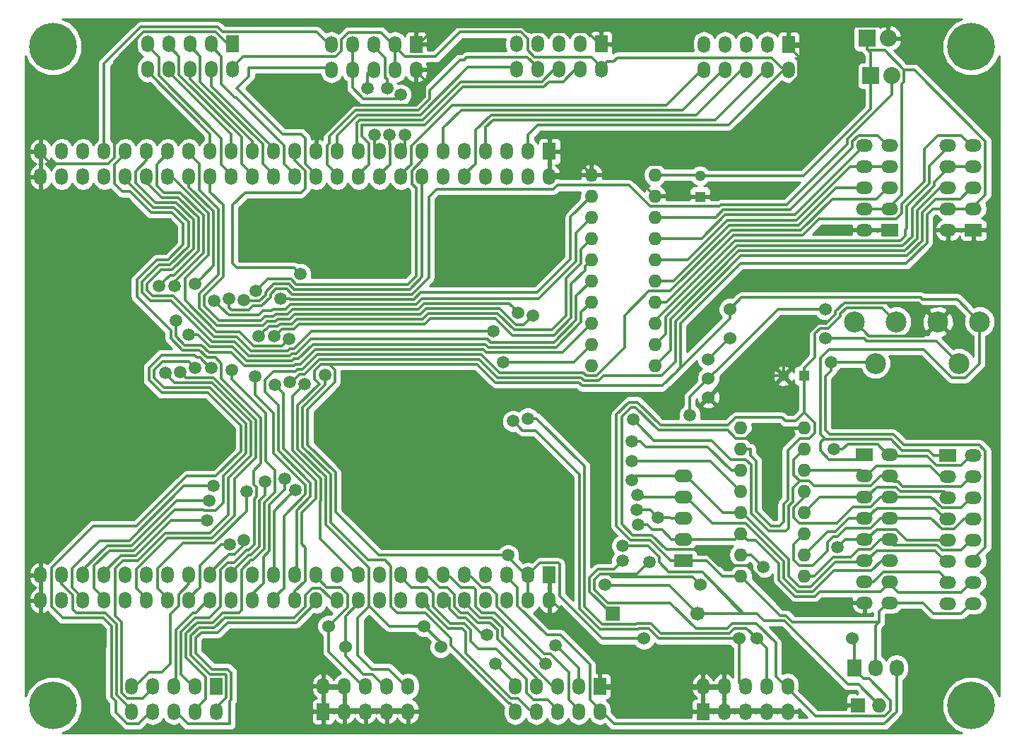
<source format=gbr>
G04 #@! TF.FileFunction,Copper,L2,Bot,Signal*
%FSLAX46Y46*%
G04 Gerber Fmt 4.6, Leading zero omitted, Abs format (unit mm)*
G04 Created by KiCad (PCBNEW 4.0.2-stable) date 17/08/2016 20:10:52*
%MOMM*%
G01*
G04 APERTURE LIST*
%ADD10C,0.100000*%
%ADD11O,1.600000X1.600000*%
%ADD12O,1.500000X2.000000*%
%ADD13R,1.500000X2.000000*%
%ADD14C,5.700000*%
%ADD15C,1.699260*%
%ADD16R,1.699260X1.699260*%
%ADD17R,2.032000X2.032000*%
%ADD18O,2.032000X2.032000*%
%ADD19R,1.727200X2.032000*%
%ADD20O,1.727200X2.032000*%
%ADD21R,2.199640X1.524000*%
%ADD22O,2.199640X1.524000*%
%ADD23C,1.524000*%
%ADD24C,2.499360*%
%ADD25R,1.727200X1.727200*%
%ADD26O,1.727200X1.727200*%
%ADD27O,2.000000X1.500000*%
%ADD28R,2.000000X1.500000*%
%ADD29R,1.300000X1.300000*%
%ADD30C,1.300000*%
%ADD31C,1.500000*%
%ADD32C,0.300000*%
%ADD33C,0.254000*%
G04 APERTURE END LIST*
D10*
D11*
X108500000Y-32380000D03*
X108500000Y-34920000D03*
X108500000Y-37460000D03*
X108500000Y-40000000D03*
X108500000Y-42540000D03*
X108500000Y-45080000D03*
X108500000Y-47620000D03*
X108500000Y-50160000D03*
X108500000Y-52700000D03*
X108500000Y-55240000D03*
X116120000Y-55240000D03*
X116120000Y-52700000D03*
X116120000Y-50160000D03*
X116120000Y-47620000D03*
X116120000Y-45080000D03*
X116120000Y-42540000D03*
X116120000Y-40000000D03*
X116120000Y-37460000D03*
X116120000Y-34920000D03*
X116120000Y-32380000D03*
X134000000Y-80500000D03*
X134000000Y-77960000D03*
X134000000Y-75420000D03*
X134000000Y-72880000D03*
X134000000Y-70340000D03*
X134000000Y-67800000D03*
X134000000Y-65260000D03*
X134000000Y-62720000D03*
X126380000Y-62720000D03*
X126380000Y-65260000D03*
X126380000Y-67800000D03*
X126380000Y-70340000D03*
X126380000Y-72880000D03*
X126380000Y-75420000D03*
X126380000Y-77960000D03*
X126380000Y-80500000D03*
D12*
X42500000Y-80380000D03*
X45040000Y-80380000D03*
X47580000Y-80380000D03*
X50120000Y-80380000D03*
X52660000Y-80380000D03*
X55200000Y-80380000D03*
X57740000Y-80380000D03*
X60280000Y-80380000D03*
X62820000Y-80380000D03*
X65360000Y-80380000D03*
X67900000Y-80380000D03*
X70440000Y-80380000D03*
X72980000Y-80380000D03*
X75520000Y-80380000D03*
X78060000Y-80380000D03*
X80600000Y-80380000D03*
X83140000Y-80380000D03*
X85680000Y-80380000D03*
X88220000Y-80380000D03*
X90760000Y-80380000D03*
X93300000Y-80380000D03*
X95840000Y-80380000D03*
X98380000Y-80380000D03*
X100920000Y-80380000D03*
D13*
X103460000Y-80380000D03*
D12*
X103460000Y-83420000D03*
X100920000Y-83420000D03*
X98380000Y-83420000D03*
X95840000Y-83420000D03*
X93300000Y-83420000D03*
X90760000Y-83420000D03*
X88220000Y-83420000D03*
X85680000Y-83420000D03*
X83140000Y-83420000D03*
X80600000Y-83420000D03*
X78060000Y-83420000D03*
X75520000Y-83420000D03*
X72980000Y-83420000D03*
X70440000Y-83420000D03*
X67900000Y-83420000D03*
X65360000Y-83420000D03*
X62820000Y-83420000D03*
X60280000Y-83420000D03*
X57740000Y-83420000D03*
X55200000Y-83420000D03*
X52660000Y-83420000D03*
X50120000Y-83420000D03*
X47580000Y-83420000D03*
X45040000Y-83420000D03*
X42500000Y-83420000D03*
X42500000Y-32620000D03*
X45040000Y-32620000D03*
X47580000Y-32620000D03*
X50120000Y-32620000D03*
X52660000Y-32620000D03*
X55200000Y-32620000D03*
X57740000Y-32620000D03*
X60280000Y-32620000D03*
X62820000Y-32620000D03*
X65360000Y-32620000D03*
X67900000Y-32620000D03*
X70440000Y-32620000D03*
X72980000Y-32620000D03*
X75520000Y-32620000D03*
X78060000Y-32620000D03*
X80600000Y-32620000D03*
X83140000Y-32620000D03*
X85680000Y-32620000D03*
X88220000Y-32620000D03*
X90760000Y-32620000D03*
X93300000Y-32620000D03*
X95840000Y-32620000D03*
X98380000Y-32620000D03*
X100920000Y-32620000D03*
X103460000Y-32620000D03*
D13*
X103460000Y-29580000D03*
D12*
X100920000Y-29580000D03*
X98380000Y-29580000D03*
X95840000Y-29580000D03*
X93300000Y-29580000D03*
X90760000Y-29580000D03*
X88220000Y-29580000D03*
X85680000Y-29580000D03*
X83140000Y-29580000D03*
X80600000Y-29580000D03*
X78060000Y-29580000D03*
X75520000Y-29580000D03*
X72980000Y-29580000D03*
X70440000Y-29580000D03*
X67900000Y-29580000D03*
X65360000Y-29580000D03*
X62820000Y-29580000D03*
X60280000Y-29580000D03*
X57740000Y-29580000D03*
X55200000Y-29580000D03*
X52660000Y-29580000D03*
X50120000Y-29580000D03*
X47580000Y-29580000D03*
X45040000Y-29580000D03*
X42500000Y-29580000D03*
D14*
X44000000Y-96000000D03*
D15*
X121160520Y-84997460D03*
D16*
X111000520Y-84997460D03*
D17*
X141500000Y-16000000D03*
D18*
X144040000Y-16000000D03*
D19*
X139960000Y-91500000D03*
D20*
X142500000Y-91500000D03*
X145040000Y-91500000D03*
D17*
X141960000Y-20500000D03*
D18*
X144500000Y-20500000D03*
D21*
X119500000Y-78660000D03*
D22*
X119500000Y-76120000D03*
X119500000Y-73580000D03*
X119500000Y-71040000D03*
X119500000Y-68500000D03*
D23*
X110070000Y-81500000D03*
X121500000Y-81500000D03*
X128285000Y-88000000D03*
X139715000Y-88000000D03*
X79000000Y-89000000D03*
X90430000Y-89000000D03*
X136500000Y-52000000D03*
X125070000Y-52000000D03*
X88430000Y-86500000D03*
X77000000Y-86500000D03*
X114785000Y-88000000D03*
X126215000Y-88000000D03*
X125070000Y-48500000D03*
X136500000Y-48500000D03*
D24*
X142500000Y-55000000D03*
X140000640Y-50001280D03*
X144999360Y-50001280D03*
X152500000Y-55000000D03*
X150000640Y-50001280D03*
X154999360Y-50001280D03*
D25*
X140460000Y-96000000D03*
D26*
X143000000Y-96000000D03*
D23*
X122500000Y-56786000D03*
X122500000Y-59072000D03*
X122500000Y-54500000D03*
D27*
X144250000Y-28840000D03*
X141210000Y-28840000D03*
X141210000Y-31380000D03*
X144250000Y-31380000D03*
D28*
X144250000Y-39000000D03*
D27*
X141210000Y-39000000D03*
X144250000Y-36460000D03*
X141210000Y-36460000D03*
X144250000Y-33920000D03*
X141210000Y-33920000D03*
D12*
X77340000Y-16750000D03*
X77340000Y-19790000D03*
X79880000Y-19790000D03*
X79880000Y-16750000D03*
D13*
X87500000Y-16750000D03*
D12*
X87500000Y-19790000D03*
X84960000Y-16750000D03*
X84960000Y-19790000D03*
X82420000Y-16750000D03*
X82420000Y-19790000D03*
X53380000Y-93710000D03*
X53380000Y-96750000D03*
X55920000Y-96750000D03*
X55920000Y-93710000D03*
D13*
X63540000Y-93710000D03*
D12*
X63540000Y-96750000D03*
X61000000Y-93710000D03*
X61000000Y-96750000D03*
X58460000Y-93710000D03*
X58460000Y-96750000D03*
X99340000Y-93710000D03*
X99340000Y-96750000D03*
X101880000Y-96750000D03*
X101880000Y-93710000D03*
D13*
X109500000Y-93710000D03*
D12*
X109500000Y-96750000D03*
X106960000Y-93710000D03*
X106960000Y-96750000D03*
X104420000Y-93710000D03*
X104420000Y-96750000D03*
X55340000Y-16710000D03*
X55340000Y-19750000D03*
X57880000Y-19750000D03*
X57880000Y-16710000D03*
D13*
X65500000Y-16710000D03*
D12*
X65500000Y-19750000D03*
X62960000Y-16710000D03*
X62960000Y-19750000D03*
X60420000Y-16710000D03*
X60420000Y-19750000D03*
D27*
X154250000Y-28840000D03*
X151210000Y-28840000D03*
X151210000Y-31380000D03*
X154250000Y-31380000D03*
D28*
X154250000Y-39000000D03*
D27*
X151210000Y-39000000D03*
X154250000Y-36460000D03*
X151210000Y-36460000D03*
X154250000Y-33920000D03*
X151210000Y-33920000D03*
D12*
X99500000Y-16710000D03*
X99500000Y-19750000D03*
X102040000Y-19750000D03*
X102040000Y-16710000D03*
D13*
X109660000Y-16710000D03*
D12*
X109660000Y-19750000D03*
X107120000Y-16710000D03*
X107120000Y-19750000D03*
X104580000Y-16710000D03*
X104580000Y-19750000D03*
X121960000Y-16750000D03*
X121960000Y-19790000D03*
X124500000Y-19790000D03*
X124500000Y-16750000D03*
D13*
X132120000Y-16750000D03*
D12*
X132120000Y-19790000D03*
X129580000Y-16750000D03*
X129580000Y-19790000D03*
X127040000Y-16750000D03*
X127040000Y-19790000D03*
X86500000Y-96750000D03*
X86500000Y-93710000D03*
X83960000Y-93710000D03*
X83960000Y-96750000D03*
D13*
X76340000Y-96750000D03*
D12*
X76340000Y-93710000D03*
X78880000Y-96750000D03*
X78880000Y-93710000D03*
X81420000Y-96750000D03*
X81420000Y-93710000D03*
X132000000Y-96750000D03*
X132000000Y-93710000D03*
X129460000Y-93710000D03*
X129460000Y-96750000D03*
D13*
X121840000Y-96750000D03*
D12*
X121840000Y-93710000D03*
X124380000Y-96750000D03*
X124380000Y-93710000D03*
X126920000Y-96750000D03*
X126920000Y-93710000D03*
D27*
X144250000Y-83700000D03*
X141210000Y-83700000D03*
X141210000Y-81160000D03*
X144250000Y-81160000D03*
X144250000Y-78620000D03*
X141210000Y-78620000D03*
X141210000Y-76080000D03*
X144250000Y-76080000D03*
X144250000Y-73540000D03*
X141210000Y-73540000D03*
D28*
X141210000Y-65920000D03*
D27*
X144250000Y-65920000D03*
X141210000Y-68460000D03*
X144250000Y-68460000D03*
X141210000Y-71000000D03*
X144250000Y-71000000D03*
X154250000Y-83780000D03*
X151210000Y-83780000D03*
X151210000Y-81240000D03*
X154250000Y-81240000D03*
X154250000Y-78700000D03*
X151210000Y-78700000D03*
X151210000Y-76160000D03*
X154250000Y-76160000D03*
X154250000Y-73620000D03*
X151210000Y-73620000D03*
D28*
X151210000Y-66000000D03*
D27*
X154250000Y-66000000D03*
X151210000Y-68540000D03*
X154250000Y-68540000D03*
X151210000Y-71080000D03*
X154250000Y-71080000D03*
D14*
X154000000Y-17000000D03*
X44000000Y-17000000D03*
X154000000Y-96000000D03*
D29*
X134000000Y-56500000D03*
D30*
X131500000Y-56500000D03*
D29*
X121500000Y-35000000D03*
D30*
X121500000Y-32500000D03*
D31*
X78500000Y-39500000D03*
X97000000Y-41000000D03*
X90000000Y-62500000D03*
X98500000Y-78000000D03*
X115413165Y-78778574D03*
X65164280Y-76709311D03*
X112194030Y-76880242D03*
X66879094Y-76162085D03*
X112199263Y-78684947D03*
X71264324Y-47268185D03*
X74139205Y-57466626D03*
X59203954Y-56035604D03*
X63303889Y-47491423D03*
X68663282Y-51713926D03*
X68220284Y-56584960D03*
X70463293Y-51712056D03*
X70552601Y-57558340D03*
X60975931Y-45497750D03*
X60276531Y-51515157D03*
X58511866Y-45700021D03*
X58695276Y-49893393D03*
X97954577Y-54854263D03*
X96745977Y-51123210D03*
X73039756Y-70136212D03*
X113472817Y-61730204D03*
X71771085Y-68859296D03*
X113300031Y-64317976D03*
X69371063Y-69176134D03*
X113300031Y-66665580D03*
X67153753Y-70388632D03*
X113300031Y-69000000D03*
X62477430Y-73824363D03*
X114098542Y-74357765D03*
X129098542Y-79401458D03*
X138000000Y-77000000D03*
X99728179Y-48935239D03*
X99097425Y-61921124D03*
X101504367Y-49227127D03*
X100868577Y-61600088D03*
X72256665Y-52068250D03*
X72324340Y-57240560D03*
X104197881Y-88773687D03*
X96000000Y-87500000D03*
X97000000Y-91000000D03*
X103000000Y-91000000D03*
X76557926Y-56354989D03*
X73622490Y-44290594D03*
X68271298Y-46283192D03*
X65387311Y-55799980D03*
X57406898Y-56138728D03*
X56711855Y-45700002D03*
X62943694Y-55499947D03*
X66877758Y-47422529D03*
X137533304Y-65300031D03*
X120269972Y-61199969D03*
X137179559Y-54843555D03*
X62680259Y-71424341D03*
X113922620Y-72566370D03*
X116500000Y-73500000D03*
X63196746Y-69700020D03*
X114010974Y-70768528D03*
X83997999Y-21999006D03*
X84321144Y-27600067D03*
X82521133Y-27600051D03*
X81699987Y-22000000D03*
X85609980Y-22799980D03*
X86121155Y-27600064D03*
X60992642Y-55499947D03*
X60993534Y-55499947D03*
X65086702Y-47243189D03*
D32*
X131000000Y-74500000D02*
X129999999Y-74500000D01*
X131500000Y-71832913D02*
X131500000Y-74000000D01*
X131000000Y-74500000D02*
X131500000Y-74000000D01*
X134000000Y-60869998D02*
X135250001Y-62119999D01*
X133439997Y-63970001D02*
X132000000Y-65409998D01*
X128230012Y-66730012D02*
X127511370Y-66011370D01*
X135250001Y-62119999D02*
X135250001Y-63320001D01*
X135250001Y-63320001D02*
X134600001Y-63970001D01*
X134600001Y-63970001D02*
X133439997Y-63970001D01*
X132000000Y-65409998D02*
X132000000Y-71332913D01*
X132000000Y-71332913D02*
X131500000Y-71832913D01*
X127511370Y-65260000D02*
X126380000Y-65260000D01*
X129999999Y-74500000D02*
X128230012Y-72730013D01*
X127511370Y-66011370D02*
X127511370Y-65260000D01*
X128230012Y-72730013D02*
X128230012Y-66730012D01*
X131748532Y-61899989D02*
X132970009Y-61899989D01*
X131318542Y-61469999D02*
X131748532Y-61899989D01*
X117990605Y-78660000D02*
X115488401Y-76157796D01*
X119500000Y-78660000D02*
X117990605Y-78660000D01*
X115488401Y-76157796D02*
X113183990Y-76157796D01*
X111500000Y-61157395D02*
X113000000Y-59657395D01*
X113000000Y-59657395D02*
X114023797Y-59657395D01*
X132970009Y-61899989D02*
X133399999Y-61469999D01*
X133399999Y-61469999D02*
X134000000Y-60869998D01*
X111500000Y-74473806D02*
X111500000Y-61157395D01*
X114023797Y-59657395D02*
X116766391Y-62399989D01*
X124850009Y-62399989D02*
X125779999Y-61469999D01*
X116766391Y-62399989D02*
X124850009Y-62399989D01*
X113183990Y-76157796D02*
X111500000Y-74473806D01*
X125779999Y-61469999D02*
X131318542Y-61469999D01*
X138312012Y-49330293D02*
X136854306Y-50787999D01*
X138312012Y-49036530D02*
X138312012Y-49330293D01*
X139046943Y-48301599D02*
X138312012Y-49036530D01*
X144999360Y-50001280D02*
X143299679Y-48301599D01*
X143299679Y-48301599D02*
X139046943Y-48301599D01*
X136854306Y-50787999D02*
X135918239Y-50787999D01*
X134000000Y-55550000D02*
X134000000Y-56500000D01*
X135287999Y-54262001D02*
X134000000Y-55550000D01*
X135918239Y-50787999D02*
X135287999Y-51418239D01*
X135287999Y-51418239D02*
X135287999Y-54262001D01*
X134000000Y-56500000D02*
X134000000Y-60869998D01*
X125248630Y-80500000D02*
X126380000Y-80500000D01*
X124151458Y-80500000D02*
X125248630Y-80500000D01*
X119500000Y-78660000D02*
X122311458Y-78660000D01*
X122311458Y-78660000D02*
X124151458Y-80500000D01*
X142960000Y-86000000D02*
X142500000Y-86460000D01*
X142500000Y-86460000D02*
X142500000Y-91500000D01*
X132578940Y-86000000D02*
X142960000Y-86000000D01*
X131826019Y-85247078D02*
X132578940Y-86000000D01*
X131127078Y-85247078D02*
X131826019Y-85247078D01*
X126380000Y-80500000D02*
X131127078Y-85247078D01*
X142960000Y-84740000D02*
X142960000Y-86000000D01*
X144000000Y-83700000D02*
X142960000Y-84740000D01*
X148200000Y-83700000D02*
X149480010Y-84980010D01*
X149480010Y-84980010D02*
X152799990Y-84980010D01*
X152799990Y-84980010D02*
X154000000Y-83780000D01*
X144000000Y-83700000D02*
X148200000Y-83700000D01*
X51320010Y-25000000D02*
X51320010Y-30327060D01*
X51320010Y-18782920D02*
X51320010Y-25000000D01*
X131700000Y-83700000D02*
X127210001Y-79210001D01*
X124809998Y-63000000D02*
X125779999Y-63970001D01*
X141460000Y-83700000D02*
X131700000Y-83700000D01*
X116517859Y-63000000D02*
X124809998Y-63000000D01*
X121832010Y-77332010D02*
X117511158Y-77332010D01*
X127210001Y-79210001D02*
X123710001Y-79210001D01*
X113432521Y-75557785D02*
X112100011Y-74225275D01*
X123710001Y-79210001D02*
X121832010Y-77332010D01*
X112100011Y-61405926D02*
X113248531Y-60257406D01*
X112100011Y-74225275D02*
X112100011Y-61405926D01*
X113775265Y-60257406D02*
X116517859Y-63000000D01*
X125779999Y-63970001D02*
X126980001Y-63970001D01*
X128230002Y-62720000D02*
X132868630Y-62720000D01*
X115736933Y-75557785D02*
X113432521Y-75557785D01*
X126980001Y-63970001D02*
X128230002Y-62720000D01*
X132868630Y-62720000D02*
X134000000Y-62720000D01*
X113248531Y-60257406D02*
X113775265Y-60257406D01*
X117511158Y-77332010D02*
X115736933Y-75557785D01*
X114830001Y-31129999D02*
X113580000Y-32380000D01*
X132120000Y-17000000D02*
X133320010Y-18200010D01*
X133320010Y-18200010D02*
X133320010Y-20537060D01*
X133320010Y-20537060D02*
X122727071Y-31129999D01*
X122727071Y-31129999D02*
X114830001Y-31129999D01*
X108500000Y-32380000D02*
X113580000Y-32380000D01*
X113580000Y-32380000D02*
X116120000Y-34920000D01*
X103460000Y-32370000D02*
X103460000Y-29830000D01*
X105419999Y-31580001D02*
X104630000Y-32370000D01*
X104630000Y-32370000D02*
X103460000Y-32370000D01*
X108500000Y-32380000D02*
X107700001Y-31580001D01*
X107700001Y-31580001D02*
X105419999Y-31580001D01*
X116120000Y-34920000D02*
X121420000Y-34920000D01*
X121420000Y-34920000D02*
X121500000Y-35000000D01*
X134500000Y-17000000D02*
X136966001Y-14533999D01*
X136966001Y-14533999D02*
X144010839Y-14533999D01*
X144010839Y-14533999D02*
X144040000Y-14563160D01*
X144040000Y-14563160D02*
X144040000Y-16000000D01*
X132120000Y-17000000D02*
X134500000Y-17000000D01*
X87500000Y-17000000D02*
X89840021Y-14659979D01*
X89840021Y-14659979D02*
X100245592Y-14659979D01*
X100245592Y-14659979D02*
X100845602Y-15259990D01*
X100845602Y-15259990D02*
X107959990Y-15259990D01*
X107959990Y-15259990D02*
X109660000Y-16960000D01*
X78880000Y-93960000D02*
X76340000Y-93960000D01*
X76340000Y-96500000D02*
X76340000Y-93960000D01*
X83960000Y-96500000D02*
X86500000Y-96500000D01*
X81420000Y-96500000D02*
X83960000Y-96500000D01*
X78880000Y-96500000D02*
X81420000Y-96500000D01*
X76340000Y-96500000D02*
X78880000Y-96500000D01*
X150000640Y-50001280D02*
X147700948Y-47701588D01*
X147700948Y-47701588D02*
X138798412Y-47701588D01*
X131500000Y-55580762D02*
X131500000Y-56500000D01*
X147700948Y-47701588D02*
X138798411Y-47701588D01*
X138798411Y-47701588D02*
X137712001Y-48787998D01*
X137712001Y-48787998D02*
X137712001Y-49081761D01*
X137712001Y-49081761D02*
X136605774Y-50187988D01*
X136605774Y-50187988D02*
X135669707Y-50187988D01*
X135669707Y-50187988D02*
X131500000Y-54357695D01*
X131500000Y-54357695D02*
X131500000Y-55580762D01*
X150000640Y-50001280D02*
X148300959Y-51700961D01*
X148300959Y-51700961D02*
X141700321Y-51700961D01*
X141700321Y-51700961D02*
X141250319Y-51250959D01*
X141250319Y-51250959D02*
X140000640Y-50001280D01*
X144000000Y-39000000D02*
X141460000Y-39000000D01*
X151460000Y-39000000D02*
X154000000Y-39000000D01*
X103460000Y-80630000D02*
X103460000Y-83170000D01*
X109500000Y-93960000D02*
X109500000Y-89210000D01*
X109500000Y-89210000D02*
X103460000Y-83170000D01*
X121840000Y-93960000D02*
X109500000Y-93960000D01*
X124380000Y-93960000D02*
X121840000Y-93960000D01*
X124380000Y-93960000D02*
X124380000Y-96500000D01*
X129460000Y-96500000D02*
X132000000Y-96500000D01*
X126920000Y-96500000D02*
X129460000Y-96500000D01*
X124380000Y-96500000D02*
X126920000Y-96500000D01*
X121840000Y-96500000D02*
X124380000Y-96500000D01*
X65157070Y-16960000D02*
X63457060Y-15259990D01*
X65500000Y-16960000D02*
X65157070Y-16960000D01*
X63457060Y-15259990D02*
X54842940Y-15259990D01*
X54842940Y-15259990D02*
X51320010Y-18782920D01*
X51320010Y-30327060D02*
X50617060Y-31030010D01*
X50617060Y-31030010D02*
X43700010Y-31030010D01*
X43700010Y-31030010D02*
X42500000Y-29830000D01*
X79958390Y-24000002D02*
X79958390Y-24041610D01*
X79958390Y-24041610D02*
X75520000Y-28480000D01*
X75520000Y-28480000D02*
X75520000Y-29830000D01*
X75520000Y-29324387D02*
X75520000Y-29830000D01*
X87499999Y-24000001D02*
X79958390Y-24000002D01*
X88500000Y-23000000D02*
X87499999Y-24000001D01*
X88500000Y-21000000D02*
X88500000Y-23000000D01*
X87500000Y-20000000D02*
X88500000Y-21000000D01*
X87500000Y-19540000D02*
X87500000Y-20000000D01*
X131500000Y-56500000D02*
X125072000Y-56500000D01*
X125072000Y-56500000D02*
X122500000Y-59072000D01*
X121380000Y-34880000D02*
X121500000Y-35000000D01*
X135899989Y-64500000D02*
X135899989Y-65442720D01*
X136500000Y-64100011D02*
X136299978Y-64100011D01*
X136299978Y-64100011D02*
X135899989Y-64500000D01*
X135899989Y-59000000D02*
X135899989Y-63000000D01*
X135899989Y-63000000D02*
X135899989Y-63500000D01*
X136500000Y-64100011D02*
X144377081Y-64100011D01*
X135899989Y-63500000D02*
X136500000Y-64100011D01*
X140879967Y-66500033D02*
X141460000Y-65920000D01*
X135899989Y-65442720D02*
X136957302Y-66500033D01*
X149500000Y-66000000D02*
X151460000Y-66000000D01*
X145677070Y-65400001D02*
X148900001Y-65400001D01*
X136957302Y-66500033D02*
X140879967Y-66500033D01*
X148900001Y-65400001D02*
X149500000Y-66000000D01*
X144377081Y-64100011D02*
X145677070Y-65400001D01*
X135899989Y-54347123D02*
X135899989Y-59000000D01*
X151684152Y-56699681D02*
X148284790Y-53300319D01*
X153315848Y-56699681D02*
X151684152Y-56699681D01*
X154999360Y-55016169D02*
X153315848Y-56699681D01*
X136946793Y-53300319D02*
X135899989Y-54347123D01*
X148284790Y-53300319D02*
X136946793Y-53300319D01*
X154999360Y-50001280D02*
X154999360Y-55016169D01*
X151460000Y-66000000D02*
X151151458Y-66000000D01*
X151460000Y-66000000D02*
X151000000Y-66000000D01*
X146204174Y-43000000D02*
X126348542Y-43000000D01*
X116957610Y-57690020D02*
X118647630Y-56000000D01*
X118647630Y-56000000D02*
X125070000Y-49577630D01*
X151460000Y-36460000D02*
X149388542Y-36460000D01*
X149388542Y-36460000D02*
X148700065Y-37148477D01*
X148700065Y-37148477D02*
X148700065Y-40504109D01*
X148700065Y-40504109D02*
X146204174Y-43000000D01*
X126348542Y-43000000D02*
X119170034Y-50178508D01*
X119170034Y-50178508D02*
X119170034Y-55477596D01*
X119170034Y-55477596D02*
X118647630Y-56000000D01*
X86500000Y-93960000D02*
X84199979Y-91659979D01*
X84199979Y-91659979D02*
X82159979Y-91659979D01*
X80500000Y-85467070D02*
X81800010Y-84167060D01*
X82159979Y-91659979D02*
X80500000Y-90000000D01*
X80500000Y-90000000D02*
X80500000Y-85467070D01*
X81800010Y-84167060D02*
X81800010Y-84027080D01*
X141960000Y-24445844D02*
X141960000Y-21816000D01*
X141960000Y-21816000D02*
X141960000Y-20500000D01*
X133905844Y-32500000D02*
X141960000Y-24445844D01*
X121500000Y-32500000D02*
X133905844Y-32500000D01*
X77289459Y-55310520D02*
X77500000Y-55099979D01*
X77757927Y-55778988D02*
X77289459Y-55310520D01*
X74500000Y-64729086D02*
X74500000Y-60499999D01*
X77757927Y-57242072D02*
X77757927Y-55778988D01*
X77839824Y-68068910D02*
X74500000Y-64729086D01*
X77839824Y-72839824D02*
X77839824Y-68068910D01*
X83000000Y-78000000D02*
X77839824Y-72839824D01*
X98290000Y-78000000D02*
X83000000Y-78000000D01*
X84272930Y-86500000D02*
X87352370Y-86500000D01*
X75326107Y-56899174D02*
X75864923Y-57437993D01*
X87352370Y-86500000D02*
X88430000Y-86500000D01*
X81800010Y-84027080D02*
X84272930Y-86500000D01*
X77500000Y-55099979D02*
X76115853Y-55099979D01*
X76639802Y-68565973D02*
X76639802Y-74336888D01*
X73299978Y-60002936D02*
X73299978Y-65226149D01*
X75326107Y-55889724D02*
X75326107Y-56899174D01*
X100920000Y-80630000D02*
X98290000Y-78000000D01*
X74500000Y-60499999D02*
X77757927Y-57242072D01*
X76639802Y-74336888D02*
X81800010Y-79497096D01*
X81800010Y-79497096D02*
X81800010Y-84027080D01*
X73299978Y-65226149D02*
X76639802Y-68565973D01*
X76115853Y-55099979D02*
X75326107Y-55889724D01*
X75864923Y-57437993D02*
X73299978Y-60002936D01*
X83678897Y-55099979D02*
X94806125Y-55099979D01*
X97000000Y-57293854D02*
X107006768Y-57293854D01*
X94806125Y-55099979D02*
X97000000Y-57293854D01*
X83678897Y-55099979D02*
X77500000Y-55099979D01*
X107402935Y-57690020D02*
X116957610Y-57690020D01*
X107006768Y-57293854D02*
X107402935Y-57690020D01*
X125070000Y-49577630D02*
X125070000Y-48500000D01*
X100920000Y-80359998D02*
X102349999Y-78929999D01*
X100920000Y-80630000D02*
X100920000Y-80359998D01*
X104660001Y-82863289D02*
X109796712Y-88000000D01*
X113707370Y-88000000D02*
X114785000Y-88000000D01*
X114663166Y-79528573D02*
X115413165Y-78778574D01*
X113903740Y-80287999D02*
X114663166Y-79528573D01*
X109488239Y-80287999D02*
X113903740Y-80287999D01*
X104535828Y-78929999D02*
X104660001Y-79054173D01*
X109796712Y-88000000D02*
X113707370Y-88000000D01*
X104660001Y-79054173D02*
X104660001Y-82863289D01*
X102349999Y-78929999D02*
X104535828Y-78929999D01*
X100920000Y-80630000D02*
X98499947Y-78209947D01*
X116120000Y-32380000D02*
X121380000Y-32380000D01*
X121380000Y-32380000D02*
X121500000Y-32500000D01*
X134500000Y-96460000D02*
X132000000Y-93960000D01*
X139960000Y-91500000D02*
X139960000Y-91652400D01*
X139960000Y-91652400D02*
X141123600Y-92816000D01*
X141123600Y-92816000D02*
X141760130Y-92816000D01*
X141760130Y-92816000D02*
X144313601Y-95369471D01*
X144313601Y-95369471D02*
X144313601Y-96630529D01*
X144313601Y-96630529D02*
X143630529Y-97313601D01*
X143630529Y-97313601D02*
X135353601Y-97313601D01*
X135353601Y-97313601D02*
X134500000Y-96460000D01*
X86500000Y-93960000D02*
X86500000Y-92930000D01*
X88430000Y-86500000D02*
X90430000Y-88500000D01*
X90430000Y-88500000D02*
X90430000Y-89000000D01*
X147949480Y-47101577D02*
X148135902Y-47287999D01*
X152286079Y-47287999D02*
X152498080Y-47500000D01*
X126468423Y-47101577D02*
X147949480Y-47101577D01*
X125070000Y-48500000D02*
X126468423Y-47101577D01*
X148135902Y-47287999D02*
X152286079Y-47287999D01*
X152498080Y-47500000D02*
X153749681Y-48751601D01*
X153749681Y-48751601D02*
X154999360Y-50001280D01*
X130578762Y-92538762D02*
X132000000Y-93960000D01*
X130578762Y-88500000D02*
X130578762Y-92538762D01*
X120600011Y-80600011D02*
X110963773Y-80600011D01*
X117937434Y-83697829D02*
X121039583Y-86799978D01*
X124772718Y-86799978D02*
X125384707Y-86187989D01*
X110963773Y-80600011D02*
X110651761Y-80287999D01*
X121500000Y-81500000D02*
X120600011Y-80600011D01*
X121039583Y-86799978D02*
X124772718Y-86799978D01*
X110651761Y-80287999D02*
X109488239Y-80287999D01*
X109488239Y-80287999D02*
X108857999Y-80918239D01*
X125384707Y-86187989D02*
X128266753Y-86187991D01*
X108857999Y-80918239D02*
X108857999Y-82081761D01*
X128266753Y-86187991D02*
X130578762Y-88500000D01*
X108857999Y-82081761D02*
X110474067Y-83697829D01*
X110474067Y-83697829D02*
X117937434Y-83697829D01*
X100920000Y-83170000D02*
X100920000Y-80630000D01*
X139960000Y-91500000D02*
X139960000Y-88245000D01*
X139960000Y-88245000D02*
X139715000Y-88000000D01*
X154000000Y-36460000D02*
X155700010Y-34759990D01*
X155700010Y-34759990D02*
X155700010Y-28342940D01*
X155700010Y-28342940D02*
X147153389Y-19796319D01*
X147153389Y-19796319D02*
X145966001Y-19796319D01*
X141650001Y-17466001D02*
X141960000Y-17776000D01*
X141960000Y-17776000D02*
X141960000Y-20500000D01*
X145966001Y-21203681D02*
X145966001Y-19796319D01*
X145700010Y-21469672D02*
X145966001Y-21203681D01*
X144000000Y-36460000D02*
X145700010Y-34759990D01*
X145700010Y-34759990D02*
X145700010Y-21469672D01*
X145966001Y-19796319D02*
X143635683Y-17466001D01*
X143635683Y-17466001D02*
X141650001Y-17466001D01*
X141650001Y-17466001D02*
X141500000Y-17316000D01*
X141500000Y-17316000D02*
X141500000Y-16000000D01*
X151460000Y-36460000D02*
X154000000Y-36460000D01*
X144000000Y-36460000D02*
X141460000Y-36460000D01*
X121340000Y-32340000D02*
X121500000Y-32500000D01*
X61582920Y-79230011D02*
X64103620Y-76709311D01*
X64103620Y-76709311D02*
X65164280Y-76709311D01*
X60280000Y-83170000D02*
X61582920Y-81867080D01*
X61582920Y-81867080D02*
X61582920Y-79230011D01*
X113254690Y-76880242D02*
X112194030Y-76880242D01*
X115287769Y-76880242D02*
X113254690Y-76880242D01*
X116613167Y-78205640D02*
X115287769Y-76880242D01*
X116613167Y-78852726D02*
X116613167Y-78205640D01*
X117760441Y-80000000D02*
X116613167Y-78852726D01*
X121793762Y-80000000D02*
X117760441Y-80000000D01*
X121793762Y-80000000D02*
X126500000Y-84997460D01*
X128346003Y-84997460D02*
X126500000Y-84997460D01*
X126500000Y-84997460D02*
X122362078Y-84997460D01*
X126500000Y-84706238D02*
X121793762Y-80000000D01*
X126500000Y-84997460D02*
X126500000Y-84706238D01*
X122362078Y-84997460D02*
X121160520Y-84997460D01*
X139196399Y-93466001D02*
X131577487Y-85847089D01*
X121160520Y-84997460D02*
X117797950Y-81634890D01*
X143000000Y-96000000D02*
X140466001Y-93466001D01*
X140466001Y-93466001D02*
X139196399Y-93466001D01*
X117797950Y-81634890D02*
X110204890Y-81634890D01*
X131577487Y-85847089D02*
X129195632Y-85847089D01*
X129195632Y-85847089D02*
X128346003Y-84997460D01*
X65740281Y-77909312D02*
X66879094Y-76770499D01*
X65035075Y-77909312D02*
X65740281Y-77909312D01*
X62820000Y-80124387D02*
X65035075Y-77909312D01*
X66879094Y-76770499D02*
X66879094Y-76162085D01*
X62820000Y-80630000D02*
X62820000Y-80124387D01*
X111196221Y-79687989D02*
X111449264Y-79434946D01*
X109239706Y-79687990D02*
X111196221Y-79687989D01*
X108257989Y-82330293D02*
X108257990Y-80669706D01*
X110925156Y-84997460D02*
X108257989Y-82330293D01*
X111000520Y-84997460D02*
X110925156Y-84997460D01*
X111449264Y-79434946D02*
X112199263Y-78684947D01*
X108257990Y-80669706D02*
X109239706Y-79687990D01*
X73389206Y-58216625D02*
X74139205Y-57466626D01*
X75948738Y-71548863D02*
X76039791Y-71457810D01*
X80600000Y-80630000D02*
X75948738Y-75978738D01*
X72699967Y-58905864D02*
X73389206Y-58216625D01*
X76039791Y-71457810D02*
X76039791Y-68814517D01*
X75948738Y-75978738D02*
X75948738Y-71548863D01*
X72699967Y-65474693D02*
X72699967Y-58905864D01*
X76039791Y-68814517D02*
X72699967Y-65474693D01*
X87241614Y-47304015D02*
X72360814Y-47304015D01*
X88042575Y-46503054D02*
X87241614Y-47304015D01*
X106000000Y-42500000D02*
X101996946Y-46503054D01*
X101996946Y-46503054D02*
X88042575Y-46503054D01*
X108500000Y-34920000D02*
X106000000Y-37420000D01*
X106000000Y-37420000D02*
X106000000Y-42500000D01*
X72324984Y-47268185D02*
X71264324Y-47268185D01*
X72360814Y-47304015D02*
X72324984Y-47268185D01*
X65751467Y-73231824D02*
X65751467Y-68794162D01*
X57664365Y-75968564D02*
X63014727Y-75968564D01*
X65751467Y-68794162D02*
X68300033Y-66245596D01*
X59868317Y-56699967D02*
X59203954Y-56035604D01*
X63245596Y-56699967D02*
X59868317Y-56699967D01*
X63014727Y-75968564D02*
X65751467Y-73231824D01*
X53999990Y-81969990D02*
X53999990Y-79632939D01*
X68300033Y-66245596D02*
X68300033Y-61754404D01*
X68300033Y-61754404D02*
X63245596Y-56699967D01*
X53999990Y-79632939D02*
X57664365Y-75968564D01*
X55200000Y-83170000D02*
X53999990Y-81969990D01*
X70418990Y-48468205D02*
X70175174Y-48712021D01*
X64053888Y-48241422D02*
X63303889Y-47491423D01*
X65035008Y-49222542D02*
X64053888Y-48241422D01*
X72426947Y-47904026D02*
X71862768Y-48468205D01*
X71862768Y-48468205D02*
X70418990Y-48468205D01*
X88194170Y-47200001D02*
X87490146Y-47904026D01*
X108500000Y-37460000D02*
X106600011Y-39359989D01*
X87490146Y-47904026D02*
X72426947Y-47904026D01*
X68609037Y-49222542D02*
X65035008Y-49222542D01*
X102148542Y-47200001D02*
X88194170Y-47200001D01*
X106600011Y-42748532D02*
X102148542Y-47200001D01*
X106600011Y-39359989D02*
X106600011Y-42748532D01*
X69119558Y-48712021D02*
X68609037Y-49222542D01*
X70175174Y-48712021D02*
X69119558Y-48712021D01*
X68220284Y-58775171D02*
X68220284Y-57645620D01*
X74239758Y-70712214D02*
X74239758Y-69614222D01*
X68220284Y-57645620D02*
X68220284Y-56584960D01*
X70440000Y-83170000D02*
X71640010Y-81969990D01*
X70399936Y-60954823D02*
X68220284Y-58775171D01*
X70399936Y-65774400D02*
X70399936Y-60954823D01*
X71640010Y-73311962D02*
X74239758Y-70712214D01*
X74239758Y-69614222D02*
X70399936Y-65774400D01*
X71640010Y-81969990D02*
X71640010Y-73311962D01*
X69413281Y-50963927D02*
X68663282Y-51713926D01*
X97247346Y-49000034D02*
X88939766Y-49000034D01*
X69435419Y-50963927D02*
X69413281Y-50963927D01*
X69887292Y-50512054D02*
X69435419Y-50963927D01*
X70925233Y-50512054D02*
X69887292Y-50512054D01*
X71169049Y-50268238D02*
X70925233Y-50512054D01*
X72608364Y-50268238D02*
X71169049Y-50268238D01*
X73172543Y-49704059D02*
X72608364Y-50268238D01*
X88235741Y-49704059D02*
X73172543Y-49704059D01*
X88939766Y-49000034D02*
X88235741Y-49704059D01*
X103730419Y-51000033D02*
X99247345Y-51000033D01*
X105455650Y-49274802D02*
X103730419Y-51000033D01*
X107200022Y-42997064D02*
X105455650Y-44741436D01*
X108500000Y-40000000D02*
X107200022Y-41299978D01*
X99247345Y-51000033D02*
X97247346Y-49000034D01*
X105455650Y-44741436D02*
X105455650Y-49274802D01*
X107200022Y-41299978D02*
X107200022Y-42997064D01*
X74200019Y-81107051D02*
X74200019Y-77094191D01*
X71599958Y-65223227D02*
X71599958Y-58605697D01*
X71302600Y-58308339D02*
X70552601Y-57558340D01*
X71599958Y-58605697D02*
X71302600Y-58308339D01*
X74200019Y-77094191D02*
X73755217Y-76649389D01*
X75439780Y-69063049D02*
X71599958Y-65223227D01*
X75439780Y-71209278D02*
X75439780Y-69063049D01*
X73755217Y-76649389D02*
X73755217Y-72893841D01*
X72980000Y-83170000D02*
X72980000Y-82327070D01*
X72980000Y-82327070D02*
X74200019Y-81107051D01*
X73755217Y-72893841D02*
X75439780Y-71209278D01*
X106055661Y-45489968D02*
X106055661Y-49535832D01*
X103991449Y-51600044D02*
X98998813Y-51600044D01*
X88484274Y-50304070D02*
X73421075Y-50304070D01*
X89188298Y-49600045D02*
X88484274Y-50304070D01*
X107700001Y-43845628D02*
X106055661Y-45489968D01*
X108500000Y-42540000D02*
X107700001Y-43339999D01*
X96998814Y-49600045D02*
X89188298Y-49600045D01*
X98998813Y-51600044D02*
X96998814Y-49600045D01*
X106055661Y-49535832D02*
X103991449Y-51600044D01*
X107700001Y-43339999D02*
X107700001Y-43845628D01*
X72856896Y-50868249D02*
X71417582Y-50868249D01*
X73421075Y-50304070D02*
X72856896Y-50868249D01*
X70573775Y-51712056D02*
X70463293Y-51712056D01*
X71417582Y-50868249D02*
X70573775Y-51712056D01*
X72980000Y-83170000D02*
X72980000Y-83164388D01*
X63063839Y-52400077D02*
X58163795Y-47500033D01*
X54619430Y-46475330D02*
X54619430Y-45229112D01*
X54619430Y-45229112D02*
X56648520Y-43200022D01*
X58497064Y-36299978D02*
X55997063Y-36299978D01*
X103985797Y-52454239D02*
X96403100Y-52454239D01*
X96403100Y-52454239D02*
X96048785Y-52099924D01*
X106655672Y-49784364D02*
X103985797Y-52454239D01*
X52660000Y-32962914D02*
X52660000Y-32370000D01*
X96048785Y-52099924D02*
X74873193Y-52099924D01*
X60200022Y-40997064D02*
X60200022Y-38002936D01*
X60200022Y-38002936D02*
X58497064Y-36299978D01*
X56648520Y-43200022D02*
X57997064Y-43200022D01*
X55644133Y-47500033D02*
X54619430Y-46475330D01*
X67442813Y-54113968D02*
X65728922Y-52400077D01*
X65728922Y-52400077D02*
X63063839Y-52400077D01*
X72569075Y-53866580D02*
X72321687Y-54113968D01*
X73106537Y-53866580D02*
X72569075Y-53866580D01*
X74873193Y-52099924D02*
X73106537Y-53866580D01*
X106655672Y-46924328D02*
X106655672Y-49784364D01*
X108500000Y-45080000D02*
X106655672Y-46924328D01*
X72321687Y-54113968D02*
X67442813Y-54113968D01*
X57997064Y-43200022D02*
X60200022Y-40997064D01*
X58163795Y-47500033D02*
X55644133Y-47500033D01*
X55997063Y-36299978D02*
X52660000Y-32962914D01*
X107255683Y-48864317D02*
X107255683Y-50032896D01*
X65480390Y-53000088D02*
X62815307Y-53000088D01*
X67194281Y-54713979D02*
X65480390Y-53000088D01*
X72570219Y-54713979D02*
X67194281Y-54713979D01*
X75121725Y-52699935D02*
X73355069Y-54466591D01*
X62815307Y-53000088D02*
X61330376Y-51515157D01*
X72817607Y-54466591D02*
X72570219Y-54713979D01*
X73355069Y-54466591D02*
X72817607Y-54466591D01*
X96154568Y-53054250D02*
X95800253Y-52699935D01*
X104234329Y-53054250D02*
X96154568Y-53054250D01*
X107255683Y-50032896D02*
X104234329Y-53054250D01*
X108500000Y-47620000D02*
X107255683Y-48864317D01*
X61330376Y-51515157D02*
X60276531Y-51515157D01*
X95800253Y-52699935D02*
X75121725Y-52699935D01*
X60280000Y-33840200D02*
X63200077Y-36760276D01*
X63200077Y-43273604D02*
X61725930Y-44747751D01*
X61725930Y-44747751D02*
X60975931Y-45497750D01*
X63200077Y-36760276D02*
X63200077Y-43273604D01*
X60280000Y-32370000D02*
X60280000Y-33840200D01*
X60799998Y-32547068D02*
X60622930Y-32370000D01*
X60622930Y-32370000D02*
X60280000Y-32370000D01*
X66945749Y-55313990D02*
X65331693Y-53699934D01*
X95906036Y-53654261D02*
X95551721Y-53299946D01*
X58695276Y-51748907D02*
X58695276Y-50954053D01*
X59746349Y-52799980D02*
X58695276Y-51748907D01*
X61766656Y-52799980D02*
X59746349Y-52799980D01*
X62666610Y-53699934D02*
X61766656Y-52799980D01*
X72818751Y-55313990D02*
X66945749Y-55313990D01*
X73066139Y-55066602D02*
X72818751Y-55313990D01*
X75370257Y-53299946D02*
X73603602Y-55066602D01*
X95551721Y-53299946D02*
X75370257Y-53299946D01*
X105005739Y-53654261D02*
X95906036Y-53654261D01*
X108500000Y-50160000D02*
X105005739Y-53654261D01*
X73603602Y-55066602D02*
X73066139Y-55066602D01*
X65331693Y-53699934D02*
X62666610Y-53699934D01*
X58695276Y-50954053D02*
X58695276Y-49893393D01*
X62000055Y-41742660D02*
X58511866Y-45230849D01*
X62000055Y-37257340D02*
X62000055Y-41742660D01*
X59242660Y-34499945D02*
X62000055Y-37257340D01*
X56459114Y-33716399D02*
X57242660Y-34499945D01*
X56459114Y-31110886D02*
X56459114Y-33716399D01*
X57242660Y-34499945D02*
X59242660Y-34499945D01*
X58511866Y-45230849D02*
X58511866Y-45700021D01*
X57740000Y-29830000D02*
X56459114Y-31110886D01*
X55219441Y-45477644D02*
X55219441Y-46226798D01*
X55219441Y-46226798D02*
X55892665Y-46900022D01*
X53860010Y-32012920D02*
X53860010Y-33314381D01*
X58412327Y-46900022D02*
X63312371Y-51800066D01*
X63312371Y-51800066D02*
X65977454Y-51800066D01*
X60800033Y-41245596D02*
X58245596Y-43800033D01*
X72824721Y-53266569D02*
X74968080Y-51123210D01*
X72320543Y-53266569D02*
X72824721Y-53266569D01*
X67691345Y-53513957D02*
X72073155Y-53513957D01*
X65977454Y-51800066D02*
X67691345Y-53513957D01*
X56897052Y-43800033D02*
X55219441Y-45477644D01*
X60800033Y-37754404D02*
X60800033Y-41245596D01*
X58745596Y-35699967D02*
X60800033Y-37754404D01*
X53860010Y-33314381D02*
X56245595Y-35699967D01*
X55200000Y-30672930D02*
X53860010Y-32012920D01*
X55200000Y-29830000D02*
X55200000Y-30672930D01*
X72073155Y-53513957D02*
X72320543Y-53266569D01*
X55892665Y-46900022D02*
X58412327Y-46900022D01*
X74968080Y-51123210D02*
X95685317Y-51123210D01*
X56245595Y-35699967D02*
X58745596Y-35699967D01*
X95685317Y-51123210D02*
X96745977Y-51123210D01*
X58245596Y-43800033D02*
X56897052Y-43800033D01*
X106345737Y-54854263D02*
X99015237Y-54854263D01*
X108500000Y-52700000D02*
X106345737Y-54854263D01*
X99015237Y-54854263D02*
X97954577Y-54854263D01*
X141957060Y-77280010D02*
X143157070Y-76080000D01*
X143157070Y-76080000D02*
X144000000Y-76080000D01*
X134000000Y-80500000D02*
X135131370Y-80500000D01*
X140495994Y-77280010D02*
X141957060Y-77280010D01*
X139576002Y-78200002D02*
X140495994Y-77280010D01*
X137431368Y-78200002D02*
X139576002Y-78200002D01*
X135131370Y-80500000D02*
X137431368Y-78200002D01*
X152799990Y-77360010D02*
X154000000Y-76160000D01*
X150462940Y-77360010D02*
X152799990Y-77360010D01*
X149862941Y-76760011D02*
X150462940Y-77360010D01*
X144000000Y-76080000D02*
X144680011Y-76760011D01*
X144680011Y-76760011D02*
X149862941Y-76760011D01*
X134799999Y-77160001D02*
X134000000Y-77960000D01*
X136760013Y-75199987D02*
X134799999Y-77160001D01*
X137675465Y-75199987D02*
X136760013Y-75199987D01*
X139335453Y-73540000D02*
X137675465Y-75199987D01*
X141460000Y-73540000D02*
X139335453Y-73540000D01*
X149674378Y-72339990D02*
X150954388Y-73620000D01*
X142665622Y-72339990D02*
X149674378Y-72339990D01*
X141465612Y-73540000D02*
X142665622Y-72339990D01*
X141460000Y-73540000D02*
X141465612Y-73540000D01*
X150954388Y-73620000D02*
X151460000Y-73620000D01*
X138983986Y-74740010D02*
X141957060Y-74740010D01*
X141957060Y-74740010D02*
X143157070Y-73540000D01*
X137923998Y-75799998D02*
X138983986Y-74740010D01*
X136799998Y-76423998D02*
X137423998Y-75799998D01*
X137423998Y-75799998D02*
X137923998Y-75799998D01*
X136799998Y-77423998D02*
X136799998Y-76423998D01*
X132749999Y-78560001D02*
X133399999Y-79210001D01*
X133399999Y-79210001D02*
X135013995Y-79210001D01*
X132749999Y-76670001D02*
X132749999Y-78560001D01*
X134000000Y-75420000D02*
X132749999Y-76670001D01*
X143157070Y-73540000D02*
X144000000Y-73540000D01*
X135013995Y-79210001D02*
X136799998Y-77423998D01*
X144000000Y-73540000D02*
X149182930Y-73540000D01*
X149182930Y-73540000D02*
X150462940Y-74820010D01*
X150462940Y-74820010D02*
X151957060Y-74820010D01*
X151957060Y-74820010D02*
X153157070Y-73620000D01*
X153157070Y-73620000D02*
X154000000Y-73620000D01*
X141465612Y-71000000D02*
X141460000Y-71000000D01*
X142665622Y-69799990D02*
X141465612Y-71000000D01*
X145537091Y-70340021D02*
X144997060Y-69799990D01*
X150720021Y-70340021D02*
X145537091Y-70340021D01*
X144997060Y-69799990D02*
X142665622Y-69799990D01*
X151460000Y-71080000D02*
X150720021Y-70340021D01*
X141460000Y-71000000D02*
X135880000Y-71000000D01*
X135880000Y-71000000D02*
X134000000Y-72880000D01*
X141957060Y-72200010D02*
X143157070Y-71000000D01*
X139826900Y-72200010D02*
X141957060Y-72200010D01*
X137896909Y-74130001D02*
X139826900Y-72200010D01*
X133399999Y-74130001D02*
X137896909Y-74130001D01*
X132749999Y-73480001D02*
X133399999Y-74130001D01*
X143157070Y-71000000D02*
X144000000Y-71000000D01*
X132749999Y-72279999D02*
X132749999Y-73480001D01*
X134000000Y-70340000D02*
X134000000Y-71029998D01*
X134000000Y-71029998D02*
X132749999Y-72279999D01*
X144000000Y-71000000D02*
X149182930Y-71000000D01*
X149182930Y-71000000D02*
X150462940Y-72280010D01*
X150462940Y-72280010D02*
X152799990Y-72280010D01*
X152799990Y-72280010D02*
X154000000Y-71080000D01*
X134000000Y-67800000D02*
X140800000Y-67800000D01*
X140800000Y-67800000D02*
X141460000Y-68460000D01*
X142660010Y-67259990D02*
X141460000Y-68460000D01*
X149061446Y-67259990D02*
X142660010Y-67259990D01*
X151460000Y-68540000D02*
X150341456Y-68540000D01*
X150341456Y-68540000D02*
X149061446Y-67259990D01*
X114222816Y-62480203D02*
X113472817Y-61730204D01*
X127000000Y-66510001D02*
X125161459Y-66510001D01*
X127630001Y-72978544D02*
X127630001Y-67140002D01*
X129751468Y-75100011D02*
X127630001Y-72978544D01*
X115953475Y-64210862D02*
X114222816Y-62480203D01*
X122862320Y-64210862D02*
X115953475Y-64210862D01*
X132600011Y-71581445D02*
X132100011Y-72081444D01*
X125161459Y-66510001D02*
X122862320Y-64210862D01*
X131748532Y-75100011D02*
X129751468Y-75100011D01*
X132100011Y-74748532D02*
X131748532Y-75100011D01*
X132100011Y-72081444D02*
X132100011Y-74748532D01*
X132600011Y-69929985D02*
X132600011Y-71581445D01*
X133439997Y-69089999D02*
X132600011Y-69929985D01*
X127630001Y-67140002D02*
X127000000Y-66510001D01*
X72289757Y-70886211D02*
X73039756Y-70136212D01*
X70479139Y-72696829D02*
X72289757Y-70886211D01*
X70479139Y-80590861D02*
X70479139Y-72696829D01*
X70440000Y-80630000D02*
X70479139Y-80590861D01*
X144000000Y-68460000D02*
X143157070Y-68460000D01*
X143157070Y-68460000D02*
X141957060Y-69660010D01*
X141957060Y-69660010D02*
X135170012Y-69660010D01*
X135170012Y-69660010D02*
X134600001Y-69089999D01*
X134600001Y-69089999D02*
X133439997Y-69089999D01*
X133439997Y-69089999D02*
X132749999Y-68400001D01*
X132749999Y-68400001D02*
X132749999Y-66510001D01*
X134000000Y-65260000D02*
X132749999Y-66510001D01*
X152759990Y-69740010D02*
X145785622Y-69740010D01*
X153960000Y-68540000D02*
X152759990Y-69740010D01*
X145785622Y-69740010D02*
X145245592Y-69199979D01*
X145245592Y-69199979D02*
X144739979Y-69199979D01*
X144739979Y-69199979D02*
X144000000Y-68460000D01*
X154000000Y-68540000D02*
X153960000Y-68540000D01*
X67900000Y-83170000D02*
X67900000Y-82600000D01*
X71771085Y-69919956D02*
X71771085Y-68859296D01*
X69879128Y-71984888D02*
X71771085Y-70092931D01*
X67900000Y-82600000D02*
X69181097Y-81318903D01*
X69181097Y-78181712D02*
X69879128Y-77483682D01*
X69181097Y-81318903D02*
X69181097Y-78181712D01*
X71771085Y-70092931D02*
X71771085Y-69919956D01*
X69879128Y-77483682D02*
X69879128Y-71984888D01*
X125248630Y-67800000D02*
X122428455Y-64979825D01*
X115022540Y-64979825D02*
X114360691Y-64317976D01*
X114360691Y-64317976D02*
X113300031Y-64317976D01*
X126380000Y-67800000D02*
X125248630Y-67800000D01*
X122428455Y-64979825D02*
X115022540Y-64979825D01*
X65360000Y-80070613D02*
X67468516Y-77962097D01*
X69371063Y-70236794D02*
X69371063Y-69176134D01*
X67703627Y-77962097D02*
X68679106Y-76986618D01*
X69371063Y-70795867D02*
X69371063Y-70236794D01*
X68679106Y-76986618D02*
X68679106Y-71487824D01*
X67468516Y-77962097D02*
X67703627Y-77962097D01*
X65360000Y-80630000D02*
X65360000Y-80070613D01*
X68679106Y-71487824D02*
X69371063Y-70795867D01*
X114360691Y-66665580D02*
X113300031Y-66665580D01*
X122705580Y-66665580D02*
X114360691Y-66665580D01*
X126380000Y-70340000D02*
X122705580Y-66665580D01*
X137679899Y-78800013D02*
X141279987Y-78800013D01*
X134729911Y-81750001D02*
X137679899Y-78800013D01*
X132149993Y-80499996D02*
X133399998Y-81750001D01*
X126531457Y-72880000D02*
X132149993Y-78498536D01*
X141279987Y-78800013D02*
X141460000Y-78620000D01*
X132149993Y-78498536D02*
X132149993Y-80499996D01*
X133399998Y-81750001D02*
X134729911Y-81750001D01*
X126380000Y-72880000D02*
X126531457Y-72880000D01*
X67153753Y-71449292D02*
X67153753Y-70388632D01*
X63263259Y-76568575D02*
X67153753Y-72678081D01*
X67153753Y-72678081D02*
X67153753Y-71449292D01*
X59576917Y-76568575D02*
X63263259Y-76568575D01*
X56539990Y-81969990D02*
X56539990Y-79605502D01*
X56539990Y-79605502D02*
X59576917Y-76568575D01*
X57740000Y-83170000D02*
X56539990Y-81969990D01*
X119500000Y-68500000D02*
X113800031Y-68500000D01*
X113800031Y-68500000D02*
X113300031Y-69000000D01*
X119837820Y-68500000D02*
X124217820Y-72880000D01*
X125248630Y-72880000D02*
X126380000Y-72880000D01*
X119500000Y-68500000D02*
X119837820Y-68500000D01*
X124217820Y-72880000D02*
X125248630Y-72880000D01*
X142665622Y-77419990D02*
X141465612Y-78620000D01*
X149674378Y-77419990D02*
X142665622Y-77419990D01*
X150954388Y-78700000D02*
X149674378Y-77419990D01*
X151460000Y-78700000D02*
X150954388Y-78700000D01*
X141465612Y-78620000D02*
X141460000Y-78620000D01*
X135816987Y-82360010D02*
X141500000Y-82360010D01*
X130949971Y-78995598D02*
X130949971Y-80997060D01*
X128174372Y-76219999D02*
X130949971Y-78995598D01*
X127179999Y-76219999D02*
X128174372Y-76219999D01*
X126380000Y-75420000D02*
X127179999Y-76219999D01*
X135226975Y-82950023D02*
X135816987Y-82360010D01*
X132902934Y-82950023D02*
X135226975Y-82950023D01*
X130949971Y-80997060D02*
X132902934Y-82950023D01*
X61416770Y-73824363D02*
X62477430Y-73824363D01*
X53887278Y-78048566D02*
X58111481Y-73824363D01*
X50120000Y-80015938D02*
X52087372Y-78048566D01*
X52087372Y-78048566D02*
X53887278Y-78048566D01*
X50120000Y-80630000D02*
X50120000Y-80015938D01*
X58111481Y-73824363D02*
X61416770Y-73824363D01*
X119500000Y-76120000D02*
X118100180Y-76120000D01*
X118100180Y-76120000D02*
X116937954Y-74957774D01*
X115759211Y-74957774D02*
X115159202Y-74357765D01*
X115159202Y-74357765D02*
X114098542Y-74357765D01*
X116937954Y-74957774D02*
X115759211Y-74957774D01*
X141500000Y-82360010D02*
X141957060Y-82360010D01*
X144000000Y-81500000D02*
X143139990Y-82360010D01*
X143139990Y-82360010D02*
X141500000Y-82360010D01*
X144000000Y-81160000D02*
X144000000Y-81500000D01*
X143575736Y-80735736D02*
X144000000Y-81160000D01*
X119500000Y-76120000D02*
X125680000Y-76120000D01*
X125680000Y-76120000D02*
X126380000Y-75420000D01*
X144000000Y-81160000D02*
X145280010Y-82440010D01*
X145280010Y-82440010D02*
X152799990Y-82440010D01*
X152799990Y-82440010D02*
X154000000Y-81240000D01*
X128348543Y-78651459D02*
X129098542Y-79401458D01*
X126380000Y-77960000D02*
X127657084Y-77960000D01*
X127657084Y-77960000D02*
X128348543Y-78651459D01*
X141460000Y-76080000D02*
X138920000Y-76080000D01*
X138920000Y-76080000D02*
X138000000Y-77000000D01*
X144997060Y-74879990D02*
X142665622Y-74879990D01*
X146277070Y-76160000D02*
X144997060Y-74879990D01*
X141465612Y-76080000D02*
X141460000Y-76080000D01*
X142665622Y-74879990D02*
X141465612Y-76080000D01*
X151460000Y-76160000D02*
X146277070Y-76160000D01*
X69390228Y-49312032D02*
X70402927Y-49312032D01*
X68879707Y-49822553D02*
X69390228Y-49312032D01*
X64400099Y-36000000D02*
X64400099Y-44621861D01*
X70503897Y-49236305D02*
X70671986Y-49068216D01*
X98978180Y-48185240D02*
X99728179Y-48935239D01*
X64400099Y-44621861D02*
X62103887Y-46918073D01*
X98592952Y-47800012D02*
X98978180Y-48185240D01*
X88442702Y-47800012D02*
X98592952Y-47800012D01*
X62820000Y-34419901D02*
X64400099Y-36000000D01*
X87738677Y-48504037D02*
X88442702Y-47800012D01*
X72675479Y-48504037D02*
X87738677Y-48504037D01*
X72111300Y-49068216D02*
X72675479Y-48504037D01*
X70671986Y-49068216D02*
X72111300Y-49068216D01*
X62103887Y-48045952D02*
X63880488Y-49822553D01*
X62820000Y-32370000D02*
X62820000Y-34419901D01*
X62103887Y-46918073D02*
X62103887Y-48045952D01*
X70402927Y-49312032D02*
X70503897Y-49236305D01*
X63880488Y-49822553D02*
X68879707Y-49822553D01*
X99847424Y-62671123D02*
X99097425Y-61921124D01*
X100234073Y-63057772D02*
X99847424Y-62671123D01*
X114203239Y-86787999D02*
X114094136Y-86897102D01*
X107057972Y-68301406D02*
X101814338Y-63057772D01*
X115366761Y-86787999D02*
X114203239Y-86787999D01*
X114094136Y-86897102D02*
X109542357Y-86897102D01*
X101814338Y-63057772D02*
X100234073Y-63057772D01*
X116578762Y-88000000D02*
X115366761Y-86787999D01*
X107057972Y-84412717D02*
X107057972Y-68301406D01*
X126215000Y-88000000D02*
X116578762Y-88000000D01*
X109542357Y-86897102D02*
X107057972Y-84412717D01*
X126920000Y-93960000D02*
X126215000Y-93255000D01*
X126215000Y-93255000D02*
X126215000Y-88000000D01*
X63800088Y-36511744D02*
X63800088Y-44370677D01*
X100754368Y-49977126D02*
X101504367Y-49227127D01*
X97495878Y-48400023D02*
X99454414Y-50358559D01*
X88691234Y-48400023D02*
X97495878Y-48400023D01*
X87987210Y-49104048D02*
X88691234Y-48400023D01*
X61480010Y-34191667D02*
X63800088Y-36511744D01*
X61480010Y-31030010D02*
X61480010Y-34191667D01*
X100372935Y-50358559D02*
X100754368Y-49977126D01*
X99454414Y-50358559D02*
X100372935Y-50358559D01*
X70920518Y-49668227D02*
X72359832Y-49668227D01*
X70676702Y-49912043D02*
X70920518Y-49668227D01*
X69638760Y-49912043D02*
X70676702Y-49912043D01*
X63800088Y-44370677D02*
X61503876Y-46666889D01*
X63631956Y-50422564D02*
X69128239Y-50422564D01*
X61503876Y-46666889D02*
X61503876Y-48294484D01*
X60280000Y-29830000D02*
X61480010Y-31030010D01*
X69128239Y-50422564D02*
X69638760Y-49912043D01*
X72924011Y-49104048D02*
X87987210Y-49104048D01*
X72359832Y-49668227D02*
X72924011Y-49104048D01*
X61503876Y-48294484D02*
X63631956Y-50422564D01*
X101929237Y-61600088D02*
X100868577Y-61600088D01*
X128285000Y-88000000D02*
X127072999Y-86787999D01*
X107657980Y-84164182D02*
X107657980Y-67328831D01*
X109790889Y-86297091D02*
X107657980Y-84164182D01*
X113845604Y-86297091D02*
X109790889Y-86297091D01*
X113954707Y-86187988D02*
X113845604Y-86297091D01*
X125021250Y-87399988D02*
X116827293Y-87399988D01*
X115615293Y-86187988D02*
X113954707Y-86187988D01*
X116827293Y-87399988D02*
X115615293Y-86187988D01*
X127072999Y-86787999D02*
X125633239Y-86787999D01*
X125633239Y-86787999D02*
X125021250Y-87399988D01*
X107657980Y-67328831D02*
X101929237Y-61600088D01*
X129460000Y-93960000D02*
X129460000Y-89175000D01*
X129460000Y-89175000D02*
X128285000Y-88000000D01*
X129046999Y-93546999D02*
X129460000Y-93960000D01*
X78417080Y-81830010D02*
X76725622Y-81830010D01*
X77000000Y-86500000D02*
X79260010Y-84239990D01*
X79260010Y-84239990D02*
X79260010Y-82672940D01*
X79260010Y-82672940D02*
X78417080Y-81830010D01*
X76725622Y-81830010D02*
X75525612Y-80630000D01*
X75525612Y-80630000D02*
X75520000Y-80630000D01*
X77000000Y-86500000D02*
X77000000Y-89540000D01*
X77000000Y-89540000D02*
X81420000Y-93960000D01*
X80600000Y-83748543D02*
X80600000Y-83170000D01*
X79000000Y-85348543D02*
X80600000Y-83748543D01*
X79000000Y-89000000D02*
X79000000Y-85348543D01*
X79000000Y-90077630D02*
X79000000Y-89000000D01*
X81182360Y-92259990D02*
X79000000Y-90077630D01*
X82259990Y-92259990D02*
X81182360Y-92259990D01*
X83960000Y-93960000D02*
X82259990Y-92259990D01*
X80600000Y-83170000D02*
X80570000Y-83200000D01*
X76017060Y-81969990D02*
X77217070Y-83170000D01*
X75022940Y-81969990D02*
X76017060Y-81969990D01*
X74180010Y-82812920D02*
X75022940Y-81969990D01*
X74180010Y-84167060D02*
X74180010Y-82812920D01*
X72877049Y-85470021D02*
X74180010Y-84167060D01*
X63329958Y-86670043D02*
X64529980Y-85470021D01*
X61481414Y-86670043D02*
X63329958Y-86670043D01*
X60499999Y-87651458D02*
X61481414Y-86670043D01*
X60499999Y-90000001D02*
X60499999Y-87651458D01*
X64740001Y-92349999D02*
X64650001Y-92259999D01*
X64740001Y-95070001D02*
X64740001Y-92349999D01*
X63540000Y-96270002D02*
X64740001Y-95070001D01*
X63540000Y-96500000D02*
X63540000Y-96270002D01*
X77217070Y-83170000D02*
X78060000Y-83170000D01*
X64529980Y-85470021D02*
X72877049Y-85470021D01*
X62759998Y-92259999D02*
X60499999Y-90000001D01*
X64650001Y-92259999D02*
X62759998Y-92259999D01*
X108299999Y-95299999D02*
X109500000Y-96500000D01*
X108299999Y-91099803D02*
X108299999Y-95299999D01*
X104773882Y-87573686D02*
X108299999Y-91099803D01*
X103126616Y-87573686D02*
X104773882Y-87573686D01*
X99580010Y-81830010D02*
X99580010Y-84027080D01*
X98380000Y-80630000D02*
X99580010Y-81830010D01*
X99580010Y-84027080D02*
X103126616Y-87573686D01*
X84960000Y-17000000D02*
X86160001Y-18200001D01*
X86160001Y-18200001D02*
X89799999Y-18200001D01*
X89799999Y-18200001D02*
X92740010Y-15259990D01*
X84960000Y-16729998D02*
X84960000Y-17000000D01*
X101682920Y-18299990D02*
X100839990Y-17457060D01*
X108459990Y-18299990D02*
X101682920Y-18299990D01*
X109660000Y-19500000D02*
X108459990Y-18299990D01*
X100839990Y-17457060D02*
X100839990Y-16102920D01*
X100839990Y-16102920D02*
X99997060Y-15259990D01*
X99997060Y-15259990D02*
X92740010Y-15259990D01*
X132120000Y-19540000D02*
X131277070Y-19540000D01*
X131277070Y-19540000D02*
X130077060Y-18339990D01*
X130077060Y-18339990D02*
X111608572Y-18339990D01*
X111608572Y-18339990D02*
X111148543Y-18800019D01*
X111148543Y-18800019D02*
X110359981Y-18800019D01*
X110359981Y-18800019D02*
X109660000Y-19500000D01*
X84960000Y-19540000D02*
X84960000Y-17000000D01*
X111200010Y-98200010D02*
X133500000Y-98200010D01*
X145040000Y-91500000D02*
X145040000Y-96752673D01*
X133500000Y-98200010D02*
X135315734Y-98200010D01*
X145040000Y-96752673D02*
X143592663Y-98200010D01*
X143592663Y-98200010D02*
X133500000Y-98200010D01*
X111200010Y-98200010D02*
X109500000Y-96500000D01*
X65500000Y-19500000D02*
X66799990Y-18200010D01*
X66799990Y-18200010D02*
X77837060Y-18200010D01*
X77837060Y-18200010D02*
X78540010Y-17497060D01*
X78540010Y-17497060D02*
X78540010Y-16142920D01*
X78540010Y-16142920D02*
X79382940Y-15299990D01*
X79382940Y-15299990D02*
X83259990Y-15299990D01*
X83259990Y-15299990D02*
X84960000Y-17000000D01*
X100920000Y-29830000D02*
X100920000Y-27580000D01*
X100920000Y-27580000D02*
X102099958Y-26400042D01*
X102099958Y-26400042D02*
X124917028Y-26400042D01*
X124917028Y-26400042D02*
X131777070Y-19540000D01*
X131777070Y-19540000D02*
X132120000Y-19540000D01*
X95840000Y-29830000D02*
X95840000Y-26660000D01*
X95840000Y-26660000D02*
X96699969Y-25800031D01*
X96699969Y-25800031D02*
X123319969Y-25800031D01*
X123319969Y-25800031D02*
X129580000Y-19540000D01*
X129580000Y-19540000D02*
X129237070Y-19540000D01*
X126697070Y-19540000D02*
X127040000Y-19540000D01*
X96451437Y-25200020D02*
X121037050Y-25200020D01*
X94639990Y-27011467D02*
X96451437Y-25200020D01*
X94639990Y-31030010D02*
X94639990Y-27011467D01*
X93300000Y-32370000D02*
X94639990Y-31030010D01*
X121037050Y-25200020D02*
X126697070Y-19540000D01*
X90760000Y-26740000D02*
X92899989Y-24600011D01*
X90760000Y-29830000D02*
X90760000Y-26740000D01*
X92899989Y-24600011D02*
X119439989Y-24600011D01*
X119439989Y-24600011D02*
X121640013Y-22399987D01*
X121640013Y-22399987D02*
X124500000Y-19540000D01*
X121960000Y-19540000D02*
X117500000Y-24000000D01*
X86880010Y-28972920D02*
X86880010Y-31164378D01*
X117500000Y-24000000D02*
X91852930Y-24000000D01*
X86880010Y-31164378D02*
X85680000Y-32364388D01*
X91852930Y-24000000D02*
X86880010Y-28972920D01*
X85680000Y-32364388D02*
X85680000Y-32370000D01*
X103385602Y-21200010D02*
X102785592Y-21800020D01*
X81001463Y-27777465D02*
X81800010Y-28576012D01*
X81800010Y-28576012D02*
X81800010Y-31169990D01*
X93094151Y-21800020D02*
X88494128Y-26400044D01*
X105077060Y-21200010D02*
X103385602Y-21200010D01*
X106777070Y-19500000D02*
X105077060Y-21200010D01*
X107120000Y-19500000D02*
X106777070Y-19500000D01*
X102785592Y-21800020D02*
X93094151Y-21800020D01*
X88494128Y-26400044D02*
X81001463Y-26400044D01*
X81001463Y-26400044D02*
X81001463Y-27777465D01*
X81800010Y-31169990D02*
X80600000Y-32370000D01*
X80401452Y-29631452D02*
X80600000Y-29830000D01*
X80745595Y-25800033D02*
X80401452Y-26144174D01*
X80401452Y-26144174D02*
X80401452Y-29631452D01*
X92845619Y-21200009D02*
X88245596Y-25800033D01*
X102537060Y-21200009D02*
X92845619Y-21200009D01*
X104237070Y-19500000D02*
X102537060Y-21200009D01*
X104580000Y-19500000D02*
X104237070Y-19500000D01*
X88245596Y-25800033D02*
X80745595Y-25800033D01*
X92748534Y-18600009D02*
X89100011Y-22248532D01*
X89100011Y-23248532D02*
X87748532Y-24600011D01*
X89100011Y-22248532D02*
X89100011Y-23248532D01*
X93548552Y-18299990D02*
X93248533Y-18600009D01*
X93248533Y-18600009D02*
X92748534Y-18600009D01*
X76859990Y-31169990D02*
X78060000Y-32370000D01*
X102040000Y-19500000D02*
X102034388Y-19500000D01*
X77058403Y-28634527D02*
X76859990Y-28832940D01*
X77058403Y-27790139D02*
X77058403Y-28634527D01*
X80248531Y-24600011D02*
X77058403Y-27790139D01*
X76859990Y-28832940D02*
X76859990Y-31169990D01*
X100834378Y-18299990D02*
X93548552Y-18299990D01*
X87748532Y-24600011D02*
X80248531Y-24600011D01*
X102034388Y-19500000D02*
X100834378Y-18299990D01*
X87997064Y-25200022D02*
X80497062Y-25200022D01*
X99500000Y-19500000D02*
X93697085Y-19500000D01*
X80497062Y-25200022D02*
X78060000Y-27637084D01*
X78060000Y-27637084D02*
X78060000Y-29830000D01*
X93697085Y-19500000D02*
X87997064Y-25200022D01*
X149740010Y-35259990D02*
X152660010Y-35259990D01*
X109948543Y-56490001D02*
X116858541Y-56490001D01*
X146255519Y-42100110D02*
X148100054Y-40255575D01*
X74100665Y-56266624D02*
X75867321Y-54499968D01*
X116858541Y-56490001D02*
X118570023Y-54778520D01*
X118570023Y-49929976D02*
X126399890Y-42100110D01*
X152660010Y-35259990D02*
X154000000Y-33920000D01*
X148100054Y-36899945D02*
X149740010Y-35259990D01*
X148100054Y-40255575D02*
X148100054Y-36899945D01*
X126399890Y-42100110D02*
X146255519Y-42100110D01*
X118570023Y-54778520D02*
X118570023Y-49929976D01*
X75867321Y-54499968D02*
X95054657Y-54499968D01*
X107651467Y-57090012D02*
X109348533Y-57090012D01*
X107255298Y-56693842D02*
X107651467Y-57090012D01*
X95054657Y-54499968D02*
X97248529Y-56693842D01*
X72589267Y-57240560D02*
X73563203Y-56266624D01*
X73563203Y-56266624D02*
X74100665Y-56266624D01*
X97248529Y-56693842D02*
X107255298Y-56693842D01*
X109348533Y-57090012D02*
X109948543Y-56490001D01*
X72324340Y-57240560D02*
X72589267Y-57240560D01*
X59775929Y-44815329D02*
X59775929Y-47415081D01*
X62600066Y-37008808D02*
X62600066Y-41991192D01*
X68045093Y-52913946D02*
X71410969Y-52913946D01*
X71506666Y-52818249D02*
X72256665Y-52068250D01*
X59775929Y-47415081D02*
X63560903Y-51200055D01*
X62600066Y-41991192D02*
X59775929Y-44815329D01*
X57961258Y-32370000D02*
X62600066Y-37008808D01*
X57740000Y-32370000D02*
X57961258Y-32370000D01*
X63560903Y-51200055D02*
X66331202Y-51200055D01*
X66331202Y-51200055D02*
X68045093Y-52913946D01*
X71410969Y-52913946D02*
X71506666Y-52818249D01*
X71640010Y-31030010D02*
X72980000Y-32370000D01*
X71640010Y-28832940D02*
X71640010Y-31030010D01*
X65907081Y-23100011D02*
X71640010Y-28832940D01*
X65751468Y-23100011D02*
X65907081Y-23100011D01*
X64160010Y-21508553D02*
X65751468Y-23100011D01*
X64160010Y-18160010D02*
X64160010Y-21508553D01*
X62960000Y-16960000D02*
X64160010Y-18160010D01*
X70440000Y-29197267D02*
X70440000Y-29830000D01*
X62960000Y-21717267D02*
X70440000Y-29197267D01*
X62960000Y-19500000D02*
X62960000Y-21717267D01*
X69100010Y-28705820D02*
X69100010Y-31030010D01*
X61620010Y-21225820D02*
X69100010Y-28705820D01*
X60420000Y-16960000D02*
X61620010Y-18160010D01*
X61620010Y-18160010D02*
X61620010Y-21225820D01*
X69100010Y-31030010D02*
X70440000Y-32370000D01*
X67900000Y-29830000D02*
X67900000Y-28354353D01*
X67900000Y-28354353D02*
X60420000Y-20874353D01*
X60420000Y-20874353D02*
X60420000Y-19500000D01*
X66560010Y-31030010D02*
X67900000Y-32370000D01*
X66560010Y-27862906D02*
X66560010Y-31030010D01*
X59080010Y-20382906D02*
X66560010Y-27862906D01*
X57880000Y-16960000D02*
X59080010Y-18160010D01*
X59080010Y-18160010D02*
X59080010Y-20382906D01*
X57880000Y-20031439D02*
X65360000Y-27511439D01*
X65360000Y-27511439D02*
X65360000Y-29830000D01*
X57880000Y-19500000D02*
X57880000Y-20031439D01*
X64159990Y-27977060D02*
X56679990Y-20497060D01*
X64159990Y-31169990D02*
X64159990Y-27977060D01*
X65360000Y-32370000D02*
X64159990Y-31169990D01*
X56679990Y-20497060D02*
X56679990Y-18299990D01*
X56679990Y-18299990D02*
X55340000Y-16960000D01*
X62820000Y-29830000D02*
X62820000Y-27485613D01*
X62820000Y-27485613D02*
X55340000Y-20005613D01*
X55340000Y-20005613D02*
X55340000Y-19500000D01*
X104947880Y-89523686D02*
X104197881Y-88773687D01*
X106960000Y-93960000D02*
X106960000Y-91535806D01*
X106960000Y-91535806D02*
X104947880Y-89523686D01*
X91499979Y-84415592D02*
X92554408Y-85470021D01*
X91499979Y-83170000D02*
X91499979Y-84415592D01*
X90760000Y-83170000D02*
X91499979Y-83170000D01*
X92554408Y-85470021D02*
X93397325Y-85470021D01*
X93397325Y-85470021D02*
X95427304Y-87500000D01*
X95427304Y-87500000D02*
X96000000Y-87500000D01*
X105759990Y-95299990D02*
X105759990Y-91983986D01*
X96337060Y-81830010D02*
X95342940Y-81830010D01*
X97179990Y-82672940D02*
X96337060Y-81830010D01*
X94142930Y-80630000D02*
X93300000Y-80630000D01*
X95342940Y-81830010D02*
X94142930Y-80630000D01*
X97179990Y-84167060D02*
X97179990Y-82672940D01*
X103576002Y-89799998D02*
X102812928Y-89799998D01*
X105759990Y-91983986D02*
X103576002Y-89799998D01*
X106960000Y-96500000D02*
X105759990Y-95299990D01*
X102812928Y-89799998D02*
X97179990Y-84167060D01*
X104090000Y-93960000D02*
X97800013Y-87670013D01*
X93300000Y-83675613D02*
X93300000Y-83170000D01*
X95094408Y-85470021D02*
X93300000Y-83675613D01*
X96594567Y-85470021D02*
X95094408Y-85470021D01*
X97800013Y-86675466D02*
X96594567Y-85470021D01*
X97800013Y-87670013D02*
X97800013Y-86675466D01*
X104420000Y-93960000D02*
X104090000Y-93960000D01*
X94049999Y-86971237D02*
X93266750Y-86187988D01*
X86880010Y-81830010D02*
X85680000Y-80630000D01*
X101522920Y-95299990D02*
X100679990Y-94457060D01*
X93266750Y-86187988D02*
X91580918Y-86187988D01*
X100679990Y-94457060D02*
X100679990Y-92831448D01*
X94923998Y-89200002D02*
X94049999Y-88326003D01*
X89559990Y-84167060D02*
X89559990Y-82500000D01*
X104420000Y-96500000D02*
X103219990Y-95299990D01*
X89559990Y-82500000D02*
X88890000Y-81830010D01*
X88890000Y-81830010D02*
X86880010Y-81830010D01*
X103219990Y-95299990D02*
X101522920Y-95299990D01*
X97048544Y-89200002D02*
X94923998Y-89200002D01*
X100679990Y-92831448D02*
X97048544Y-89200002D01*
X91580918Y-86187988D02*
X89559990Y-84167060D01*
X94049999Y-88326003D02*
X94049999Y-86971237D01*
X92099990Y-84167060D02*
X92099990Y-82672940D01*
X89062930Y-80630000D02*
X88220000Y-80630000D01*
X92099990Y-82672940D02*
X91257060Y-81830010D01*
X93645857Y-84870010D02*
X92802940Y-84870010D01*
X92802940Y-84870010D02*
X92099990Y-84167060D01*
X94845874Y-86070028D02*
X93645857Y-84870010D01*
X101880000Y-92682915D02*
X97200002Y-88002917D01*
X96346035Y-86070031D02*
X94845874Y-86070028D01*
X97200002Y-88002917D02*
X97200002Y-86923998D01*
X101880000Y-93960000D02*
X101880000Y-92682915D01*
X90262940Y-81830010D02*
X89062930Y-80630000D01*
X91257060Y-81830010D02*
X90262940Y-81830010D01*
X97200002Y-86923998D02*
X96346035Y-86070031D01*
X101037070Y-96500000D02*
X101880000Y-96500000D01*
X99697080Y-95160010D02*
X101037070Y-96500000D01*
X98842939Y-95160010D02*
X99697080Y-95160010D01*
X93449988Y-89767059D02*
X98842939Y-95160010D01*
X93449988Y-87219768D02*
X93449988Y-89767059D01*
X93018219Y-86787999D02*
X93449988Y-87219768D01*
X91332386Y-86787999D02*
X93018219Y-86787999D01*
X88959979Y-84415592D02*
X88959979Y-84030191D01*
X88959979Y-84030191D02*
X88220000Y-83170000D01*
X91332386Y-86787999D02*
X88959979Y-84415592D01*
X88220000Y-83675613D02*
X91332386Y-86787999D01*
X88220000Y-83170000D02*
X88220000Y-83675613D01*
X97000000Y-91000000D02*
X99340000Y-93340000D01*
X99340000Y-93340000D02*
X99340000Y-93960000D01*
X94639990Y-84167060D02*
X95342940Y-84870010D01*
X94639990Y-82139990D02*
X94639990Y-84167060D01*
X92802940Y-81830010D02*
X94330010Y-81830010D01*
X94330010Y-81830010D02*
X94639990Y-82139990D01*
X91602930Y-80630000D02*
X92802940Y-81830010D01*
X90760000Y-80630000D02*
X91602930Y-80630000D01*
X95342940Y-84870010D02*
X96870010Y-84870010D01*
X96870010Y-84870010D02*
X103000000Y-91000000D01*
X72980000Y-29830000D02*
X72980000Y-30672930D01*
X72980000Y-30672930D02*
X74180010Y-31872940D01*
X74180010Y-31872940D02*
X74180010Y-34000000D01*
X74180010Y-34000000D02*
X73680010Y-34500000D01*
X66000000Y-43540595D02*
X72872491Y-43540595D01*
X72872491Y-43540595D02*
X73622490Y-44290594D01*
X73680010Y-34500000D02*
X67000000Y-34500000D01*
X67000000Y-34500000D02*
X65500000Y-36000000D01*
X65500000Y-36000000D02*
X65500000Y-43040595D01*
X65500000Y-43040595D02*
X66000000Y-43540595D01*
X76557926Y-57593531D02*
X76557926Y-57415649D01*
X76557926Y-57415649D02*
X76557926Y-56354989D01*
X91642001Y-87946160D02*
X88565851Y-84870010D01*
X73899989Y-64977618D02*
X73899989Y-60251468D01*
X77239813Y-68317442D02*
X73899989Y-64977618D01*
X98594408Y-95760021D02*
X91642001Y-88807614D01*
X91642001Y-88807614D02*
X91642001Y-87946160D01*
X77239813Y-74088356D02*
X77239813Y-68317442D01*
X81751468Y-78600011D02*
X77239813Y-74088356D01*
X73899989Y-60251468D02*
X76557926Y-57593531D01*
X84476746Y-79325288D02*
X83751469Y-78600011D01*
X85182940Y-84870010D02*
X84476746Y-84163816D01*
X88565851Y-84870010D02*
X85182940Y-84870010D01*
X99340000Y-96340000D02*
X98760020Y-95760021D01*
X83751469Y-78600011D02*
X81751468Y-78600011D01*
X98760020Y-95760021D02*
X98594408Y-95760021D01*
X84476746Y-84163816D02*
X84476746Y-79325288D01*
X99340000Y-96500000D02*
X99340000Y-96340000D01*
X58095266Y-51069385D02*
X54019424Y-46993543D01*
X64020010Y-84167060D02*
X64020010Y-79772920D01*
X56399989Y-42600012D02*
X57748532Y-42600011D01*
X58248532Y-36899989D02*
X55748532Y-36899989D01*
X55748532Y-36899989D02*
X53248532Y-34399989D01*
X53248532Y-34399989D02*
X52248531Y-34399989D01*
X52248531Y-34399989D02*
X51320010Y-33471468D01*
X51320010Y-33471468D02*
X51320010Y-31175602D01*
X51320010Y-31175602D02*
X52660000Y-29835612D01*
X60984350Y-85470021D02*
X62717049Y-85470021D01*
X68353754Y-69812631D02*
X68016746Y-69475623D01*
X59600011Y-40748532D02*
X59600011Y-38251468D01*
X59600011Y-38251468D02*
X58248532Y-36899989D01*
X54019424Y-46993543D02*
X54019422Y-44980579D01*
X54019422Y-44980579D02*
X56399989Y-42600012D01*
X68079095Y-76738086D02*
X68079095Y-71239292D01*
X59497818Y-53399991D02*
X58095267Y-51997440D01*
X58095267Y-51997440D02*
X58095266Y-51069385D01*
X63451450Y-54299945D02*
X62418079Y-54299945D01*
X61518125Y-53399991D02*
X59497818Y-53399991D01*
X64154109Y-56759937D02*
X64154109Y-55002604D01*
X68900040Y-61505868D02*
X64154109Y-56759937D01*
X68900040Y-66991191D02*
X68900040Y-61505868D01*
X68016746Y-67874485D02*
X68900040Y-66991191D01*
X68016746Y-69475623D02*
X68016746Y-67874485D01*
X68353754Y-70964633D02*
X68353754Y-69812631D01*
X68079095Y-71239292D02*
X68353754Y-70964633D01*
X52660000Y-29835612D02*
X52660000Y-29830000D01*
X67455095Y-77362086D02*
X68079095Y-76738086D01*
X67219984Y-77362086D02*
X67455095Y-77362086D01*
X64862940Y-78929990D02*
X65652080Y-78929990D01*
X62717049Y-85470021D02*
X64020010Y-84167060D01*
X59299977Y-92259977D02*
X59299977Y-87154394D01*
X64154109Y-55002604D02*
X63451450Y-54299945D01*
X61000000Y-93960000D02*
X59299977Y-92259977D01*
X59299977Y-87154394D02*
X60984350Y-85470021D01*
X65652080Y-78929990D02*
X67219984Y-77362086D01*
X62418079Y-54299945D02*
X61518125Y-53399991D01*
X57748532Y-42600011D02*
X59600011Y-40748532D01*
X64020010Y-79772920D02*
X64862940Y-78929990D01*
X59899988Y-87402926D02*
X61232882Y-86070032D01*
X69500051Y-60973380D02*
X65387311Y-56860640D01*
X66560010Y-84591447D02*
X66560010Y-79719146D01*
X66560010Y-79719146D02*
X67717048Y-78562108D01*
X69279117Y-77235150D02*
X69279117Y-71736356D01*
X65387311Y-56860640D02*
X65387311Y-55799980D01*
X69500051Y-66742659D02*
X69500051Y-60973380D01*
X70571065Y-67813673D02*
X69500051Y-66742659D01*
X70571065Y-70444408D02*
X70571065Y-67813673D01*
X67717048Y-78562108D02*
X67952159Y-78562108D01*
X61232882Y-86070032D02*
X63081426Y-86070032D01*
X62251468Y-92600012D02*
X59899988Y-90248533D01*
X62251468Y-95248532D02*
X62251468Y-92600012D01*
X61000000Y-96500000D02*
X62251468Y-95248532D01*
X59899988Y-90248533D02*
X59899988Y-87402926D01*
X63081426Y-86070032D02*
X64281448Y-84870010D01*
X66281447Y-84870010D02*
X66560010Y-84591447D01*
X64281448Y-84870010D02*
X66281447Y-84870010D01*
X67952159Y-78562108D02*
X69279117Y-77235150D01*
X69279117Y-71736356D02*
X70571065Y-70444408D01*
X73138793Y-45503982D02*
X86496018Y-45503982D01*
X87500000Y-33980010D02*
X87019990Y-33500000D01*
X87500000Y-44500000D02*
X87500000Y-33980010D01*
X86496018Y-45503982D02*
X87500000Y-44500000D01*
X87019990Y-33500000D02*
X87019990Y-31872940D01*
X72502973Y-44868162D02*
X73138793Y-45503982D01*
X69686328Y-44868162D02*
X72502973Y-44868162D01*
X68271298Y-46283192D02*
X69686328Y-44868162D01*
X88220000Y-30672930D02*
X88220000Y-29830000D01*
X87019990Y-31872940D02*
X88220000Y-30672930D01*
X60735818Y-84870010D02*
X61119990Y-84870010D01*
X61119990Y-84870010D02*
X62820000Y-83170000D01*
X58699966Y-86905862D02*
X60735818Y-84870010D01*
X58460000Y-93960000D02*
X58699966Y-93720034D01*
X58699966Y-93720034D02*
X58699966Y-86905862D01*
X64929969Y-86070031D02*
X73125584Y-86070029D01*
X73125584Y-86070029D02*
X75520000Y-83675613D01*
X75520000Y-83675613D02*
X75520000Y-83170000D01*
X63729946Y-87270054D02*
X64929969Y-86070031D01*
X61729946Y-87270054D02*
X63729946Y-87270054D01*
X61100010Y-87899990D02*
X61729946Y-87270054D01*
X61100010Y-89751469D02*
X61100010Y-87899990D01*
X65148532Y-98200010D02*
X65148532Y-95510012D01*
X65148532Y-95510012D02*
X65340011Y-95318533D01*
X65340011Y-95318533D02*
X65340010Y-92101466D01*
X65340010Y-92101466D02*
X64898533Y-91659989D01*
X64898533Y-91659989D02*
X63008530Y-91659989D01*
X63008530Y-91659989D02*
X61100010Y-89751469D01*
X60160010Y-98200010D02*
X65148532Y-98200010D01*
X58460000Y-96500000D02*
X60160010Y-98200010D01*
X58568148Y-57299978D02*
X58156897Y-56888727D01*
X54719990Y-95160010D02*
X52882940Y-95160010D01*
X51459990Y-79563681D02*
X52375094Y-78648577D01*
X52375094Y-78648577D02*
X54135810Y-78648577D01*
X62997064Y-57299978D02*
X58568148Y-57299978D01*
X62766195Y-75368553D02*
X64996758Y-73137990D01*
X64996758Y-73137990D02*
X64996758Y-68700327D01*
X58156897Y-56888727D02*
X57406898Y-56138728D01*
X67700022Y-62002936D02*
X62997064Y-57299978D01*
X67700022Y-65997064D02*
X67700022Y-62002936D01*
X52200022Y-86002936D02*
X51459990Y-85262904D01*
X64996758Y-68700327D02*
X67700022Y-65997064D01*
X54135810Y-78648577D02*
X57415833Y-75368553D01*
X57415833Y-75368553D02*
X62766195Y-75368553D01*
X52179990Y-89517096D02*
X52200022Y-89497064D01*
X55920000Y-93960000D02*
X54719990Y-95160010D01*
X51459990Y-85262904D02*
X51459990Y-79563681D01*
X52882940Y-95160010D02*
X52179990Y-94457060D01*
X52200022Y-89497064D02*
X52200022Y-86002936D01*
X52179990Y-94457060D02*
X52179990Y-89517096D01*
X58011813Y-44400044D02*
X57461854Y-44950003D01*
X57461854Y-44950003D02*
X56711855Y-45700002D01*
X58494128Y-44400044D02*
X58011813Y-44400044D01*
X61400044Y-41494128D02*
X58494128Y-44400044D01*
X61400044Y-37505872D02*
X61400044Y-41494128D01*
X58994128Y-35099956D02*
X61400044Y-37505872D01*
X55200000Y-32370000D02*
X55200000Y-33305828D01*
X56994128Y-35099956D02*
X58994128Y-35099956D01*
X55200000Y-33305828D02*
X56994128Y-35099956D01*
X52882940Y-98200010D02*
X54219990Y-98200010D01*
X54219990Y-98200010D02*
X55920000Y-96500000D01*
X43839990Y-79500000D02*
X48839990Y-74500000D01*
X51500000Y-96817070D02*
X51500000Y-95474155D01*
X52882940Y-98200010D02*
X51500000Y-96817070D01*
X51500000Y-95474155D02*
X50979968Y-94954124D01*
X50979968Y-94954124D02*
X50979968Y-89020032D01*
X51000000Y-86500000D02*
X50000000Y-85500000D01*
X50979968Y-89020032D02*
X51000000Y-89000000D01*
X51000000Y-89000000D02*
X51000000Y-86500000D01*
X45172930Y-85500000D02*
X43839990Y-84167060D01*
X50000000Y-85500000D02*
X45172930Y-85500000D01*
X43839990Y-84167060D02*
X43839990Y-79500000D01*
X60000000Y-68500000D02*
X63500000Y-68500000D01*
X54000000Y-74500000D02*
X60000000Y-68500000D01*
X61227389Y-54299945D02*
X61569536Y-54299945D01*
X48839990Y-74500000D02*
X54000000Y-74500000D01*
X63500000Y-68500000D02*
X66500000Y-65500000D01*
X66500000Y-65500000D02*
X66500000Y-62500000D01*
X55499999Y-56999998D02*
X55499999Y-55500001D01*
X66500000Y-62500000D02*
X62499999Y-58499999D01*
X62499999Y-58499999D02*
X56999999Y-58499998D01*
X56999999Y-58499998D02*
X55499999Y-56999998D01*
X55499999Y-55500001D02*
X56997816Y-54002184D01*
X56997816Y-54002184D02*
X60929628Y-54002184D01*
X60929628Y-54002184D02*
X61227389Y-54299945D01*
X61569536Y-54299945D02*
X62769538Y-55499947D01*
X62769538Y-55499947D02*
X62943694Y-55499947D01*
X61227387Y-54299945D02*
X60927442Y-54000000D01*
X61569536Y-54299945D02*
X61227387Y-54299945D01*
X60927442Y-54000000D02*
X60500000Y-54000000D01*
X72890262Y-46103993D02*
X72254442Y-45468173D01*
X70439791Y-45468173D02*
X69464312Y-46443652D01*
X69464312Y-46443652D02*
X69464312Y-46787262D01*
X72254442Y-45468173D02*
X70439791Y-45468173D01*
X88220000Y-44628543D02*
X86744550Y-46103993D01*
X88220000Y-32370000D02*
X88220000Y-44628543D01*
X68739574Y-47511999D02*
X66967228Y-47511999D01*
X86744550Y-46103993D02*
X72890262Y-46103993D01*
X66967228Y-47511999D02*
X66877758Y-47422529D01*
X69464312Y-46787262D02*
X68739574Y-47511999D01*
X55920000Y-96500000D02*
X55577070Y-96500000D01*
X53380000Y-93960000D02*
X53540000Y-93960000D01*
X53540000Y-93960000D02*
X55500000Y-92000000D01*
X55500000Y-92000000D02*
X57000000Y-92000000D01*
X59079990Y-84027080D02*
X59079990Y-82672940D01*
X57000000Y-92000000D02*
X58000000Y-91000000D01*
X58000000Y-91000000D02*
X58000000Y-85107070D01*
X58000000Y-85107070D02*
X59079990Y-84027080D01*
X59079990Y-82672940D02*
X60280000Y-81472930D01*
X60280000Y-81472930D02*
X60280000Y-80630000D01*
X53374387Y-96500000D02*
X53380000Y-96500000D01*
X51579979Y-94705591D02*
X53374387Y-96500000D01*
X51579979Y-89268564D02*
X51579979Y-94705591D01*
X51600011Y-89248532D02*
X51579979Y-89268564D01*
X51600011Y-86251468D02*
X51600011Y-89248532D01*
X46379990Y-84528511D02*
X46751468Y-84899989D01*
X46379990Y-82812920D02*
X46379990Y-84528511D01*
X45040000Y-81472930D02*
X46379990Y-82812920D01*
X46751468Y-84899989D02*
X50248532Y-84899989D01*
X45040000Y-80630000D02*
X45040000Y-81472930D01*
X50248532Y-84899989D02*
X51600011Y-86251468D01*
X138593964Y-65300031D02*
X137533304Y-65300031D01*
X139193973Y-64700022D02*
X138593964Y-65300031D01*
X144000000Y-65920000D02*
X142780022Y-64700022D01*
X142780022Y-64700022D02*
X139193973Y-64700022D01*
X149849999Y-67200001D02*
X152799999Y-67200001D01*
X144180011Y-66100011D02*
X148750009Y-66100011D01*
X144000000Y-65920000D02*
X144180011Y-66100011D01*
X152799999Y-67200001D02*
X154000000Y-66000000D01*
X148750009Y-66100011D02*
X149849999Y-67200001D01*
X120269972Y-60139309D02*
X120269972Y-61199969D01*
X122500000Y-56786000D02*
X120269972Y-59016028D01*
X120269972Y-59016028D02*
X120269972Y-60139309D01*
X130848542Y-48500000D02*
X123324541Y-56024001D01*
X123324541Y-56024001D02*
X123261999Y-56024001D01*
X123261999Y-56024001D02*
X122500000Y-56786000D01*
X136500000Y-48500000D02*
X130848542Y-48500000D01*
X154000000Y-78700000D02*
X155700010Y-76999990D01*
X137000000Y-63500000D02*
X136500000Y-63000000D01*
X136500000Y-63000000D02*
X136500000Y-56583774D01*
X155700010Y-76999990D02*
X155700010Y-65502940D01*
X155700010Y-65502940D02*
X154997060Y-64799990D01*
X154997060Y-64799990D02*
X145925602Y-64799990D01*
X145925602Y-64799990D02*
X144625612Y-63500000D01*
X144625612Y-63500000D02*
X137000000Y-63500000D01*
X136500000Y-56583774D02*
X137179559Y-55904215D01*
X137179559Y-55904215D02*
X137179559Y-54843555D01*
X137179559Y-54843555D02*
X142343555Y-54843555D01*
X142343555Y-54843555D02*
X142500000Y-55000000D01*
X50499998Y-76848544D02*
X53390214Y-76848544D01*
X47580000Y-79768542D02*
X50499998Y-76848544D01*
X47580000Y-80630000D02*
X47580000Y-79768542D01*
X61619599Y-71424341D02*
X62680259Y-71424341D01*
X58814417Y-71424341D02*
X61619599Y-71424341D01*
X53390214Y-76848544D02*
X58814417Y-71424341D01*
X116500000Y-73500000D02*
X115566370Y-72566370D01*
X114983280Y-72566370D02*
X113922620Y-72566370D01*
X115566370Y-72566370D02*
X114983280Y-72566370D01*
X119500000Y-73580000D02*
X116500000Y-73500000D01*
X142302930Y-81160000D02*
X141460000Y-81160000D01*
X150179990Y-79959990D02*
X143502940Y-79959990D01*
X151460000Y-81240000D02*
X150179990Y-79959990D01*
X143502940Y-79959990D02*
X142302930Y-81160000D01*
X131549982Y-80748528D02*
X133151466Y-82350012D01*
X119837820Y-71040000D02*
X122967819Y-74169999D01*
X122967819Y-74169999D02*
X126972914Y-74169999D01*
X131549982Y-78747067D02*
X131549982Y-80748528D01*
X137508445Y-79820010D02*
X142060011Y-79820010D01*
X143260021Y-78620000D02*
X144000000Y-78620000D01*
X133151466Y-82350012D02*
X134978443Y-82350012D01*
X134978443Y-82350012D02*
X137508445Y-79820010D01*
X126972914Y-74169999D02*
X131549982Y-78747067D01*
X119500000Y-71040000D02*
X119837820Y-71040000D01*
X142060011Y-79820010D02*
X143260021Y-78620000D01*
X59690195Y-69700020D02*
X62136086Y-69700020D01*
X62136086Y-69700020D02*
X63196746Y-69700020D01*
X53141682Y-76248533D02*
X59690195Y-69700020D01*
X49600009Y-76248533D02*
X53141682Y-76248533D01*
X46250001Y-79598541D02*
X49600009Y-76248533D01*
X47580000Y-83164388D02*
X46250001Y-81834389D01*
X47580000Y-83170000D02*
X47580000Y-83164388D01*
X46250001Y-81834389D02*
X46250001Y-79598541D01*
X119500000Y-71040000D02*
X114282446Y-71040000D01*
X114282446Y-71040000D02*
X114010974Y-70768528D01*
X83140000Y-32370000D02*
X84340010Y-31169990D01*
X84340010Y-31169990D02*
X84340010Y-28679593D01*
X83759990Y-18339990D02*
X83759990Y-20700337D01*
X83997999Y-20938346D02*
X83997999Y-21999006D01*
X82420000Y-17000000D02*
X83759990Y-18339990D01*
X83759990Y-20700337D02*
X83997999Y-20938346D01*
X84321144Y-28660727D02*
X84321144Y-27600067D01*
X84340010Y-28679593D02*
X84321144Y-28660727D01*
X83140000Y-29830000D02*
X82521133Y-29211133D01*
X82521133Y-28660711D02*
X82521133Y-27600051D01*
X82521133Y-29211133D02*
X82521133Y-28660711D01*
X81699987Y-20260013D02*
X81699987Y-20939340D01*
X82420000Y-19540000D02*
X81699987Y-20260013D01*
X81699987Y-20939340D02*
X81699987Y-22000000D01*
X82302516Y-19657484D02*
X82302516Y-20239320D01*
X82420000Y-19540000D02*
X82302516Y-19657484D01*
X83000019Y-29690019D02*
X83000019Y-28760715D01*
X83140000Y-29830000D02*
X83000019Y-29690019D01*
X79880000Y-21956015D02*
X81173984Y-23249999D01*
X79880000Y-19540000D02*
X79880000Y-21956015D01*
X85159961Y-23249999D02*
X85609980Y-22799980D01*
X81173984Y-23249999D02*
X85159961Y-23249999D01*
X86121155Y-28660724D02*
X86121155Y-27600064D01*
X86121155Y-29388845D02*
X86121155Y-28660724D01*
X85680000Y-29830000D02*
X86121155Y-29388845D01*
X79880000Y-17000000D02*
X79880000Y-19540000D01*
X77340000Y-17000000D02*
X75599990Y-15259990D01*
X64305602Y-15259990D02*
X63705592Y-14659979D01*
X75599990Y-15259990D02*
X64305602Y-15259990D01*
X50120000Y-19031457D02*
X50120000Y-29830000D01*
X63705592Y-14659979D02*
X54491478Y-14659979D01*
X54491478Y-14659979D02*
X50120000Y-19031457D01*
X74180010Y-28000000D02*
X74180010Y-31024398D01*
X71500000Y-27500000D02*
X73680010Y-27500000D01*
X73680010Y-27500000D02*
X74180010Y-28000000D01*
X66000000Y-22000000D02*
X71500000Y-27500000D01*
X67460000Y-20540000D02*
X66000000Y-22000000D01*
X67460000Y-19540000D02*
X67460000Y-20540000D01*
X77340000Y-19540000D02*
X67460000Y-19540000D01*
X75520000Y-32364388D02*
X75520000Y-32370000D01*
X74180010Y-31024398D02*
X75520000Y-32364388D01*
X65405384Y-48622531D02*
X65086702Y-48303849D01*
X67964281Y-48112010D02*
X67453760Y-48622531D01*
X89000000Y-35000000D02*
X89000000Y-44697086D01*
X67453760Y-48622531D02*
X65405384Y-48622531D01*
X70688323Y-46068184D02*
X70064323Y-46692184D01*
X70064323Y-47035794D02*
X68988106Y-48112010D01*
X68988106Y-48112010D02*
X67964281Y-48112010D01*
X70064323Y-46692184D02*
X70064323Y-47035794D01*
X131848651Y-35999892D02*
X124014679Y-35999892D01*
X72005910Y-46068184D02*
X70688323Y-46068184D01*
X65086702Y-48303849D02*
X65086702Y-47243189D01*
X139159979Y-28094408D02*
X139159979Y-28688564D01*
X115519999Y-36170001D02*
X112979999Y-33630001D01*
X72641730Y-46704004D02*
X72005910Y-46068184D01*
X89000000Y-44697086D02*
X86993082Y-46704004D01*
X86993082Y-46704004D02*
X72641730Y-46704004D01*
X89929990Y-34070010D02*
X89000000Y-35000000D01*
X103957060Y-34070010D02*
X89929990Y-34070010D01*
X112979999Y-33630001D02*
X104397069Y-33630001D01*
X124014679Y-35999892D02*
X123844570Y-36170001D01*
X144500000Y-22754387D02*
X139159979Y-28094408D01*
X144500000Y-20500000D02*
X144500000Y-22754387D01*
X139159979Y-28688564D02*
X131848651Y-35999892D01*
X123844570Y-36170001D02*
X115519999Y-36170001D01*
X104397069Y-33630001D02*
X103957060Y-34070010D01*
X62748532Y-57899989D02*
X57248532Y-57899989D01*
X63470575Y-72624343D02*
X64396747Y-71698171D01*
X57098594Y-54749948D02*
X60243535Y-54749948D01*
X56100009Y-55748533D02*
X57098594Y-54749948D01*
X67100011Y-62251468D02*
X62748532Y-57899989D01*
X67100011Y-65748532D02*
X67100011Y-62251468D01*
X64396747Y-68451795D02*
X67100011Y-65748532D01*
X64396747Y-71698171D02*
X64396747Y-68451795D01*
X62104257Y-72624343D02*
X63470575Y-72624343D01*
X62060259Y-72580345D02*
X62104257Y-72624343D01*
X58506956Y-72580345D02*
X62060259Y-72580345D01*
X53638746Y-77448555D02*
X58506956Y-72580345D01*
X48919990Y-81969990D02*
X48919990Y-79277095D01*
X50120000Y-83170000D02*
X48919990Y-81969990D01*
X50748530Y-77448555D02*
X53638746Y-77448555D01*
X57248532Y-57899989D02*
X56100009Y-56751466D01*
X56100009Y-56751466D02*
X56100009Y-55748533D01*
X60243535Y-54749948D02*
X60993534Y-55499947D01*
X48919990Y-79277095D02*
X50748530Y-77448555D01*
X117927285Y-46330001D02*
X125257339Y-38999947D01*
X109100000Y-56490001D02*
X112499999Y-53090003D01*
X115399997Y-46330001D02*
X117927285Y-46330001D01*
X125257339Y-38999947D02*
X133591311Y-38999947D01*
X133591311Y-38999947D02*
X137331268Y-35259990D01*
X112499999Y-53090003D02*
X112500000Y-49229998D01*
X97497061Y-56093831D02*
X107503830Y-56093831D01*
X95303189Y-53899957D02*
X97497061Y-56093831D01*
X75618789Y-53899957D02*
X95303189Y-53899957D01*
X73314671Y-55666613D02*
X73852133Y-55666613D01*
X70391704Y-55943235D02*
X73038049Y-55943235D01*
X69352600Y-58378852D02*
X69352600Y-56982339D01*
X74839769Y-70960746D02*
X74839769Y-69311581D01*
X107503830Y-56093831D02*
X107899999Y-56490001D01*
X73155206Y-72645309D02*
X74839769Y-70960746D01*
X73155206Y-80454794D02*
X73155206Y-72645309D01*
X72980000Y-80630000D02*
X73155206Y-80454794D01*
X112500000Y-49229998D02*
X115399997Y-46330001D01*
X74839769Y-69311581D02*
X70999947Y-65471759D01*
X73038049Y-55943235D02*
X73314671Y-55666613D01*
X73852133Y-55666613D02*
X75618789Y-53899957D01*
X70999947Y-60026199D02*
X69352600Y-58378852D01*
X142660010Y-35259990D02*
X144000000Y-33920000D01*
X107899999Y-56490001D02*
X109100000Y-56490001D01*
X70999947Y-65471759D02*
X70999947Y-60026199D01*
X69352600Y-56982339D02*
X70391704Y-55943235D01*
X137331268Y-35259990D02*
X142660010Y-35259990D01*
X149800972Y-52300972D02*
X151250321Y-53750321D01*
X141451789Y-52300972D02*
X149800972Y-52300972D01*
X141150817Y-52000000D02*
X141451789Y-52300972D01*
X136500000Y-52000000D02*
X141150817Y-52000000D01*
X151250321Y-53750321D02*
X152500000Y-55000000D01*
X122500000Y-54500000D02*
X125000000Y-52000000D01*
X125000000Y-52000000D02*
X125070000Y-52000000D01*
X117970012Y-49681444D02*
X126151358Y-41500099D01*
X126151358Y-41500099D02*
X146006984Y-41500099D01*
X150231457Y-33920000D02*
X151460000Y-33920000D01*
X117970012Y-53389988D02*
X117970012Y-49681444D01*
X147500043Y-36651413D02*
X150231457Y-33920000D01*
X147500043Y-40007040D02*
X147500043Y-36651413D01*
X146006984Y-41500099D02*
X147500043Y-40007040D01*
X116120000Y-55240000D02*
X117970012Y-53389988D01*
X149600011Y-33702903D02*
X149600011Y-33239989D01*
X146900032Y-39758508D02*
X146900032Y-36402881D01*
X145758452Y-40900088D02*
X146900032Y-39758508D01*
X125902826Y-40900088D02*
X145758452Y-40900088D01*
X117370001Y-51449999D02*
X117370001Y-49432912D01*
X116120000Y-52700000D02*
X117370001Y-51449999D01*
X117370001Y-49432912D02*
X125902826Y-40900088D01*
X146900032Y-36402881D02*
X149600011Y-33702903D01*
X149600011Y-33239989D02*
X151460000Y-31380000D01*
X151460000Y-31380000D02*
X154000000Y-31380000D01*
X116120000Y-49834371D02*
X116120000Y-50160000D01*
X146300021Y-36154349D02*
X146300021Y-38805811D01*
X149000000Y-31300000D02*
X149000000Y-33454371D01*
X125654294Y-40300077D02*
X116120000Y-49834371D01*
X145509921Y-40300077D02*
X125654294Y-40300077D01*
X146099958Y-39710040D02*
X145509921Y-40300077D01*
X146099958Y-39005871D02*
X146099958Y-39710040D01*
X149000000Y-33454371D02*
X146300021Y-36154349D01*
X151460000Y-28840000D02*
X149000000Y-31300000D01*
X146300021Y-38805811D02*
X146099958Y-39005871D01*
X152799990Y-27639990D02*
X154000000Y-28840000D01*
X148399989Y-33205839D02*
X148399989Y-29251468D01*
X148399989Y-29251468D02*
X150011467Y-27639990D01*
X150011467Y-27639990D02*
X152799990Y-27639990D01*
X133839843Y-39599958D02*
X135779791Y-37660010D01*
X145700010Y-35905817D02*
X148399989Y-33205839D01*
X145700010Y-36957062D02*
X145700010Y-35905817D01*
X145099986Y-37557083D02*
X145700010Y-36957062D01*
X144997060Y-37660010D02*
X145099986Y-37557083D01*
X135779791Y-37660010D02*
X144997060Y-37660010D01*
X117485829Y-47620000D02*
X125505871Y-39599958D01*
X116120000Y-47620000D02*
X117485829Y-47620000D01*
X125505871Y-39599958D02*
X133839843Y-39599958D01*
X125008807Y-38399936D02*
X133342779Y-38399936D01*
X137822715Y-33920000D02*
X141460000Y-33920000D01*
X133342779Y-38399936D02*
X137822715Y-33920000D01*
X116120000Y-45080000D02*
X118328743Y-45080000D01*
X118328743Y-45080000D02*
X125008807Y-38399936D01*
X120020200Y-42540000D02*
X117251370Y-42540000D01*
X139514172Y-31380000D02*
X133094247Y-37799925D01*
X141460000Y-31380000D02*
X139514172Y-31380000D01*
X117251370Y-42540000D02*
X116120000Y-42540000D01*
X124760275Y-37799925D02*
X120020200Y-42540000D01*
X133094247Y-37799925D02*
X124760275Y-37799925D01*
X144000000Y-31380000D02*
X141460000Y-31380000D01*
X116120000Y-40000000D02*
X121711657Y-40000000D01*
X124511743Y-37199914D02*
X132845715Y-37199914D01*
X121711657Y-40000000D02*
X124511743Y-37199914D01*
X141205629Y-28840000D02*
X141460000Y-28840000D01*
X132845715Y-37199914D02*
X141205629Y-28840000D01*
X139759990Y-29140051D02*
X139759990Y-28342940D01*
X124263211Y-36599903D02*
X132300138Y-36599903D01*
X139759990Y-28342940D02*
X140462940Y-27639990D01*
X116120000Y-37460000D02*
X123403114Y-37460000D01*
X142799990Y-27639990D02*
X144000000Y-28840000D01*
X140462940Y-27639990D02*
X142799990Y-27639990D01*
X123403114Y-37460000D02*
X124263211Y-36599903D01*
X132300138Y-36599903D02*
X139759990Y-29140051D01*
D33*
G36*
X152028485Y-14043838D02*
X151047284Y-15023329D01*
X150515606Y-16303749D01*
X150514397Y-17690168D01*
X151043838Y-18971515D01*
X152023329Y-19952716D01*
X153303749Y-20484394D01*
X154690168Y-20485603D01*
X155971515Y-19956162D01*
X156952716Y-18976671D01*
X157315000Y-18104196D01*
X157315000Y-94896941D01*
X156956162Y-94028485D01*
X155976671Y-93047284D01*
X154696251Y-92515606D01*
X153309832Y-92514397D01*
X152028485Y-93043838D01*
X151047284Y-94023329D01*
X150515606Y-95303749D01*
X150514397Y-96690168D01*
X151043838Y-97971515D01*
X152023329Y-98952716D01*
X152895804Y-99315000D01*
X45103059Y-99315000D01*
X45971515Y-98956162D01*
X46952716Y-97976671D01*
X47484394Y-96696251D01*
X47485603Y-95309832D01*
X46956162Y-94028485D01*
X45976671Y-93047284D01*
X44696251Y-92515606D01*
X43309832Y-92514397D01*
X42028485Y-93043838D01*
X41047284Y-94023329D01*
X40685000Y-94895804D01*
X40685000Y-83766055D01*
X41107261Y-83766055D01*
X41250036Y-84291721D01*
X41583106Y-84722736D01*
X42055765Y-84993481D01*
X42158815Y-85012318D01*
X42373000Y-84889656D01*
X42373000Y-83547000D01*
X41268132Y-83547000D01*
X41107261Y-83766055D01*
X40685000Y-83766055D01*
X40685000Y-80726055D01*
X41107261Y-80726055D01*
X41250036Y-81251721D01*
X41583106Y-81682736D01*
X41962399Y-81900000D01*
X41583106Y-82117264D01*
X41250036Y-82548279D01*
X41107261Y-83073945D01*
X41268132Y-83293000D01*
X42373000Y-83293000D01*
X42373000Y-81950344D01*
X42285092Y-81900000D01*
X42373000Y-81849656D01*
X42373000Y-80507000D01*
X41268132Y-80507000D01*
X41107261Y-80726055D01*
X40685000Y-80726055D01*
X40685000Y-80033945D01*
X41107261Y-80033945D01*
X41268132Y-80253000D01*
X42373000Y-80253000D01*
X42373000Y-78910344D01*
X42158815Y-78787682D01*
X42055765Y-78806519D01*
X41583106Y-79077264D01*
X41250036Y-79508279D01*
X41107261Y-80033945D01*
X40685000Y-80033945D01*
X40685000Y-32966055D01*
X41107261Y-32966055D01*
X41250036Y-33491721D01*
X41583106Y-33922736D01*
X42055765Y-34193481D01*
X42158815Y-34212318D01*
X42373000Y-34089656D01*
X42373000Y-32747000D01*
X41268132Y-32747000D01*
X41107261Y-32966055D01*
X40685000Y-32966055D01*
X40685000Y-29926055D01*
X41107261Y-29926055D01*
X41250036Y-30451721D01*
X41583106Y-30882736D01*
X41962399Y-31100000D01*
X41583106Y-31317264D01*
X41250036Y-31748279D01*
X41107261Y-32273945D01*
X41268132Y-32493000D01*
X42373000Y-32493000D01*
X42373000Y-31150344D01*
X42285092Y-31100000D01*
X42373000Y-31049656D01*
X42373000Y-29707000D01*
X41268132Y-29707000D01*
X41107261Y-29926055D01*
X40685000Y-29926055D01*
X40685000Y-29233945D01*
X41107261Y-29233945D01*
X41268132Y-29453000D01*
X42373000Y-29453000D01*
X42373000Y-28110344D01*
X42627000Y-28110344D01*
X42627000Y-29453000D01*
X42647000Y-29453000D01*
X42647000Y-29707000D01*
X42627000Y-29707000D01*
X42627000Y-31049656D01*
X42714908Y-31100000D01*
X42627000Y-31150344D01*
X42627000Y-32493000D01*
X42647000Y-32493000D01*
X42647000Y-32747000D01*
X42627000Y-32747000D01*
X42627000Y-34089656D01*
X42841185Y-34212318D01*
X42944235Y-34193481D01*
X43416894Y-33922736D01*
X43749964Y-33491721D01*
X43764511Y-33438161D01*
X44060657Y-33881375D01*
X44509983Y-34181605D01*
X45040000Y-34287032D01*
X45570017Y-34181605D01*
X46019343Y-33881375D01*
X46310000Y-33446376D01*
X46600657Y-33881375D01*
X47049983Y-34181605D01*
X47580000Y-34287032D01*
X48110017Y-34181605D01*
X48559343Y-33881375D01*
X48850000Y-33446376D01*
X49140657Y-33881375D01*
X49589983Y-34181605D01*
X50120000Y-34287032D01*
X50650017Y-34181605D01*
X50811853Y-34073469D01*
X51693452Y-34955068D01*
X51948124Y-35125234D01*
X52248531Y-35184989D01*
X52923374Y-35184989D01*
X55193453Y-37455068D01*
X55448126Y-37625234D01*
X55748532Y-37684989D01*
X57923374Y-37684989D01*
X58815011Y-38576626D01*
X58815011Y-40423374D01*
X57423374Y-41815011D01*
X56399988Y-41815012D01*
X56198670Y-41855057D01*
X56099582Y-41874767D01*
X55844910Y-42044933D01*
X53464343Y-44425500D01*
X53294177Y-44680172D01*
X53240723Y-44948903D01*
X53234422Y-44980580D01*
X53234424Y-46993544D01*
X53258584Y-47115001D01*
X53294179Y-47293950D01*
X53464345Y-47548622D01*
X57310266Y-51394543D01*
X57310267Y-51997441D01*
X57310889Y-52000566D01*
X57370022Y-52297847D01*
X57540188Y-52552519D01*
X58204853Y-53217184D01*
X56997816Y-53217184D01*
X56697409Y-53276939D01*
X56442737Y-53447105D01*
X54944920Y-54944922D01*
X54774754Y-55199594D01*
X54737127Y-55388758D01*
X54714999Y-55500001D01*
X54714999Y-56999998D01*
X54774754Y-57300405D01*
X54944920Y-57555077D01*
X56444920Y-59055077D01*
X56699592Y-59225243D01*
X56999999Y-59284998D01*
X62174841Y-59284999D01*
X65715000Y-62825158D01*
X65715000Y-65174842D01*
X63174842Y-67715000D01*
X60000000Y-67715000D01*
X59699593Y-67774755D01*
X59444921Y-67944921D01*
X53674842Y-73715000D01*
X48839990Y-73715000D01*
X48539584Y-73774755D01*
X48284911Y-73944921D01*
X43284911Y-78944921D01*
X43257492Y-78985957D01*
X42944235Y-78806519D01*
X42841185Y-78787682D01*
X42627000Y-78910344D01*
X42627000Y-80253000D01*
X42647000Y-80253000D01*
X42647000Y-80507000D01*
X42627000Y-80507000D01*
X42627000Y-81849656D01*
X42714908Y-81900000D01*
X42627000Y-81950344D01*
X42627000Y-83293000D01*
X42647000Y-83293000D01*
X42647000Y-83547000D01*
X42627000Y-83547000D01*
X42627000Y-84889656D01*
X42841185Y-85012318D01*
X42944235Y-84993481D01*
X43333358Y-84770586D01*
X44617851Y-86055079D01*
X44872524Y-86225245D01*
X45172930Y-86285000D01*
X49674842Y-86285000D01*
X50215000Y-86825158D01*
X50215000Y-88919325D01*
X50194968Y-89020032D01*
X50194968Y-94954124D01*
X50254723Y-95254530D01*
X50424889Y-95509203D01*
X50424892Y-95509205D01*
X50715000Y-95799313D01*
X50715000Y-96817070D01*
X50774755Y-97117477D01*
X50944921Y-97372149D01*
X52327859Y-98755086D01*
X52327861Y-98755089D01*
X52582534Y-98925255D01*
X52882940Y-98985011D01*
X52882945Y-98985010D01*
X54219990Y-98985010D01*
X54520397Y-98925255D01*
X54775069Y-98755089D01*
X55287218Y-98242940D01*
X55389983Y-98311605D01*
X55920000Y-98417032D01*
X56450017Y-98311605D01*
X56899343Y-98011375D01*
X57190000Y-97576376D01*
X57480657Y-98011375D01*
X57929983Y-98311605D01*
X58460000Y-98417032D01*
X58990017Y-98311605D01*
X59092782Y-98242940D01*
X59604931Y-98755089D01*
X59859603Y-98925255D01*
X60160010Y-98985010D01*
X65148532Y-98985010D01*
X65448938Y-98925255D01*
X65703611Y-98755089D01*
X65873777Y-98500416D01*
X65933532Y-98200010D01*
X65933532Y-97035750D01*
X74955000Y-97035750D01*
X74955000Y-97876310D01*
X75051673Y-98109699D01*
X75230302Y-98288327D01*
X75463691Y-98385000D01*
X76054250Y-98385000D01*
X76213000Y-98226250D01*
X76213000Y-96877000D01*
X76467000Y-96877000D01*
X76467000Y-98226250D01*
X76625750Y-98385000D01*
X77216309Y-98385000D01*
X77449698Y-98288327D01*
X77628327Y-98109699D01*
X77725000Y-97876310D01*
X77725000Y-97744611D01*
X77963106Y-98052736D01*
X78435765Y-98323481D01*
X78538815Y-98342318D01*
X78753000Y-98219656D01*
X78753000Y-96877000D01*
X79007000Y-96877000D01*
X79007000Y-98219656D01*
X79221185Y-98342318D01*
X79324235Y-98323481D01*
X79796894Y-98052736D01*
X80129964Y-97621721D01*
X80150000Y-97547953D01*
X80170036Y-97621721D01*
X80503106Y-98052736D01*
X80975765Y-98323481D01*
X81078815Y-98342318D01*
X81293000Y-98219656D01*
X81293000Y-96877000D01*
X81547000Y-96877000D01*
X81547000Y-98219656D01*
X81761185Y-98342318D01*
X81864235Y-98323481D01*
X82336894Y-98052736D01*
X82669964Y-97621721D01*
X82690000Y-97547953D01*
X82710036Y-97621721D01*
X83043106Y-98052736D01*
X83515765Y-98323481D01*
X83618815Y-98342318D01*
X83833000Y-98219656D01*
X83833000Y-96877000D01*
X84087000Y-96877000D01*
X84087000Y-98219656D01*
X84301185Y-98342318D01*
X84404235Y-98323481D01*
X84876894Y-98052736D01*
X85209964Y-97621721D01*
X85230000Y-97547953D01*
X85250036Y-97621721D01*
X85583106Y-98052736D01*
X86055765Y-98323481D01*
X86158815Y-98342318D01*
X86373000Y-98219656D01*
X86373000Y-96877000D01*
X86627000Y-96877000D01*
X86627000Y-98219656D01*
X86841185Y-98342318D01*
X86944235Y-98323481D01*
X87416894Y-98052736D01*
X87749964Y-97621721D01*
X87892739Y-97096055D01*
X87731868Y-96877000D01*
X86627000Y-96877000D01*
X86373000Y-96877000D01*
X85268132Y-96877000D01*
X85230000Y-96928924D01*
X85191868Y-96877000D01*
X84087000Y-96877000D01*
X83833000Y-96877000D01*
X82728132Y-96877000D01*
X82690000Y-96928924D01*
X82651868Y-96877000D01*
X81547000Y-96877000D01*
X81293000Y-96877000D01*
X80188132Y-96877000D01*
X80150000Y-96928924D01*
X80111868Y-96877000D01*
X79007000Y-96877000D01*
X78753000Y-96877000D01*
X77648132Y-96877000D01*
X77613461Y-96924211D01*
X77566250Y-96877000D01*
X76467000Y-96877000D01*
X76213000Y-96877000D01*
X75113750Y-96877000D01*
X74955000Y-97035750D01*
X65933532Y-97035750D01*
X65933532Y-95816079D01*
X66065256Y-95618940D01*
X66125011Y-95318533D01*
X66125011Y-94056055D01*
X74947261Y-94056055D01*
X75090036Y-94581721D01*
X75423106Y-95012736D01*
X75601636Y-95115000D01*
X75463691Y-95115000D01*
X75230302Y-95211673D01*
X75051673Y-95390301D01*
X74955000Y-95623690D01*
X74955000Y-96464250D01*
X75113750Y-96623000D01*
X76213000Y-96623000D01*
X76213000Y-95273750D01*
X76153170Y-95213920D01*
X76213000Y-95179656D01*
X76213000Y-93837000D01*
X76467000Y-93837000D01*
X76467000Y-95179656D01*
X76526830Y-95213920D01*
X76467000Y-95273750D01*
X76467000Y-96623000D01*
X77566250Y-96623000D01*
X77613461Y-96575789D01*
X77648132Y-96623000D01*
X78753000Y-96623000D01*
X78753000Y-95280344D01*
X78665092Y-95230000D01*
X78753000Y-95179656D01*
X78753000Y-93837000D01*
X77648132Y-93837000D01*
X77610000Y-93888924D01*
X77571868Y-93837000D01*
X76467000Y-93837000D01*
X76213000Y-93837000D01*
X75108132Y-93837000D01*
X74947261Y-94056055D01*
X66125011Y-94056055D01*
X66125011Y-93363945D01*
X74947261Y-93363945D01*
X75108132Y-93583000D01*
X76213000Y-93583000D01*
X76213000Y-92240344D01*
X75998815Y-92117682D01*
X75895765Y-92136519D01*
X75423106Y-92407264D01*
X75090036Y-92838279D01*
X74947261Y-93363945D01*
X66125011Y-93363945D01*
X66125010Y-92101466D01*
X66065255Y-91801060D01*
X65895089Y-91546387D01*
X65453612Y-91104910D01*
X65198940Y-90934744D01*
X64898533Y-90874989D01*
X63333688Y-90874989D01*
X61885010Y-89426311D01*
X61885010Y-88225148D01*
X62055104Y-88055054D01*
X63729946Y-88055054D01*
X64030353Y-87995299D01*
X64285025Y-87825133D01*
X65255127Y-86855031D01*
X73125584Y-86855029D01*
X73425991Y-86795274D01*
X73680663Y-86625108D01*
X75268721Y-85037050D01*
X75520000Y-85087032D01*
X76050017Y-84981605D01*
X76499343Y-84681375D01*
X76790000Y-84246376D01*
X77080657Y-84681375D01*
X77457002Y-84932840D01*
X77284399Y-85105443D01*
X77279100Y-85103243D01*
X76723339Y-85102758D01*
X76209697Y-85314990D01*
X75816371Y-85707630D01*
X75603243Y-86220900D01*
X75602758Y-86776661D01*
X75814990Y-87290303D01*
X76207630Y-87683629D01*
X76215000Y-87686689D01*
X76215000Y-89540000D01*
X76274755Y-89840407D01*
X76444921Y-90095079D01*
X78478542Y-92128700D01*
X78435765Y-92136519D01*
X77963106Y-92407264D01*
X77630036Y-92838279D01*
X77610000Y-92912047D01*
X77589964Y-92838279D01*
X77256894Y-92407264D01*
X76784235Y-92136519D01*
X76681185Y-92117682D01*
X76467000Y-92240344D01*
X76467000Y-93583000D01*
X77571868Y-93583000D01*
X77610000Y-93531076D01*
X77648132Y-93583000D01*
X78753000Y-93583000D01*
X78753000Y-93563000D01*
X79007000Y-93563000D01*
X79007000Y-93583000D01*
X79027000Y-93583000D01*
X79027000Y-93837000D01*
X79007000Y-93837000D01*
X79007000Y-95179656D01*
X79094908Y-95230000D01*
X79007000Y-95280344D01*
X79007000Y-96623000D01*
X80111868Y-96623000D01*
X80150000Y-96571076D01*
X80188132Y-96623000D01*
X81293000Y-96623000D01*
X81293000Y-96603000D01*
X81547000Y-96603000D01*
X81547000Y-96623000D01*
X82651868Y-96623000D01*
X82690000Y-96571076D01*
X82728132Y-96623000D01*
X83833000Y-96623000D01*
X83833000Y-96603000D01*
X84087000Y-96603000D01*
X84087000Y-96623000D01*
X85191868Y-96623000D01*
X85230000Y-96571076D01*
X85268132Y-96623000D01*
X86373000Y-96623000D01*
X86373000Y-96603000D01*
X86627000Y-96603000D01*
X86627000Y-96623000D01*
X87731868Y-96623000D01*
X87892739Y-96403945D01*
X87749964Y-95878279D01*
X87416894Y-95447264D01*
X87067043Y-95246865D01*
X87479343Y-94971375D01*
X87779573Y-94522049D01*
X87885000Y-93992032D01*
X87885000Y-93427968D01*
X87779573Y-92897951D01*
X87479343Y-92448625D01*
X87030017Y-92148395D01*
X86500000Y-92042968D01*
X85969983Y-92148395D01*
X85867218Y-92217060D01*
X84755058Y-91104900D01*
X84500386Y-90934734D01*
X84199979Y-90874979D01*
X82485137Y-90874979D01*
X81285000Y-89674842D01*
X81285000Y-85792228D01*
X81870000Y-85207228D01*
X83717851Y-87055079D01*
X83972523Y-87225245D01*
X84272930Y-87285000D01*
X87242799Y-87285000D01*
X87244990Y-87290303D01*
X87637630Y-87683629D01*
X88150900Y-87896757D01*
X88706661Y-87897242D01*
X88714037Y-87894195D01*
X89182145Y-88362303D01*
X89033243Y-88720900D01*
X89032758Y-89276661D01*
X89244990Y-89790303D01*
X89637630Y-90183629D01*
X90150900Y-90396757D01*
X90706661Y-90397242D01*
X91220303Y-90185010D01*
X91565072Y-89840843D01*
X97994354Y-96270125D01*
X97955000Y-96467968D01*
X97955000Y-97032032D01*
X98060427Y-97562049D01*
X98360657Y-98011375D01*
X98809983Y-98311605D01*
X99340000Y-98417032D01*
X99870017Y-98311605D01*
X100319343Y-98011375D01*
X100610000Y-97576376D01*
X100900657Y-98011375D01*
X101349983Y-98311605D01*
X101880000Y-98417032D01*
X102410017Y-98311605D01*
X102859343Y-98011375D01*
X103150000Y-97576376D01*
X103440657Y-98011375D01*
X103889983Y-98311605D01*
X104420000Y-98417032D01*
X104950017Y-98311605D01*
X105399343Y-98011375D01*
X105690000Y-97576376D01*
X105980657Y-98011375D01*
X106429983Y-98311605D01*
X106960000Y-98417032D01*
X107490017Y-98311605D01*
X107939343Y-98011375D01*
X108230000Y-97576376D01*
X108520657Y-98011375D01*
X108969983Y-98311605D01*
X109500000Y-98417032D01*
X110030017Y-98311605D01*
X110132782Y-98242940D01*
X110644931Y-98755089D01*
X110899603Y-98925255D01*
X111200010Y-98985010D01*
X143592663Y-98985010D01*
X143893070Y-98925255D01*
X144147742Y-98755089D01*
X145595079Y-97307752D01*
X145765245Y-97053079D01*
X145825001Y-96752673D01*
X145825000Y-96752668D01*
X145825000Y-92927944D01*
X146099670Y-92744415D01*
X146424526Y-92258234D01*
X146538600Y-91684745D01*
X146538600Y-91315255D01*
X146424526Y-90741766D01*
X146099670Y-90255585D01*
X145613489Y-89930729D01*
X145040000Y-89816655D01*
X144466511Y-89930729D01*
X143980330Y-90255585D01*
X143770000Y-90570366D01*
X143559670Y-90255585D01*
X143285000Y-90072056D01*
X143285000Y-86785158D01*
X143515079Y-86555079D01*
X143685245Y-86300407D01*
X143745000Y-86000000D01*
X143745000Y-85065158D01*
X143765443Y-85044715D01*
X143967968Y-85085000D01*
X144532032Y-85085000D01*
X145062049Y-84979573D01*
X145511375Y-84679343D01*
X145641231Y-84485000D01*
X147874842Y-84485000D01*
X148924929Y-85535086D01*
X148924931Y-85535089D01*
X149095337Y-85648950D01*
X149179604Y-85705255D01*
X149480010Y-85765011D01*
X149480015Y-85765010D01*
X152799990Y-85765010D01*
X153100397Y-85705255D01*
X153355069Y-85535089D01*
X153765443Y-85124715D01*
X153967968Y-85165000D01*
X154532032Y-85165000D01*
X155062049Y-85059573D01*
X155511375Y-84759343D01*
X155811605Y-84310017D01*
X155917032Y-83780000D01*
X155811605Y-83249983D01*
X155511375Y-82800657D01*
X155076376Y-82510000D01*
X155511375Y-82219343D01*
X155811605Y-81770017D01*
X155917032Y-81240000D01*
X155811605Y-80709983D01*
X155511375Y-80260657D01*
X155076376Y-79970000D01*
X155511375Y-79679343D01*
X155811605Y-79230017D01*
X155917032Y-78700000D01*
X155811605Y-78169983D01*
X155742940Y-78067218D01*
X156255089Y-77555069D01*
X156425255Y-77300397D01*
X156485010Y-76999990D01*
X156485010Y-65502940D01*
X156425255Y-65202534D01*
X156255089Y-64947861D01*
X155552139Y-64244911D01*
X155297467Y-64074745D01*
X154997060Y-64014990D01*
X146250759Y-64014990D01*
X145180691Y-62944921D01*
X144926019Y-62774755D01*
X144625612Y-62715000D01*
X137325158Y-62715000D01*
X137285000Y-62674842D01*
X137285000Y-56908932D01*
X137734638Y-56459294D01*
X137904804Y-56204621D01*
X137939949Y-56027941D01*
X137963074Y-56018386D01*
X138353020Y-55629119D01*
X138353254Y-55628555D01*
X140720487Y-55628555D01*
X140901314Y-56066191D01*
X141431021Y-56596822D01*
X142123469Y-56884352D01*
X142873241Y-56885006D01*
X143566191Y-56598686D01*
X144096822Y-56068979D01*
X144384352Y-55376531D01*
X144385006Y-54626759D01*
X144161288Y-54085319D01*
X147959632Y-54085319D01*
X151129073Y-57254760D01*
X151383746Y-57424926D01*
X151684152Y-57484681D01*
X153315848Y-57484681D01*
X153616255Y-57424926D01*
X153870927Y-57254760D01*
X155554436Y-55571250D01*
X155554439Y-55571248D01*
X155724605Y-55316575D01*
X155727821Y-55300407D01*
X155784361Y-55016169D01*
X155784360Y-55016164D01*
X155784360Y-51716151D01*
X156065551Y-51599966D01*
X156596182Y-51070259D01*
X156883712Y-50377811D01*
X156884366Y-49628039D01*
X156598046Y-48935089D01*
X156068339Y-48404458D01*
X155375891Y-48116928D01*
X154626119Y-48116274D01*
X154341934Y-48233696D01*
X152841158Y-46732920D01*
X152586486Y-46562754D01*
X152286079Y-46502999D01*
X148439458Y-46502999D01*
X148249887Y-46376332D01*
X147949480Y-46316577D01*
X126468423Y-46316577D01*
X126168017Y-46376332D01*
X125913344Y-46546498D01*
X125354399Y-47105443D01*
X125349100Y-47103243D01*
X124793339Y-47102758D01*
X124279697Y-47314990D01*
X123886371Y-47707630D01*
X123673243Y-48220900D01*
X123672758Y-48776661D01*
X123884990Y-49290303D01*
X124065921Y-49471551D01*
X119955034Y-53582438D01*
X119955034Y-50503666D01*
X126673700Y-43785000D01*
X146204174Y-43785000D01*
X146504581Y-43725245D01*
X146759253Y-43555079D01*
X149255144Y-41059188D01*
X149425310Y-40804515D01*
X149485065Y-40504109D01*
X149485065Y-39341185D01*
X149617682Y-39341185D01*
X149636519Y-39444235D01*
X149907264Y-39916894D01*
X150338279Y-40249964D01*
X150863945Y-40392739D01*
X151083000Y-40231868D01*
X151083000Y-39127000D01*
X151337000Y-39127000D01*
X151337000Y-40231868D01*
X151556055Y-40392739D01*
X152081721Y-40249964D01*
X152512736Y-39916894D01*
X152615000Y-39738364D01*
X152615000Y-39876309D01*
X152711673Y-40109698D01*
X152890301Y-40288327D01*
X153123690Y-40385000D01*
X153964250Y-40385000D01*
X154123000Y-40226250D01*
X154123000Y-39127000D01*
X154377000Y-39127000D01*
X154377000Y-40226250D01*
X154535750Y-40385000D01*
X155376310Y-40385000D01*
X155609699Y-40288327D01*
X155788327Y-40109698D01*
X155885000Y-39876309D01*
X155885000Y-39285750D01*
X155726250Y-39127000D01*
X154377000Y-39127000D01*
X154123000Y-39127000D01*
X152773750Y-39127000D01*
X152713920Y-39186830D01*
X152679656Y-39127000D01*
X151337000Y-39127000D01*
X151083000Y-39127000D01*
X149740344Y-39127000D01*
X149617682Y-39341185D01*
X149485065Y-39341185D01*
X149485065Y-37473635D01*
X149713699Y-37245000D01*
X149818769Y-37245000D01*
X149948625Y-37439343D01*
X150391839Y-37735489D01*
X150338279Y-37750036D01*
X149907264Y-38083106D01*
X149636519Y-38555765D01*
X149617682Y-38658815D01*
X149740344Y-38873000D01*
X151083000Y-38873000D01*
X151083000Y-38853000D01*
X151337000Y-38853000D01*
X151337000Y-38873000D01*
X152679656Y-38873000D01*
X152713920Y-38813170D01*
X152773750Y-38873000D01*
X154123000Y-38873000D01*
X154123000Y-38853000D01*
X154377000Y-38853000D01*
X154377000Y-38873000D01*
X155726250Y-38873000D01*
X155885000Y-38714250D01*
X155885000Y-38123691D01*
X155788327Y-37890302D01*
X155609699Y-37711673D01*
X155376310Y-37615000D01*
X155248486Y-37615000D01*
X155511375Y-37439343D01*
X155811605Y-36990017D01*
X155917032Y-36460000D01*
X155811605Y-35929983D01*
X155742940Y-35827218D01*
X156255089Y-35315069D01*
X156425255Y-35060397D01*
X156485010Y-34759990D01*
X156485010Y-28342940D01*
X156470623Y-28270613D01*
X156425255Y-28042533D01*
X156255089Y-27787861D01*
X147708468Y-19241240D01*
X147453796Y-19071074D01*
X147153389Y-19011319D01*
X146291159Y-19011319D01*
X144750247Y-17470407D01*
X144904818Y-17406385D01*
X145377188Y-16968379D01*
X145645983Y-16382946D01*
X145527367Y-16127000D01*
X144167000Y-16127000D01*
X144167000Y-16147000D01*
X143913000Y-16147000D01*
X143913000Y-16127000D01*
X143893000Y-16127000D01*
X143893000Y-15873000D01*
X143913000Y-15873000D01*
X143913000Y-14513164D01*
X144167000Y-14513164D01*
X144167000Y-15873000D01*
X145527367Y-15873000D01*
X145645983Y-15617054D01*
X145377188Y-15031621D01*
X144904818Y-14593615D01*
X144422944Y-14394025D01*
X144167000Y-14513164D01*
X143913000Y-14513164D01*
X143657056Y-14394025D01*
X143175182Y-14593615D01*
X143077602Y-14684097D01*
X142980090Y-14532559D01*
X142767890Y-14387569D01*
X142516000Y-14336560D01*
X140484000Y-14336560D01*
X140248683Y-14380838D01*
X140032559Y-14519910D01*
X139887569Y-14732110D01*
X139836560Y-14984000D01*
X139836560Y-17016000D01*
X139880838Y-17251317D01*
X140019910Y-17467441D01*
X140232110Y-17612431D01*
X140484000Y-17663440D01*
X140806181Y-17663440D01*
X140944921Y-17871079D01*
X141175000Y-18101158D01*
X141175000Y-18836560D01*
X140944000Y-18836560D01*
X140708683Y-18880838D01*
X140492559Y-19019910D01*
X140347569Y-19232110D01*
X140296560Y-19484000D01*
X140296560Y-21516000D01*
X140340838Y-21751317D01*
X140479910Y-21967441D01*
X140692110Y-22112431D01*
X140944000Y-22163440D01*
X141175000Y-22163440D01*
X141175000Y-24120686D01*
X133580686Y-31715000D01*
X122532049Y-31715000D01*
X122228845Y-31411265D01*
X121756724Y-31215223D01*
X121245519Y-31214777D01*
X120773057Y-31409995D01*
X120587728Y-31595000D01*
X117316291Y-31595000D01*
X117162811Y-31365302D01*
X116697264Y-31054233D01*
X116148113Y-30945000D01*
X116091887Y-30945000D01*
X115542736Y-31054233D01*
X115077189Y-31365302D01*
X114766120Y-31830849D01*
X114656887Y-32380000D01*
X114766120Y-32929151D01*
X115077189Y-33394698D01*
X115481703Y-33664986D01*
X115264866Y-33767611D01*
X114888959Y-34182577D01*
X114816845Y-34356689D01*
X113535078Y-33074922D01*
X113280406Y-32904756D01*
X112979999Y-32845001D01*
X109843874Y-32845001D01*
X109891904Y-32729039D01*
X109769915Y-32507000D01*
X108627000Y-32507000D01*
X108627000Y-32527000D01*
X108373000Y-32527000D01*
X108373000Y-32507000D01*
X107230085Y-32507000D01*
X107108096Y-32729039D01*
X107156126Y-32845001D01*
X104763839Y-32845001D01*
X104691868Y-32747000D01*
X103587000Y-32747000D01*
X103587000Y-32767000D01*
X103333000Y-32767000D01*
X103333000Y-32747000D01*
X103313000Y-32747000D01*
X103313000Y-32493000D01*
X103333000Y-32493000D01*
X103333000Y-31150344D01*
X103273170Y-31116080D01*
X103333000Y-31056250D01*
X103333000Y-29707000D01*
X103587000Y-29707000D01*
X103587000Y-31056250D01*
X103646830Y-31116080D01*
X103587000Y-31150344D01*
X103587000Y-32493000D01*
X104691868Y-32493000D01*
X104852739Y-32273945D01*
X104786743Y-32030961D01*
X107108096Y-32030961D01*
X107230085Y-32253000D01*
X108373000Y-32253000D01*
X108373000Y-31109371D01*
X108627000Y-31109371D01*
X108627000Y-32253000D01*
X109769915Y-32253000D01*
X109891904Y-32030961D01*
X109731041Y-31642577D01*
X109355134Y-31227611D01*
X108849041Y-30988086D01*
X108627000Y-31109371D01*
X108373000Y-31109371D01*
X108150959Y-30988086D01*
X107644866Y-31227611D01*
X107268959Y-31642577D01*
X107108096Y-32030961D01*
X104786743Y-32030961D01*
X104709964Y-31748279D01*
X104376894Y-31317264D01*
X104198364Y-31215000D01*
X104336309Y-31215000D01*
X104569698Y-31118327D01*
X104748327Y-30939699D01*
X104845000Y-30706310D01*
X104845000Y-29865750D01*
X104686250Y-29707000D01*
X103587000Y-29707000D01*
X103333000Y-29707000D01*
X103313000Y-29707000D01*
X103313000Y-29453000D01*
X103333000Y-29453000D01*
X103333000Y-28103750D01*
X103587000Y-28103750D01*
X103587000Y-29453000D01*
X104686250Y-29453000D01*
X104845000Y-29294250D01*
X104845000Y-28453690D01*
X104748327Y-28220301D01*
X104569698Y-28041673D01*
X104336309Y-27945000D01*
X103745750Y-27945000D01*
X103587000Y-28103750D01*
X103333000Y-28103750D01*
X103174250Y-27945000D01*
X102583691Y-27945000D01*
X102350302Y-28041673D01*
X102171673Y-28220301D01*
X102075000Y-28453690D01*
X102075000Y-28581514D01*
X101899343Y-28318625D01*
X101705000Y-28188769D01*
X101705000Y-27905158D01*
X102425116Y-27185042D01*
X124917028Y-27185042D01*
X125217435Y-27125287D01*
X125472107Y-26955121D01*
X131281647Y-21145581D01*
X131589983Y-21351605D01*
X132120000Y-21457032D01*
X132650017Y-21351605D01*
X133099343Y-21051375D01*
X133399573Y-20602049D01*
X133505000Y-20072032D01*
X133505000Y-19507968D01*
X133399573Y-18977951D01*
X133099343Y-18528625D01*
X132884393Y-18385000D01*
X132996309Y-18385000D01*
X133229698Y-18288327D01*
X133408327Y-18109699D01*
X133505000Y-17876310D01*
X133505000Y-17035750D01*
X133346250Y-16877000D01*
X132247000Y-16877000D01*
X132247000Y-16897000D01*
X131993000Y-16897000D01*
X131993000Y-16877000D01*
X131973000Y-16877000D01*
X131973000Y-16623000D01*
X131993000Y-16623000D01*
X131993000Y-15273750D01*
X132247000Y-15273750D01*
X132247000Y-16623000D01*
X133346250Y-16623000D01*
X133505000Y-16464250D01*
X133505000Y-15623690D01*
X133408327Y-15390301D01*
X133229698Y-15211673D01*
X132996309Y-15115000D01*
X132405750Y-15115000D01*
X132247000Y-15273750D01*
X131993000Y-15273750D01*
X131834250Y-15115000D01*
X131243691Y-15115000D01*
X131010302Y-15211673D01*
X130831673Y-15390301D01*
X130735000Y-15623690D01*
X130735000Y-15751514D01*
X130559343Y-15488625D01*
X130110017Y-15188395D01*
X129580000Y-15082968D01*
X129049983Y-15188395D01*
X128600657Y-15488625D01*
X128310000Y-15923624D01*
X128019343Y-15488625D01*
X127570017Y-15188395D01*
X127040000Y-15082968D01*
X126509983Y-15188395D01*
X126060657Y-15488625D01*
X125770000Y-15923624D01*
X125479343Y-15488625D01*
X125030017Y-15188395D01*
X124500000Y-15082968D01*
X123969983Y-15188395D01*
X123520657Y-15488625D01*
X123230000Y-15923624D01*
X122939343Y-15488625D01*
X122490017Y-15188395D01*
X121960000Y-15082968D01*
X121429983Y-15188395D01*
X120980657Y-15488625D01*
X120680427Y-15937951D01*
X120575000Y-16467968D01*
X120575000Y-17032032D01*
X120679023Y-17554990D01*
X111608572Y-17554990D01*
X111308165Y-17614745D01*
X111053493Y-17784911D01*
X111045000Y-17793404D01*
X111045000Y-16995750D01*
X110886250Y-16837000D01*
X109787000Y-16837000D01*
X109787000Y-16857000D01*
X109533000Y-16857000D01*
X109533000Y-16837000D01*
X109513000Y-16837000D01*
X109513000Y-16583000D01*
X109533000Y-16583000D01*
X109533000Y-15233750D01*
X109787000Y-15233750D01*
X109787000Y-16583000D01*
X110886250Y-16583000D01*
X111045000Y-16424250D01*
X111045000Y-15583690D01*
X110948327Y-15350301D01*
X110769698Y-15171673D01*
X110536309Y-15075000D01*
X109945750Y-15075000D01*
X109787000Y-15233750D01*
X109533000Y-15233750D01*
X109374250Y-15075000D01*
X108783691Y-15075000D01*
X108550302Y-15171673D01*
X108371673Y-15350301D01*
X108275000Y-15583690D01*
X108275000Y-15711514D01*
X108099343Y-15448625D01*
X107650017Y-15148395D01*
X107120000Y-15042968D01*
X106589983Y-15148395D01*
X106140657Y-15448625D01*
X105850000Y-15883624D01*
X105559343Y-15448625D01*
X105110017Y-15148395D01*
X104580000Y-15042968D01*
X104049983Y-15148395D01*
X103600657Y-15448625D01*
X103310000Y-15883624D01*
X103019343Y-15448625D01*
X102570017Y-15148395D01*
X102040000Y-15042968D01*
X101509983Y-15148395D01*
X101201647Y-15354419D01*
X100552139Y-14704911D01*
X100297467Y-14534745D01*
X99997060Y-14474990D01*
X92740010Y-14474990D01*
X92439604Y-14534745D01*
X92252177Y-14659979D01*
X92184931Y-14704911D01*
X89474841Y-17415001D01*
X88885000Y-17415001D01*
X88885000Y-17035750D01*
X88726250Y-16877000D01*
X87627000Y-16877000D01*
X87627000Y-16897000D01*
X87373000Y-16897000D01*
X87373000Y-16877000D01*
X87353000Y-16877000D01*
X87353000Y-16623000D01*
X87373000Y-16623000D01*
X87373000Y-15273750D01*
X87627000Y-15273750D01*
X87627000Y-16623000D01*
X88726250Y-16623000D01*
X88885000Y-16464250D01*
X88885000Y-15623690D01*
X88788327Y-15390301D01*
X88609698Y-15211673D01*
X88376309Y-15115000D01*
X87785750Y-15115000D01*
X87627000Y-15273750D01*
X87373000Y-15273750D01*
X87214250Y-15115000D01*
X86623691Y-15115000D01*
X86390302Y-15211673D01*
X86211673Y-15390301D01*
X86115000Y-15623690D01*
X86115000Y-15751514D01*
X85939343Y-15488625D01*
X85490017Y-15188395D01*
X84960000Y-15082968D01*
X84429983Y-15188395D01*
X84327218Y-15257060D01*
X83815069Y-14744911D01*
X83560397Y-14574745D01*
X83259990Y-14514990D01*
X79382940Y-14514990D01*
X79082533Y-14574745D01*
X78827861Y-14744911D01*
X78178353Y-15394419D01*
X77870017Y-15188395D01*
X77340000Y-15082968D01*
X76809983Y-15188395D01*
X76707218Y-15257060D01*
X76155069Y-14704911D01*
X75900397Y-14534745D01*
X75599990Y-14474990D01*
X64630759Y-14474990D01*
X64260673Y-14104903D01*
X64260671Y-14104900D01*
X64108006Y-14002893D01*
X64005999Y-13934734D01*
X63705593Y-13874979D01*
X54491478Y-13874979D01*
X54191072Y-13934734D01*
X53936399Y-14104900D01*
X53936397Y-14104903D01*
X49564921Y-18476378D01*
X49394755Y-18731050D01*
X49346923Y-18971515D01*
X49335000Y-19031457D01*
X49335000Y-28188769D01*
X49140657Y-28318625D01*
X48850000Y-28753624D01*
X48559343Y-28318625D01*
X48110017Y-28018395D01*
X47580000Y-27912968D01*
X47049983Y-28018395D01*
X46600657Y-28318625D01*
X46310000Y-28753624D01*
X46019343Y-28318625D01*
X45570017Y-28018395D01*
X45040000Y-27912968D01*
X44509983Y-28018395D01*
X44060657Y-28318625D01*
X43764511Y-28761839D01*
X43749964Y-28708279D01*
X43416894Y-28277264D01*
X42944235Y-28006519D01*
X42841185Y-27987682D01*
X42627000Y-28110344D01*
X42373000Y-28110344D01*
X42158815Y-27987682D01*
X42055765Y-28006519D01*
X41583106Y-28277264D01*
X41250036Y-28708279D01*
X41107261Y-29233945D01*
X40685000Y-29233945D01*
X40685000Y-18103059D01*
X41043838Y-18971515D01*
X42023329Y-19952716D01*
X43303749Y-20484394D01*
X44690168Y-20485603D01*
X45971515Y-19956162D01*
X46952716Y-18976671D01*
X47484394Y-17696251D01*
X47485603Y-16309832D01*
X46956162Y-15028485D01*
X45976671Y-14047284D01*
X45104196Y-13685000D01*
X152896941Y-13685000D01*
X152028485Y-14043838D01*
X152028485Y-14043838D01*
G37*
X152028485Y-14043838D02*
X151047284Y-15023329D01*
X150515606Y-16303749D01*
X150514397Y-17690168D01*
X151043838Y-18971515D01*
X152023329Y-19952716D01*
X153303749Y-20484394D01*
X154690168Y-20485603D01*
X155971515Y-19956162D01*
X156952716Y-18976671D01*
X157315000Y-18104196D01*
X157315000Y-94896941D01*
X156956162Y-94028485D01*
X155976671Y-93047284D01*
X154696251Y-92515606D01*
X153309832Y-92514397D01*
X152028485Y-93043838D01*
X151047284Y-94023329D01*
X150515606Y-95303749D01*
X150514397Y-96690168D01*
X151043838Y-97971515D01*
X152023329Y-98952716D01*
X152895804Y-99315000D01*
X45103059Y-99315000D01*
X45971515Y-98956162D01*
X46952716Y-97976671D01*
X47484394Y-96696251D01*
X47485603Y-95309832D01*
X46956162Y-94028485D01*
X45976671Y-93047284D01*
X44696251Y-92515606D01*
X43309832Y-92514397D01*
X42028485Y-93043838D01*
X41047284Y-94023329D01*
X40685000Y-94895804D01*
X40685000Y-83766055D01*
X41107261Y-83766055D01*
X41250036Y-84291721D01*
X41583106Y-84722736D01*
X42055765Y-84993481D01*
X42158815Y-85012318D01*
X42373000Y-84889656D01*
X42373000Y-83547000D01*
X41268132Y-83547000D01*
X41107261Y-83766055D01*
X40685000Y-83766055D01*
X40685000Y-80726055D01*
X41107261Y-80726055D01*
X41250036Y-81251721D01*
X41583106Y-81682736D01*
X41962399Y-81900000D01*
X41583106Y-82117264D01*
X41250036Y-82548279D01*
X41107261Y-83073945D01*
X41268132Y-83293000D01*
X42373000Y-83293000D01*
X42373000Y-81950344D01*
X42285092Y-81900000D01*
X42373000Y-81849656D01*
X42373000Y-80507000D01*
X41268132Y-80507000D01*
X41107261Y-80726055D01*
X40685000Y-80726055D01*
X40685000Y-80033945D01*
X41107261Y-80033945D01*
X41268132Y-80253000D01*
X42373000Y-80253000D01*
X42373000Y-78910344D01*
X42158815Y-78787682D01*
X42055765Y-78806519D01*
X41583106Y-79077264D01*
X41250036Y-79508279D01*
X41107261Y-80033945D01*
X40685000Y-80033945D01*
X40685000Y-32966055D01*
X41107261Y-32966055D01*
X41250036Y-33491721D01*
X41583106Y-33922736D01*
X42055765Y-34193481D01*
X42158815Y-34212318D01*
X42373000Y-34089656D01*
X42373000Y-32747000D01*
X41268132Y-32747000D01*
X41107261Y-32966055D01*
X40685000Y-32966055D01*
X40685000Y-29926055D01*
X41107261Y-29926055D01*
X41250036Y-30451721D01*
X41583106Y-30882736D01*
X41962399Y-31100000D01*
X41583106Y-31317264D01*
X41250036Y-31748279D01*
X41107261Y-32273945D01*
X41268132Y-32493000D01*
X42373000Y-32493000D01*
X42373000Y-31150344D01*
X42285092Y-31100000D01*
X42373000Y-31049656D01*
X42373000Y-29707000D01*
X41268132Y-29707000D01*
X41107261Y-29926055D01*
X40685000Y-29926055D01*
X40685000Y-29233945D01*
X41107261Y-29233945D01*
X41268132Y-29453000D01*
X42373000Y-29453000D01*
X42373000Y-28110344D01*
X42627000Y-28110344D01*
X42627000Y-29453000D01*
X42647000Y-29453000D01*
X42647000Y-29707000D01*
X42627000Y-29707000D01*
X42627000Y-31049656D01*
X42714908Y-31100000D01*
X42627000Y-31150344D01*
X42627000Y-32493000D01*
X42647000Y-32493000D01*
X42647000Y-32747000D01*
X42627000Y-32747000D01*
X42627000Y-34089656D01*
X42841185Y-34212318D01*
X42944235Y-34193481D01*
X43416894Y-33922736D01*
X43749964Y-33491721D01*
X43764511Y-33438161D01*
X44060657Y-33881375D01*
X44509983Y-34181605D01*
X45040000Y-34287032D01*
X45570017Y-34181605D01*
X46019343Y-33881375D01*
X46310000Y-33446376D01*
X46600657Y-33881375D01*
X47049983Y-34181605D01*
X47580000Y-34287032D01*
X48110017Y-34181605D01*
X48559343Y-33881375D01*
X48850000Y-33446376D01*
X49140657Y-33881375D01*
X49589983Y-34181605D01*
X50120000Y-34287032D01*
X50650017Y-34181605D01*
X50811853Y-34073469D01*
X51693452Y-34955068D01*
X51948124Y-35125234D01*
X52248531Y-35184989D01*
X52923374Y-35184989D01*
X55193453Y-37455068D01*
X55448126Y-37625234D01*
X55748532Y-37684989D01*
X57923374Y-37684989D01*
X58815011Y-38576626D01*
X58815011Y-40423374D01*
X57423374Y-41815011D01*
X56399988Y-41815012D01*
X56198670Y-41855057D01*
X56099582Y-41874767D01*
X55844910Y-42044933D01*
X53464343Y-44425500D01*
X53294177Y-44680172D01*
X53240723Y-44948903D01*
X53234422Y-44980580D01*
X53234424Y-46993544D01*
X53258584Y-47115001D01*
X53294179Y-47293950D01*
X53464345Y-47548622D01*
X57310266Y-51394543D01*
X57310267Y-51997441D01*
X57310889Y-52000566D01*
X57370022Y-52297847D01*
X57540188Y-52552519D01*
X58204853Y-53217184D01*
X56997816Y-53217184D01*
X56697409Y-53276939D01*
X56442737Y-53447105D01*
X54944920Y-54944922D01*
X54774754Y-55199594D01*
X54737127Y-55388758D01*
X54714999Y-55500001D01*
X54714999Y-56999998D01*
X54774754Y-57300405D01*
X54944920Y-57555077D01*
X56444920Y-59055077D01*
X56699592Y-59225243D01*
X56999999Y-59284998D01*
X62174841Y-59284999D01*
X65715000Y-62825158D01*
X65715000Y-65174842D01*
X63174842Y-67715000D01*
X60000000Y-67715000D01*
X59699593Y-67774755D01*
X59444921Y-67944921D01*
X53674842Y-73715000D01*
X48839990Y-73715000D01*
X48539584Y-73774755D01*
X48284911Y-73944921D01*
X43284911Y-78944921D01*
X43257492Y-78985957D01*
X42944235Y-78806519D01*
X42841185Y-78787682D01*
X42627000Y-78910344D01*
X42627000Y-80253000D01*
X42647000Y-80253000D01*
X42647000Y-80507000D01*
X42627000Y-80507000D01*
X42627000Y-81849656D01*
X42714908Y-81900000D01*
X42627000Y-81950344D01*
X42627000Y-83293000D01*
X42647000Y-83293000D01*
X42647000Y-83547000D01*
X42627000Y-83547000D01*
X42627000Y-84889656D01*
X42841185Y-85012318D01*
X42944235Y-84993481D01*
X43333358Y-84770586D01*
X44617851Y-86055079D01*
X44872524Y-86225245D01*
X45172930Y-86285000D01*
X49674842Y-86285000D01*
X50215000Y-86825158D01*
X50215000Y-88919325D01*
X50194968Y-89020032D01*
X50194968Y-94954124D01*
X50254723Y-95254530D01*
X50424889Y-95509203D01*
X50424892Y-95509205D01*
X50715000Y-95799313D01*
X50715000Y-96817070D01*
X50774755Y-97117477D01*
X50944921Y-97372149D01*
X52327859Y-98755086D01*
X52327861Y-98755089D01*
X52582534Y-98925255D01*
X52882940Y-98985011D01*
X52882945Y-98985010D01*
X54219990Y-98985010D01*
X54520397Y-98925255D01*
X54775069Y-98755089D01*
X55287218Y-98242940D01*
X55389983Y-98311605D01*
X55920000Y-98417032D01*
X56450017Y-98311605D01*
X56899343Y-98011375D01*
X57190000Y-97576376D01*
X57480657Y-98011375D01*
X57929983Y-98311605D01*
X58460000Y-98417032D01*
X58990017Y-98311605D01*
X59092782Y-98242940D01*
X59604931Y-98755089D01*
X59859603Y-98925255D01*
X60160010Y-98985010D01*
X65148532Y-98985010D01*
X65448938Y-98925255D01*
X65703611Y-98755089D01*
X65873777Y-98500416D01*
X65933532Y-98200010D01*
X65933532Y-97035750D01*
X74955000Y-97035750D01*
X74955000Y-97876310D01*
X75051673Y-98109699D01*
X75230302Y-98288327D01*
X75463691Y-98385000D01*
X76054250Y-98385000D01*
X76213000Y-98226250D01*
X76213000Y-96877000D01*
X76467000Y-96877000D01*
X76467000Y-98226250D01*
X76625750Y-98385000D01*
X77216309Y-98385000D01*
X77449698Y-98288327D01*
X77628327Y-98109699D01*
X77725000Y-97876310D01*
X77725000Y-97744611D01*
X77963106Y-98052736D01*
X78435765Y-98323481D01*
X78538815Y-98342318D01*
X78753000Y-98219656D01*
X78753000Y-96877000D01*
X79007000Y-96877000D01*
X79007000Y-98219656D01*
X79221185Y-98342318D01*
X79324235Y-98323481D01*
X79796894Y-98052736D01*
X80129964Y-97621721D01*
X80150000Y-97547953D01*
X80170036Y-97621721D01*
X80503106Y-98052736D01*
X80975765Y-98323481D01*
X81078815Y-98342318D01*
X81293000Y-98219656D01*
X81293000Y-96877000D01*
X81547000Y-96877000D01*
X81547000Y-98219656D01*
X81761185Y-98342318D01*
X81864235Y-98323481D01*
X82336894Y-98052736D01*
X82669964Y-97621721D01*
X82690000Y-97547953D01*
X82710036Y-97621721D01*
X83043106Y-98052736D01*
X83515765Y-98323481D01*
X83618815Y-98342318D01*
X83833000Y-98219656D01*
X83833000Y-96877000D01*
X84087000Y-96877000D01*
X84087000Y-98219656D01*
X84301185Y-98342318D01*
X84404235Y-98323481D01*
X84876894Y-98052736D01*
X85209964Y-97621721D01*
X85230000Y-97547953D01*
X85250036Y-97621721D01*
X85583106Y-98052736D01*
X86055765Y-98323481D01*
X86158815Y-98342318D01*
X86373000Y-98219656D01*
X86373000Y-96877000D01*
X86627000Y-96877000D01*
X86627000Y-98219656D01*
X86841185Y-98342318D01*
X86944235Y-98323481D01*
X87416894Y-98052736D01*
X87749964Y-97621721D01*
X87892739Y-97096055D01*
X87731868Y-96877000D01*
X86627000Y-96877000D01*
X86373000Y-96877000D01*
X85268132Y-96877000D01*
X85230000Y-96928924D01*
X85191868Y-96877000D01*
X84087000Y-96877000D01*
X83833000Y-96877000D01*
X82728132Y-96877000D01*
X82690000Y-96928924D01*
X82651868Y-96877000D01*
X81547000Y-96877000D01*
X81293000Y-96877000D01*
X80188132Y-96877000D01*
X80150000Y-96928924D01*
X80111868Y-96877000D01*
X79007000Y-96877000D01*
X78753000Y-96877000D01*
X77648132Y-96877000D01*
X77613461Y-96924211D01*
X77566250Y-96877000D01*
X76467000Y-96877000D01*
X76213000Y-96877000D01*
X75113750Y-96877000D01*
X74955000Y-97035750D01*
X65933532Y-97035750D01*
X65933532Y-95816079D01*
X66065256Y-95618940D01*
X66125011Y-95318533D01*
X66125011Y-94056055D01*
X74947261Y-94056055D01*
X75090036Y-94581721D01*
X75423106Y-95012736D01*
X75601636Y-95115000D01*
X75463691Y-95115000D01*
X75230302Y-95211673D01*
X75051673Y-95390301D01*
X74955000Y-95623690D01*
X74955000Y-96464250D01*
X75113750Y-96623000D01*
X76213000Y-96623000D01*
X76213000Y-95273750D01*
X76153170Y-95213920D01*
X76213000Y-95179656D01*
X76213000Y-93837000D01*
X76467000Y-93837000D01*
X76467000Y-95179656D01*
X76526830Y-95213920D01*
X76467000Y-95273750D01*
X76467000Y-96623000D01*
X77566250Y-96623000D01*
X77613461Y-96575789D01*
X77648132Y-96623000D01*
X78753000Y-96623000D01*
X78753000Y-95280344D01*
X78665092Y-95230000D01*
X78753000Y-95179656D01*
X78753000Y-93837000D01*
X77648132Y-93837000D01*
X77610000Y-93888924D01*
X77571868Y-93837000D01*
X76467000Y-93837000D01*
X76213000Y-93837000D01*
X75108132Y-93837000D01*
X74947261Y-94056055D01*
X66125011Y-94056055D01*
X66125011Y-93363945D01*
X74947261Y-93363945D01*
X75108132Y-93583000D01*
X76213000Y-93583000D01*
X76213000Y-92240344D01*
X75998815Y-92117682D01*
X75895765Y-92136519D01*
X75423106Y-92407264D01*
X75090036Y-92838279D01*
X74947261Y-93363945D01*
X66125011Y-93363945D01*
X66125010Y-92101466D01*
X66065255Y-91801060D01*
X65895089Y-91546387D01*
X65453612Y-91104910D01*
X65198940Y-90934744D01*
X64898533Y-90874989D01*
X63333688Y-90874989D01*
X61885010Y-89426311D01*
X61885010Y-88225148D01*
X62055104Y-88055054D01*
X63729946Y-88055054D01*
X64030353Y-87995299D01*
X64285025Y-87825133D01*
X65255127Y-86855031D01*
X73125584Y-86855029D01*
X73425991Y-86795274D01*
X73680663Y-86625108D01*
X75268721Y-85037050D01*
X75520000Y-85087032D01*
X76050017Y-84981605D01*
X76499343Y-84681375D01*
X76790000Y-84246376D01*
X77080657Y-84681375D01*
X77457002Y-84932840D01*
X77284399Y-85105443D01*
X77279100Y-85103243D01*
X76723339Y-85102758D01*
X76209697Y-85314990D01*
X75816371Y-85707630D01*
X75603243Y-86220900D01*
X75602758Y-86776661D01*
X75814990Y-87290303D01*
X76207630Y-87683629D01*
X76215000Y-87686689D01*
X76215000Y-89540000D01*
X76274755Y-89840407D01*
X76444921Y-90095079D01*
X78478542Y-92128700D01*
X78435765Y-92136519D01*
X77963106Y-92407264D01*
X77630036Y-92838279D01*
X77610000Y-92912047D01*
X77589964Y-92838279D01*
X77256894Y-92407264D01*
X76784235Y-92136519D01*
X76681185Y-92117682D01*
X76467000Y-92240344D01*
X76467000Y-93583000D01*
X77571868Y-93583000D01*
X77610000Y-93531076D01*
X77648132Y-93583000D01*
X78753000Y-93583000D01*
X78753000Y-93563000D01*
X79007000Y-93563000D01*
X79007000Y-93583000D01*
X79027000Y-93583000D01*
X79027000Y-93837000D01*
X79007000Y-93837000D01*
X79007000Y-95179656D01*
X79094908Y-95230000D01*
X79007000Y-95280344D01*
X79007000Y-96623000D01*
X80111868Y-96623000D01*
X80150000Y-96571076D01*
X80188132Y-96623000D01*
X81293000Y-96623000D01*
X81293000Y-96603000D01*
X81547000Y-96603000D01*
X81547000Y-96623000D01*
X82651868Y-96623000D01*
X82690000Y-96571076D01*
X82728132Y-96623000D01*
X83833000Y-96623000D01*
X83833000Y-96603000D01*
X84087000Y-96603000D01*
X84087000Y-96623000D01*
X85191868Y-96623000D01*
X85230000Y-96571076D01*
X85268132Y-96623000D01*
X86373000Y-96623000D01*
X86373000Y-96603000D01*
X86627000Y-96603000D01*
X86627000Y-96623000D01*
X87731868Y-96623000D01*
X87892739Y-96403945D01*
X87749964Y-95878279D01*
X87416894Y-95447264D01*
X87067043Y-95246865D01*
X87479343Y-94971375D01*
X87779573Y-94522049D01*
X87885000Y-93992032D01*
X87885000Y-93427968D01*
X87779573Y-92897951D01*
X87479343Y-92448625D01*
X87030017Y-92148395D01*
X86500000Y-92042968D01*
X85969983Y-92148395D01*
X85867218Y-92217060D01*
X84755058Y-91104900D01*
X84500386Y-90934734D01*
X84199979Y-90874979D01*
X82485137Y-90874979D01*
X81285000Y-89674842D01*
X81285000Y-85792228D01*
X81870000Y-85207228D01*
X83717851Y-87055079D01*
X83972523Y-87225245D01*
X84272930Y-87285000D01*
X87242799Y-87285000D01*
X87244990Y-87290303D01*
X87637630Y-87683629D01*
X88150900Y-87896757D01*
X88706661Y-87897242D01*
X88714037Y-87894195D01*
X89182145Y-88362303D01*
X89033243Y-88720900D01*
X89032758Y-89276661D01*
X89244990Y-89790303D01*
X89637630Y-90183629D01*
X90150900Y-90396757D01*
X90706661Y-90397242D01*
X91220303Y-90185010D01*
X91565072Y-89840843D01*
X97994354Y-96270125D01*
X97955000Y-96467968D01*
X97955000Y-97032032D01*
X98060427Y-97562049D01*
X98360657Y-98011375D01*
X98809983Y-98311605D01*
X99340000Y-98417032D01*
X99870017Y-98311605D01*
X100319343Y-98011375D01*
X100610000Y-97576376D01*
X100900657Y-98011375D01*
X101349983Y-98311605D01*
X101880000Y-98417032D01*
X102410017Y-98311605D01*
X102859343Y-98011375D01*
X103150000Y-97576376D01*
X103440657Y-98011375D01*
X103889983Y-98311605D01*
X104420000Y-98417032D01*
X104950017Y-98311605D01*
X105399343Y-98011375D01*
X105690000Y-97576376D01*
X105980657Y-98011375D01*
X106429983Y-98311605D01*
X106960000Y-98417032D01*
X107490017Y-98311605D01*
X107939343Y-98011375D01*
X108230000Y-97576376D01*
X108520657Y-98011375D01*
X108969983Y-98311605D01*
X109500000Y-98417032D01*
X110030017Y-98311605D01*
X110132782Y-98242940D01*
X110644931Y-98755089D01*
X110899603Y-98925255D01*
X111200010Y-98985010D01*
X143592663Y-98985010D01*
X143893070Y-98925255D01*
X144147742Y-98755089D01*
X145595079Y-97307752D01*
X145765245Y-97053079D01*
X145825001Y-96752673D01*
X145825000Y-96752668D01*
X145825000Y-92927944D01*
X146099670Y-92744415D01*
X146424526Y-92258234D01*
X146538600Y-91684745D01*
X146538600Y-91315255D01*
X146424526Y-90741766D01*
X146099670Y-90255585D01*
X145613489Y-89930729D01*
X145040000Y-89816655D01*
X144466511Y-89930729D01*
X143980330Y-90255585D01*
X143770000Y-90570366D01*
X143559670Y-90255585D01*
X143285000Y-90072056D01*
X143285000Y-86785158D01*
X143515079Y-86555079D01*
X143685245Y-86300407D01*
X143745000Y-86000000D01*
X143745000Y-85065158D01*
X143765443Y-85044715D01*
X143967968Y-85085000D01*
X144532032Y-85085000D01*
X145062049Y-84979573D01*
X145511375Y-84679343D01*
X145641231Y-84485000D01*
X147874842Y-84485000D01*
X148924929Y-85535086D01*
X148924931Y-85535089D01*
X149095337Y-85648950D01*
X149179604Y-85705255D01*
X149480010Y-85765011D01*
X149480015Y-85765010D01*
X152799990Y-85765010D01*
X153100397Y-85705255D01*
X153355069Y-85535089D01*
X153765443Y-85124715D01*
X153967968Y-85165000D01*
X154532032Y-85165000D01*
X155062049Y-85059573D01*
X155511375Y-84759343D01*
X155811605Y-84310017D01*
X155917032Y-83780000D01*
X155811605Y-83249983D01*
X155511375Y-82800657D01*
X155076376Y-82510000D01*
X155511375Y-82219343D01*
X155811605Y-81770017D01*
X155917032Y-81240000D01*
X155811605Y-80709983D01*
X155511375Y-80260657D01*
X155076376Y-79970000D01*
X155511375Y-79679343D01*
X155811605Y-79230017D01*
X155917032Y-78700000D01*
X155811605Y-78169983D01*
X155742940Y-78067218D01*
X156255089Y-77555069D01*
X156425255Y-77300397D01*
X156485010Y-76999990D01*
X156485010Y-65502940D01*
X156425255Y-65202534D01*
X156255089Y-64947861D01*
X155552139Y-64244911D01*
X155297467Y-64074745D01*
X154997060Y-64014990D01*
X146250759Y-64014990D01*
X145180691Y-62944921D01*
X144926019Y-62774755D01*
X144625612Y-62715000D01*
X137325158Y-62715000D01*
X137285000Y-62674842D01*
X137285000Y-56908932D01*
X137734638Y-56459294D01*
X137904804Y-56204621D01*
X137939949Y-56027941D01*
X137963074Y-56018386D01*
X138353020Y-55629119D01*
X138353254Y-55628555D01*
X140720487Y-55628555D01*
X140901314Y-56066191D01*
X141431021Y-56596822D01*
X142123469Y-56884352D01*
X142873241Y-56885006D01*
X143566191Y-56598686D01*
X144096822Y-56068979D01*
X144384352Y-55376531D01*
X144385006Y-54626759D01*
X144161288Y-54085319D01*
X147959632Y-54085319D01*
X151129073Y-57254760D01*
X151383746Y-57424926D01*
X151684152Y-57484681D01*
X153315848Y-57484681D01*
X153616255Y-57424926D01*
X153870927Y-57254760D01*
X155554436Y-55571250D01*
X155554439Y-55571248D01*
X155724605Y-55316575D01*
X155727821Y-55300407D01*
X155784361Y-55016169D01*
X155784360Y-55016164D01*
X155784360Y-51716151D01*
X156065551Y-51599966D01*
X156596182Y-51070259D01*
X156883712Y-50377811D01*
X156884366Y-49628039D01*
X156598046Y-48935089D01*
X156068339Y-48404458D01*
X155375891Y-48116928D01*
X154626119Y-48116274D01*
X154341934Y-48233696D01*
X152841158Y-46732920D01*
X152586486Y-46562754D01*
X152286079Y-46502999D01*
X148439458Y-46502999D01*
X148249887Y-46376332D01*
X147949480Y-46316577D01*
X126468423Y-46316577D01*
X126168017Y-46376332D01*
X125913344Y-46546498D01*
X125354399Y-47105443D01*
X125349100Y-47103243D01*
X124793339Y-47102758D01*
X124279697Y-47314990D01*
X123886371Y-47707630D01*
X123673243Y-48220900D01*
X123672758Y-48776661D01*
X123884990Y-49290303D01*
X124065921Y-49471551D01*
X119955034Y-53582438D01*
X119955034Y-50503666D01*
X126673700Y-43785000D01*
X146204174Y-43785000D01*
X146504581Y-43725245D01*
X146759253Y-43555079D01*
X149255144Y-41059188D01*
X149425310Y-40804515D01*
X149485065Y-40504109D01*
X149485065Y-39341185D01*
X149617682Y-39341185D01*
X149636519Y-39444235D01*
X149907264Y-39916894D01*
X150338279Y-40249964D01*
X150863945Y-40392739D01*
X151083000Y-40231868D01*
X151083000Y-39127000D01*
X151337000Y-39127000D01*
X151337000Y-40231868D01*
X151556055Y-40392739D01*
X152081721Y-40249964D01*
X152512736Y-39916894D01*
X152615000Y-39738364D01*
X152615000Y-39876309D01*
X152711673Y-40109698D01*
X152890301Y-40288327D01*
X153123690Y-40385000D01*
X153964250Y-40385000D01*
X154123000Y-40226250D01*
X154123000Y-39127000D01*
X154377000Y-39127000D01*
X154377000Y-40226250D01*
X154535750Y-40385000D01*
X155376310Y-40385000D01*
X155609699Y-40288327D01*
X155788327Y-40109698D01*
X155885000Y-39876309D01*
X155885000Y-39285750D01*
X155726250Y-39127000D01*
X154377000Y-39127000D01*
X154123000Y-39127000D01*
X152773750Y-39127000D01*
X152713920Y-39186830D01*
X152679656Y-39127000D01*
X151337000Y-39127000D01*
X151083000Y-39127000D01*
X149740344Y-39127000D01*
X149617682Y-39341185D01*
X149485065Y-39341185D01*
X149485065Y-37473635D01*
X149713699Y-37245000D01*
X149818769Y-37245000D01*
X149948625Y-37439343D01*
X150391839Y-37735489D01*
X150338279Y-37750036D01*
X149907264Y-38083106D01*
X149636519Y-38555765D01*
X149617682Y-38658815D01*
X149740344Y-38873000D01*
X151083000Y-38873000D01*
X151083000Y-38853000D01*
X151337000Y-38853000D01*
X151337000Y-38873000D01*
X152679656Y-38873000D01*
X152713920Y-38813170D01*
X152773750Y-38873000D01*
X154123000Y-38873000D01*
X154123000Y-38853000D01*
X154377000Y-38853000D01*
X154377000Y-38873000D01*
X155726250Y-38873000D01*
X155885000Y-38714250D01*
X155885000Y-38123691D01*
X155788327Y-37890302D01*
X155609699Y-37711673D01*
X155376310Y-37615000D01*
X155248486Y-37615000D01*
X155511375Y-37439343D01*
X155811605Y-36990017D01*
X155917032Y-36460000D01*
X155811605Y-35929983D01*
X155742940Y-35827218D01*
X156255089Y-35315069D01*
X156425255Y-35060397D01*
X156485010Y-34759990D01*
X156485010Y-28342940D01*
X156470623Y-28270613D01*
X156425255Y-28042533D01*
X156255089Y-27787861D01*
X147708468Y-19241240D01*
X147453796Y-19071074D01*
X147153389Y-19011319D01*
X146291159Y-19011319D01*
X144750247Y-17470407D01*
X144904818Y-17406385D01*
X145377188Y-16968379D01*
X145645983Y-16382946D01*
X145527367Y-16127000D01*
X144167000Y-16127000D01*
X144167000Y-16147000D01*
X143913000Y-16147000D01*
X143913000Y-16127000D01*
X143893000Y-16127000D01*
X143893000Y-15873000D01*
X143913000Y-15873000D01*
X143913000Y-14513164D01*
X144167000Y-14513164D01*
X144167000Y-15873000D01*
X145527367Y-15873000D01*
X145645983Y-15617054D01*
X145377188Y-15031621D01*
X144904818Y-14593615D01*
X144422944Y-14394025D01*
X144167000Y-14513164D01*
X143913000Y-14513164D01*
X143657056Y-14394025D01*
X143175182Y-14593615D01*
X143077602Y-14684097D01*
X142980090Y-14532559D01*
X142767890Y-14387569D01*
X142516000Y-14336560D01*
X140484000Y-14336560D01*
X140248683Y-14380838D01*
X140032559Y-14519910D01*
X139887569Y-14732110D01*
X139836560Y-14984000D01*
X139836560Y-17016000D01*
X139880838Y-17251317D01*
X140019910Y-17467441D01*
X140232110Y-17612431D01*
X140484000Y-17663440D01*
X140806181Y-17663440D01*
X140944921Y-17871079D01*
X141175000Y-18101158D01*
X141175000Y-18836560D01*
X140944000Y-18836560D01*
X140708683Y-18880838D01*
X140492559Y-19019910D01*
X140347569Y-19232110D01*
X140296560Y-19484000D01*
X140296560Y-21516000D01*
X140340838Y-21751317D01*
X140479910Y-21967441D01*
X140692110Y-22112431D01*
X140944000Y-22163440D01*
X141175000Y-22163440D01*
X141175000Y-24120686D01*
X133580686Y-31715000D01*
X122532049Y-31715000D01*
X122228845Y-31411265D01*
X121756724Y-31215223D01*
X121245519Y-31214777D01*
X120773057Y-31409995D01*
X120587728Y-31595000D01*
X117316291Y-31595000D01*
X117162811Y-31365302D01*
X116697264Y-31054233D01*
X116148113Y-30945000D01*
X116091887Y-30945000D01*
X115542736Y-31054233D01*
X115077189Y-31365302D01*
X114766120Y-31830849D01*
X114656887Y-32380000D01*
X114766120Y-32929151D01*
X115077189Y-33394698D01*
X115481703Y-33664986D01*
X115264866Y-33767611D01*
X114888959Y-34182577D01*
X114816845Y-34356689D01*
X113535078Y-33074922D01*
X113280406Y-32904756D01*
X112979999Y-32845001D01*
X109843874Y-32845001D01*
X109891904Y-32729039D01*
X109769915Y-32507000D01*
X108627000Y-32507000D01*
X108627000Y-32527000D01*
X108373000Y-32527000D01*
X108373000Y-32507000D01*
X107230085Y-32507000D01*
X107108096Y-32729039D01*
X107156126Y-32845001D01*
X104763839Y-32845001D01*
X104691868Y-32747000D01*
X103587000Y-32747000D01*
X103587000Y-32767000D01*
X103333000Y-32767000D01*
X103333000Y-32747000D01*
X103313000Y-32747000D01*
X103313000Y-32493000D01*
X103333000Y-32493000D01*
X103333000Y-31150344D01*
X103273170Y-31116080D01*
X103333000Y-31056250D01*
X103333000Y-29707000D01*
X103587000Y-29707000D01*
X103587000Y-31056250D01*
X103646830Y-31116080D01*
X103587000Y-31150344D01*
X103587000Y-32493000D01*
X104691868Y-32493000D01*
X104852739Y-32273945D01*
X104786743Y-32030961D01*
X107108096Y-32030961D01*
X107230085Y-32253000D01*
X108373000Y-32253000D01*
X108373000Y-31109371D01*
X108627000Y-31109371D01*
X108627000Y-32253000D01*
X109769915Y-32253000D01*
X109891904Y-32030961D01*
X109731041Y-31642577D01*
X109355134Y-31227611D01*
X108849041Y-30988086D01*
X108627000Y-31109371D01*
X108373000Y-31109371D01*
X108150959Y-30988086D01*
X107644866Y-31227611D01*
X107268959Y-31642577D01*
X107108096Y-32030961D01*
X104786743Y-32030961D01*
X104709964Y-31748279D01*
X104376894Y-31317264D01*
X104198364Y-31215000D01*
X104336309Y-31215000D01*
X104569698Y-31118327D01*
X104748327Y-30939699D01*
X104845000Y-30706310D01*
X104845000Y-29865750D01*
X104686250Y-29707000D01*
X103587000Y-29707000D01*
X103333000Y-29707000D01*
X103313000Y-29707000D01*
X103313000Y-29453000D01*
X103333000Y-29453000D01*
X103333000Y-28103750D01*
X103587000Y-28103750D01*
X103587000Y-29453000D01*
X104686250Y-29453000D01*
X104845000Y-29294250D01*
X104845000Y-28453690D01*
X104748327Y-28220301D01*
X104569698Y-28041673D01*
X104336309Y-27945000D01*
X103745750Y-27945000D01*
X103587000Y-28103750D01*
X103333000Y-28103750D01*
X103174250Y-27945000D01*
X102583691Y-27945000D01*
X102350302Y-28041673D01*
X102171673Y-28220301D01*
X102075000Y-28453690D01*
X102075000Y-28581514D01*
X101899343Y-28318625D01*
X101705000Y-28188769D01*
X101705000Y-27905158D01*
X102425116Y-27185042D01*
X124917028Y-27185042D01*
X125217435Y-27125287D01*
X125472107Y-26955121D01*
X131281647Y-21145581D01*
X131589983Y-21351605D01*
X132120000Y-21457032D01*
X132650017Y-21351605D01*
X133099343Y-21051375D01*
X133399573Y-20602049D01*
X133505000Y-20072032D01*
X133505000Y-19507968D01*
X133399573Y-18977951D01*
X133099343Y-18528625D01*
X132884393Y-18385000D01*
X132996309Y-18385000D01*
X133229698Y-18288327D01*
X133408327Y-18109699D01*
X133505000Y-17876310D01*
X133505000Y-17035750D01*
X133346250Y-16877000D01*
X132247000Y-16877000D01*
X132247000Y-16897000D01*
X131993000Y-16897000D01*
X131993000Y-16877000D01*
X131973000Y-16877000D01*
X131973000Y-16623000D01*
X131993000Y-16623000D01*
X131993000Y-15273750D01*
X132247000Y-15273750D01*
X132247000Y-16623000D01*
X133346250Y-16623000D01*
X133505000Y-16464250D01*
X133505000Y-15623690D01*
X133408327Y-15390301D01*
X133229698Y-15211673D01*
X132996309Y-15115000D01*
X132405750Y-15115000D01*
X132247000Y-15273750D01*
X131993000Y-15273750D01*
X131834250Y-15115000D01*
X131243691Y-15115000D01*
X131010302Y-15211673D01*
X130831673Y-15390301D01*
X130735000Y-15623690D01*
X130735000Y-15751514D01*
X130559343Y-15488625D01*
X130110017Y-15188395D01*
X129580000Y-15082968D01*
X129049983Y-15188395D01*
X128600657Y-15488625D01*
X128310000Y-15923624D01*
X128019343Y-15488625D01*
X127570017Y-15188395D01*
X127040000Y-15082968D01*
X126509983Y-15188395D01*
X126060657Y-15488625D01*
X125770000Y-15923624D01*
X125479343Y-15488625D01*
X125030017Y-15188395D01*
X124500000Y-15082968D01*
X123969983Y-15188395D01*
X123520657Y-15488625D01*
X123230000Y-15923624D01*
X122939343Y-15488625D01*
X122490017Y-15188395D01*
X121960000Y-15082968D01*
X121429983Y-15188395D01*
X120980657Y-15488625D01*
X120680427Y-15937951D01*
X120575000Y-16467968D01*
X120575000Y-17032032D01*
X120679023Y-17554990D01*
X111608572Y-17554990D01*
X111308165Y-17614745D01*
X111053493Y-17784911D01*
X111045000Y-17793404D01*
X111045000Y-16995750D01*
X110886250Y-16837000D01*
X109787000Y-16837000D01*
X109787000Y-16857000D01*
X109533000Y-16857000D01*
X109533000Y-16837000D01*
X109513000Y-16837000D01*
X109513000Y-16583000D01*
X109533000Y-16583000D01*
X109533000Y-15233750D01*
X109787000Y-15233750D01*
X109787000Y-16583000D01*
X110886250Y-16583000D01*
X111045000Y-16424250D01*
X111045000Y-15583690D01*
X110948327Y-15350301D01*
X110769698Y-15171673D01*
X110536309Y-15075000D01*
X109945750Y-15075000D01*
X109787000Y-15233750D01*
X109533000Y-15233750D01*
X109374250Y-15075000D01*
X108783691Y-15075000D01*
X108550302Y-15171673D01*
X108371673Y-15350301D01*
X108275000Y-15583690D01*
X108275000Y-15711514D01*
X108099343Y-15448625D01*
X107650017Y-15148395D01*
X107120000Y-15042968D01*
X106589983Y-15148395D01*
X106140657Y-15448625D01*
X105850000Y-15883624D01*
X105559343Y-15448625D01*
X105110017Y-15148395D01*
X104580000Y-15042968D01*
X104049983Y-15148395D01*
X103600657Y-15448625D01*
X103310000Y-15883624D01*
X103019343Y-15448625D01*
X102570017Y-15148395D01*
X102040000Y-15042968D01*
X101509983Y-15148395D01*
X101201647Y-15354419D01*
X100552139Y-14704911D01*
X100297467Y-14534745D01*
X99997060Y-14474990D01*
X92740010Y-14474990D01*
X92439604Y-14534745D01*
X92252177Y-14659979D01*
X92184931Y-14704911D01*
X89474841Y-17415001D01*
X88885000Y-17415001D01*
X88885000Y-17035750D01*
X88726250Y-16877000D01*
X87627000Y-16877000D01*
X87627000Y-16897000D01*
X87373000Y-16897000D01*
X87373000Y-16877000D01*
X87353000Y-16877000D01*
X87353000Y-16623000D01*
X87373000Y-16623000D01*
X87373000Y-15273750D01*
X87627000Y-15273750D01*
X87627000Y-16623000D01*
X88726250Y-16623000D01*
X88885000Y-16464250D01*
X88885000Y-15623690D01*
X88788327Y-15390301D01*
X88609698Y-15211673D01*
X88376309Y-15115000D01*
X87785750Y-15115000D01*
X87627000Y-15273750D01*
X87373000Y-15273750D01*
X87214250Y-15115000D01*
X86623691Y-15115000D01*
X86390302Y-15211673D01*
X86211673Y-15390301D01*
X86115000Y-15623690D01*
X86115000Y-15751514D01*
X85939343Y-15488625D01*
X85490017Y-15188395D01*
X84960000Y-15082968D01*
X84429983Y-15188395D01*
X84327218Y-15257060D01*
X83815069Y-14744911D01*
X83560397Y-14574745D01*
X83259990Y-14514990D01*
X79382940Y-14514990D01*
X79082533Y-14574745D01*
X78827861Y-14744911D01*
X78178353Y-15394419D01*
X77870017Y-15188395D01*
X77340000Y-15082968D01*
X76809983Y-15188395D01*
X76707218Y-15257060D01*
X76155069Y-14704911D01*
X75900397Y-14534745D01*
X75599990Y-14474990D01*
X64630759Y-14474990D01*
X64260673Y-14104903D01*
X64260671Y-14104900D01*
X64108006Y-14002893D01*
X64005999Y-13934734D01*
X63705593Y-13874979D01*
X54491478Y-13874979D01*
X54191072Y-13934734D01*
X53936399Y-14104900D01*
X53936397Y-14104903D01*
X49564921Y-18476378D01*
X49394755Y-18731050D01*
X49346923Y-18971515D01*
X49335000Y-19031457D01*
X49335000Y-28188769D01*
X49140657Y-28318625D01*
X48850000Y-28753624D01*
X48559343Y-28318625D01*
X48110017Y-28018395D01*
X47580000Y-27912968D01*
X47049983Y-28018395D01*
X46600657Y-28318625D01*
X46310000Y-28753624D01*
X46019343Y-28318625D01*
X45570017Y-28018395D01*
X45040000Y-27912968D01*
X44509983Y-28018395D01*
X44060657Y-28318625D01*
X43764511Y-28761839D01*
X43749964Y-28708279D01*
X43416894Y-28277264D01*
X42944235Y-28006519D01*
X42841185Y-27987682D01*
X42627000Y-28110344D01*
X42373000Y-28110344D01*
X42158815Y-27987682D01*
X42055765Y-28006519D01*
X41583106Y-28277264D01*
X41250036Y-28708279D01*
X41107261Y-29233945D01*
X40685000Y-29233945D01*
X40685000Y-18103059D01*
X41043838Y-18971515D01*
X42023329Y-19952716D01*
X43303749Y-20484394D01*
X44690168Y-20485603D01*
X45971515Y-19956162D01*
X46952716Y-18976671D01*
X47484394Y-17696251D01*
X47485603Y-16309832D01*
X46956162Y-15028485D01*
X45976671Y-14047284D01*
X45104196Y-13685000D01*
X152896941Y-13685000D01*
X152028485Y-14043838D01*
G36*
X103587000Y-80253000D02*
X103607000Y-80253000D01*
X103607000Y-80507000D01*
X103587000Y-80507000D01*
X103587000Y-81856250D01*
X103646830Y-81916080D01*
X103587000Y-81950344D01*
X103587000Y-83293000D01*
X103607000Y-83293000D01*
X103607000Y-83547000D01*
X103587000Y-83547000D01*
X103587000Y-84889656D01*
X103801185Y-85012318D01*
X103904235Y-84993481D01*
X104376894Y-84722736D01*
X104709964Y-84291721D01*
X104767274Y-84080720D01*
X109241633Y-88555079D01*
X109496305Y-88725245D01*
X109796712Y-88785000D01*
X113597799Y-88785000D01*
X113599990Y-88790303D01*
X113992630Y-89183629D01*
X114505900Y-89396757D01*
X115061661Y-89397242D01*
X115575303Y-89185010D01*
X115968629Y-88792370D01*
X116057718Y-88577820D01*
X116278355Y-88725245D01*
X116578762Y-88785000D01*
X125027799Y-88785000D01*
X125029990Y-88790303D01*
X125422630Y-89183629D01*
X125430000Y-89186689D01*
X125430000Y-92579512D01*
X125296894Y-92407264D01*
X124824235Y-92136519D01*
X124721185Y-92117682D01*
X124507000Y-92240344D01*
X124507000Y-93583000D01*
X124527000Y-93583000D01*
X124527000Y-93837000D01*
X124507000Y-93837000D01*
X124507000Y-95179656D01*
X124594908Y-95230000D01*
X124507000Y-95280344D01*
X124507000Y-96623000D01*
X125611868Y-96623000D01*
X125650000Y-96571076D01*
X125688132Y-96623000D01*
X126793000Y-96623000D01*
X126793000Y-96603000D01*
X127047000Y-96603000D01*
X127047000Y-96623000D01*
X128151868Y-96623000D01*
X128190000Y-96571076D01*
X128228132Y-96623000D01*
X129333000Y-96623000D01*
X129333000Y-96603000D01*
X129587000Y-96603000D01*
X129587000Y-96623000D01*
X130691868Y-96623000D01*
X130730000Y-96571076D01*
X130768132Y-96623000D01*
X131873000Y-96623000D01*
X131873000Y-96603000D01*
X132127000Y-96603000D01*
X132127000Y-96623000D01*
X133231868Y-96623000D01*
X133367777Y-96437935D01*
X134344852Y-97415010D01*
X133306108Y-97415010D01*
X133392739Y-97096055D01*
X133231868Y-96877000D01*
X132127000Y-96877000D01*
X132127000Y-96897000D01*
X131873000Y-96897000D01*
X131873000Y-96877000D01*
X130768132Y-96877000D01*
X130730000Y-96928924D01*
X130691868Y-96877000D01*
X129587000Y-96877000D01*
X129587000Y-96897000D01*
X129333000Y-96897000D01*
X129333000Y-96877000D01*
X128228132Y-96877000D01*
X128190000Y-96928924D01*
X128151868Y-96877000D01*
X127047000Y-96877000D01*
X127047000Y-96897000D01*
X126793000Y-96897000D01*
X126793000Y-96877000D01*
X125688132Y-96877000D01*
X125650000Y-96928924D01*
X125611868Y-96877000D01*
X124507000Y-96877000D01*
X124507000Y-96897000D01*
X124253000Y-96897000D01*
X124253000Y-96877000D01*
X123148132Y-96877000D01*
X123113461Y-96924211D01*
X123066250Y-96877000D01*
X121967000Y-96877000D01*
X121967000Y-96897000D01*
X121713000Y-96897000D01*
X121713000Y-96877000D01*
X120613750Y-96877000D01*
X120455000Y-97035750D01*
X120455000Y-97415010D01*
X111525168Y-97415010D01*
X110885000Y-96774842D01*
X110885000Y-96467968D01*
X110779573Y-95937951D01*
X110479343Y-95488625D01*
X110264393Y-95345000D01*
X110376309Y-95345000D01*
X110609698Y-95248327D01*
X110788327Y-95069699D01*
X110885000Y-94836310D01*
X110885000Y-94056055D01*
X120447261Y-94056055D01*
X120590036Y-94581721D01*
X120923106Y-95012736D01*
X121101636Y-95115000D01*
X120963691Y-95115000D01*
X120730302Y-95211673D01*
X120551673Y-95390301D01*
X120455000Y-95623690D01*
X120455000Y-96464250D01*
X120613750Y-96623000D01*
X121713000Y-96623000D01*
X121713000Y-95273750D01*
X121653170Y-95213920D01*
X121713000Y-95179656D01*
X121713000Y-93837000D01*
X121967000Y-93837000D01*
X121967000Y-95179656D01*
X122026830Y-95213920D01*
X121967000Y-95273750D01*
X121967000Y-96623000D01*
X123066250Y-96623000D01*
X123113461Y-96575789D01*
X123148132Y-96623000D01*
X124253000Y-96623000D01*
X124253000Y-95280344D01*
X124165092Y-95230000D01*
X124253000Y-95179656D01*
X124253000Y-93837000D01*
X123148132Y-93837000D01*
X123110000Y-93888924D01*
X123071868Y-93837000D01*
X121967000Y-93837000D01*
X121713000Y-93837000D01*
X120608132Y-93837000D01*
X120447261Y-94056055D01*
X110885000Y-94056055D01*
X110885000Y-93995750D01*
X110726250Y-93837000D01*
X109627000Y-93837000D01*
X109627000Y-93857000D01*
X109373000Y-93857000D01*
X109373000Y-93837000D01*
X109353000Y-93837000D01*
X109353000Y-93583000D01*
X109373000Y-93583000D01*
X109373000Y-92233750D01*
X109627000Y-92233750D01*
X109627000Y-93583000D01*
X110726250Y-93583000D01*
X110885000Y-93424250D01*
X110885000Y-93363945D01*
X120447261Y-93363945D01*
X120608132Y-93583000D01*
X121713000Y-93583000D01*
X121713000Y-92240344D01*
X121967000Y-92240344D01*
X121967000Y-93583000D01*
X123071868Y-93583000D01*
X123110000Y-93531076D01*
X123148132Y-93583000D01*
X124253000Y-93583000D01*
X124253000Y-92240344D01*
X124038815Y-92117682D01*
X123935765Y-92136519D01*
X123463106Y-92407264D01*
X123130036Y-92838279D01*
X123110000Y-92912047D01*
X123089964Y-92838279D01*
X122756894Y-92407264D01*
X122284235Y-92136519D01*
X122181185Y-92117682D01*
X121967000Y-92240344D01*
X121713000Y-92240344D01*
X121498815Y-92117682D01*
X121395765Y-92136519D01*
X120923106Y-92407264D01*
X120590036Y-92838279D01*
X120447261Y-93363945D01*
X110885000Y-93363945D01*
X110885000Y-92583690D01*
X110788327Y-92350301D01*
X110609698Y-92171673D01*
X110376309Y-92075000D01*
X109785750Y-92075000D01*
X109627000Y-92233750D01*
X109373000Y-92233750D01*
X109214250Y-92075000D01*
X109084999Y-92075000D01*
X109084999Y-91099803D01*
X109025244Y-90799397D01*
X108855078Y-90544724D01*
X108855075Y-90544722D01*
X105328961Y-87018607D01*
X105074289Y-86848441D01*
X104773882Y-86788686D01*
X103451774Y-86788686D01*
X101566717Y-84903629D01*
X101899343Y-84681375D01*
X102195489Y-84238161D01*
X102210036Y-84291721D01*
X102543106Y-84722736D01*
X103015765Y-84993481D01*
X103118815Y-85012318D01*
X103333000Y-84889656D01*
X103333000Y-83547000D01*
X103313000Y-83547000D01*
X103313000Y-83293000D01*
X103333000Y-83293000D01*
X103333000Y-81950344D01*
X103273170Y-81916080D01*
X103333000Y-81856250D01*
X103333000Y-80507000D01*
X103313000Y-80507000D01*
X103313000Y-80253000D01*
X103333000Y-80253000D01*
X103333000Y-80233000D01*
X103587000Y-80233000D01*
X103587000Y-80253000D01*
X103587000Y-80253000D01*
G37*
X103587000Y-80253000D02*
X103607000Y-80253000D01*
X103607000Y-80507000D01*
X103587000Y-80507000D01*
X103587000Y-81856250D01*
X103646830Y-81916080D01*
X103587000Y-81950344D01*
X103587000Y-83293000D01*
X103607000Y-83293000D01*
X103607000Y-83547000D01*
X103587000Y-83547000D01*
X103587000Y-84889656D01*
X103801185Y-85012318D01*
X103904235Y-84993481D01*
X104376894Y-84722736D01*
X104709964Y-84291721D01*
X104767274Y-84080720D01*
X109241633Y-88555079D01*
X109496305Y-88725245D01*
X109796712Y-88785000D01*
X113597799Y-88785000D01*
X113599990Y-88790303D01*
X113992630Y-89183629D01*
X114505900Y-89396757D01*
X115061661Y-89397242D01*
X115575303Y-89185010D01*
X115968629Y-88792370D01*
X116057718Y-88577820D01*
X116278355Y-88725245D01*
X116578762Y-88785000D01*
X125027799Y-88785000D01*
X125029990Y-88790303D01*
X125422630Y-89183629D01*
X125430000Y-89186689D01*
X125430000Y-92579512D01*
X125296894Y-92407264D01*
X124824235Y-92136519D01*
X124721185Y-92117682D01*
X124507000Y-92240344D01*
X124507000Y-93583000D01*
X124527000Y-93583000D01*
X124527000Y-93837000D01*
X124507000Y-93837000D01*
X124507000Y-95179656D01*
X124594908Y-95230000D01*
X124507000Y-95280344D01*
X124507000Y-96623000D01*
X125611868Y-96623000D01*
X125650000Y-96571076D01*
X125688132Y-96623000D01*
X126793000Y-96623000D01*
X126793000Y-96603000D01*
X127047000Y-96603000D01*
X127047000Y-96623000D01*
X128151868Y-96623000D01*
X128190000Y-96571076D01*
X128228132Y-96623000D01*
X129333000Y-96623000D01*
X129333000Y-96603000D01*
X129587000Y-96603000D01*
X129587000Y-96623000D01*
X130691868Y-96623000D01*
X130730000Y-96571076D01*
X130768132Y-96623000D01*
X131873000Y-96623000D01*
X131873000Y-96603000D01*
X132127000Y-96603000D01*
X132127000Y-96623000D01*
X133231868Y-96623000D01*
X133367777Y-96437935D01*
X134344852Y-97415010D01*
X133306108Y-97415010D01*
X133392739Y-97096055D01*
X133231868Y-96877000D01*
X132127000Y-96877000D01*
X132127000Y-96897000D01*
X131873000Y-96897000D01*
X131873000Y-96877000D01*
X130768132Y-96877000D01*
X130730000Y-96928924D01*
X130691868Y-96877000D01*
X129587000Y-96877000D01*
X129587000Y-96897000D01*
X129333000Y-96897000D01*
X129333000Y-96877000D01*
X128228132Y-96877000D01*
X128190000Y-96928924D01*
X128151868Y-96877000D01*
X127047000Y-96877000D01*
X127047000Y-96897000D01*
X126793000Y-96897000D01*
X126793000Y-96877000D01*
X125688132Y-96877000D01*
X125650000Y-96928924D01*
X125611868Y-96877000D01*
X124507000Y-96877000D01*
X124507000Y-96897000D01*
X124253000Y-96897000D01*
X124253000Y-96877000D01*
X123148132Y-96877000D01*
X123113461Y-96924211D01*
X123066250Y-96877000D01*
X121967000Y-96877000D01*
X121967000Y-96897000D01*
X121713000Y-96897000D01*
X121713000Y-96877000D01*
X120613750Y-96877000D01*
X120455000Y-97035750D01*
X120455000Y-97415010D01*
X111525168Y-97415010D01*
X110885000Y-96774842D01*
X110885000Y-96467968D01*
X110779573Y-95937951D01*
X110479343Y-95488625D01*
X110264393Y-95345000D01*
X110376309Y-95345000D01*
X110609698Y-95248327D01*
X110788327Y-95069699D01*
X110885000Y-94836310D01*
X110885000Y-94056055D01*
X120447261Y-94056055D01*
X120590036Y-94581721D01*
X120923106Y-95012736D01*
X121101636Y-95115000D01*
X120963691Y-95115000D01*
X120730302Y-95211673D01*
X120551673Y-95390301D01*
X120455000Y-95623690D01*
X120455000Y-96464250D01*
X120613750Y-96623000D01*
X121713000Y-96623000D01*
X121713000Y-95273750D01*
X121653170Y-95213920D01*
X121713000Y-95179656D01*
X121713000Y-93837000D01*
X121967000Y-93837000D01*
X121967000Y-95179656D01*
X122026830Y-95213920D01*
X121967000Y-95273750D01*
X121967000Y-96623000D01*
X123066250Y-96623000D01*
X123113461Y-96575789D01*
X123148132Y-96623000D01*
X124253000Y-96623000D01*
X124253000Y-95280344D01*
X124165092Y-95230000D01*
X124253000Y-95179656D01*
X124253000Y-93837000D01*
X123148132Y-93837000D01*
X123110000Y-93888924D01*
X123071868Y-93837000D01*
X121967000Y-93837000D01*
X121713000Y-93837000D01*
X120608132Y-93837000D01*
X120447261Y-94056055D01*
X110885000Y-94056055D01*
X110885000Y-93995750D01*
X110726250Y-93837000D01*
X109627000Y-93837000D01*
X109627000Y-93857000D01*
X109373000Y-93857000D01*
X109373000Y-93837000D01*
X109353000Y-93837000D01*
X109353000Y-93583000D01*
X109373000Y-93583000D01*
X109373000Y-92233750D01*
X109627000Y-92233750D01*
X109627000Y-93583000D01*
X110726250Y-93583000D01*
X110885000Y-93424250D01*
X110885000Y-93363945D01*
X120447261Y-93363945D01*
X120608132Y-93583000D01*
X121713000Y-93583000D01*
X121713000Y-92240344D01*
X121967000Y-92240344D01*
X121967000Y-93583000D01*
X123071868Y-93583000D01*
X123110000Y-93531076D01*
X123148132Y-93583000D01*
X124253000Y-93583000D01*
X124253000Y-92240344D01*
X124038815Y-92117682D01*
X123935765Y-92136519D01*
X123463106Y-92407264D01*
X123130036Y-92838279D01*
X123110000Y-92912047D01*
X123089964Y-92838279D01*
X122756894Y-92407264D01*
X122284235Y-92136519D01*
X122181185Y-92117682D01*
X121967000Y-92240344D01*
X121713000Y-92240344D01*
X121498815Y-92117682D01*
X121395765Y-92136519D01*
X120923106Y-92407264D01*
X120590036Y-92838279D01*
X120447261Y-93363945D01*
X110885000Y-93363945D01*
X110885000Y-92583690D01*
X110788327Y-92350301D01*
X110609698Y-92171673D01*
X110376309Y-92075000D01*
X109785750Y-92075000D01*
X109627000Y-92233750D01*
X109373000Y-92233750D01*
X109214250Y-92075000D01*
X109084999Y-92075000D01*
X109084999Y-91099803D01*
X109025244Y-90799397D01*
X108855078Y-90544724D01*
X108855075Y-90544722D01*
X105328961Y-87018607D01*
X105074289Y-86848441D01*
X104773882Y-86788686D01*
X103451774Y-86788686D01*
X101566717Y-84903629D01*
X101899343Y-84681375D01*
X102195489Y-84238161D01*
X102210036Y-84291721D01*
X102543106Y-84722736D01*
X103015765Y-84993481D01*
X103118815Y-85012318D01*
X103333000Y-84889656D01*
X103333000Y-83547000D01*
X103313000Y-83547000D01*
X103313000Y-83293000D01*
X103333000Y-83293000D01*
X103333000Y-81950344D01*
X103273170Y-81916080D01*
X103333000Y-81856250D01*
X103333000Y-80507000D01*
X103313000Y-80507000D01*
X103313000Y-80253000D01*
X103333000Y-80253000D01*
X103333000Y-80233000D01*
X103587000Y-80233000D01*
X103587000Y-80253000D01*
G36*
X138641320Y-94021080D02*
X138895993Y-94191246D01*
X139196399Y-94251001D01*
X140140843Y-94251001D01*
X140391242Y-94501400D01*
X140332998Y-94501400D01*
X140332998Y-94660148D01*
X140174250Y-94501400D01*
X139470091Y-94501400D01*
X139236702Y-94598073D01*
X139058073Y-94776701D01*
X138961400Y-95010090D01*
X138961400Y-95714250D01*
X139120150Y-95873000D01*
X140333000Y-95873000D01*
X140333000Y-95853000D01*
X140587000Y-95853000D01*
X140587000Y-95873000D01*
X140607000Y-95873000D01*
X140607000Y-96127000D01*
X140587000Y-96127000D01*
X140587000Y-96147000D01*
X140333000Y-96147000D01*
X140333000Y-96127000D01*
X139120150Y-96127000D01*
X138961400Y-96285750D01*
X138961400Y-96528601D01*
X135678759Y-96528601D01*
X133344715Y-94194557D01*
X133385000Y-93992032D01*
X133385000Y-93427968D01*
X133279573Y-92897951D01*
X132979343Y-92448625D01*
X132530017Y-92148395D01*
X132000000Y-92042968D01*
X131469983Y-92148395D01*
X131367218Y-92217060D01*
X131363762Y-92213604D01*
X131363762Y-88500000D01*
X131304007Y-88199594D01*
X131133841Y-87944921D01*
X131133838Y-87944919D01*
X129821009Y-86632089D01*
X131252329Y-86632089D01*
X138641320Y-94021080D01*
X138641320Y-94021080D01*
G37*
X138641320Y-94021080D02*
X138895993Y-94191246D01*
X139196399Y-94251001D01*
X140140843Y-94251001D01*
X140391242Y-94501400D01*
X140332998Y-94501400D01*
X140332998Y-94660148D01*
X140174250Y-94501400D01*
X139470091Y-94501400D01*
X139236702Y-94598073D01*
X139058073Y-94776701D01*
X138961400Y-95010090D01*
X138961400Y-95714250D01*
X139120150Y-95873000D01*
X140333000Y-95873000D01*
X140333000Y-95853000D01*
X140587000Y-95853000D01*
X140587000Y-95873000D01*
X140607000Y-95873000D01*
X140607000Y-96127000D01*
X140587000Y-96127000D01*
X140587000Y-96147000D01*
X140333000Y-96147000D01*
X140333000Y-96127000D01*
X139120150Y-96127000D01*
X138961400Y-96285750D01*
X138961400Y-96528601D01*
X135678759Y-96528601D01*
X133344715Y-94194557D01*
X133385000Y-93992032D01*
X133385000Y-93427968D01*
X133279573Y-92897951D01*
X132979343Y-92448625D01*
X132530017Y-92148395D01*
X132000000Y-92042968D01*
X131469983Y-92148395D01*
X131367218Y-92217060D01*
X131363762Y-92213604D01*
X131363762Y-88500000D01*
X131304007Y-88199594D01*
X131133841Y-87944921D01*
X131133838Y-87944919D01*
X129821009Y-86632089D01*
X131252329Y-86632089D01*
X138641320Y-94021080D01*
G36*
X127713781Y-79126855D02*
X127713302Y-79675743D01*
X127923711Y-80184973D01*
X128312978Y-80574919D01*
X128821840Y-80786217D01*
X129372827Y-80786698D01*
X129882057Y-80576289D01*
X130164971Y-80293868D01*
X130164971Y-80997060D01*
X130224726Y-81297467D01*
X130394892Y-81552139D01*
X132347855Y-83505102D01*
X132602528Y-83675268D01*
X132902934Y-83735023D01*
X135226976Y-83735023D01*
X135527382Y-83675268D01*
X135657188Y-83588534D01*
X135782054Y-83505102D01*
X135782056Y-83505099D01*
X136142145Y-83145010D01*
X139699961Y-83145010D01*
X139636519Y-83255765D01*
X139617682Y-83358815D01*
X139740344Y-83573000D01*
X141083000Y-83573000D01*
X141083000Y-83553000D01*
X141337000Y-83553000D01*
X141337000Y-83573000D01*
X141357000Y-83573000D01*
X141357000Y-83827000D01*
X141337000Y-83827000D01*
X141337000Y-84931868D01*
X141556055Y-85092739D01*
X142081721Y-84949964D01*
X142175000Y-84877882D01*
X142175000Y-85215000D01*
X132904097Y-85215000D01*
X132381100Y-84692002D01*
X132381098Y-84691999D01*
X132197920Y-84569604D01*
X132126426Y-84521833D01*
X131826020Y-84462078D01*
X131452236Y-84462078D01*
X131031343Y-84041185D01*
X139617682Y-84041185D01*
X139636519Y-84144235D01*
X139907264Y-84616894D01*
X140338279Y-84949964D01*
X140863945Y-85092739D01*
X141083000Y-84931868D01*
X141083000Y-83827000D01*
X139740344Y-83827000D01*
X139617682Y-84041185D01*
X131031343Y-84041185D01*
X127784554Y-80794396D01*
X127843113Y-80500000D01*
X127733880Y-79950849D01*
X127422811Y-79485302D01*
X127040725Y-79230000D01*
X127422811Y-78974698D01*
X127478412Y-78891486D01*
X127713781Y-79126855D01*
X127713781Y-79126855D01*
G37*
X127713781Y-79126855D02*
X127713302Y-79675743D01*
X127923711Y-80184973D01*
X128312978Y-80574919D01*
X128821840Y-80786217D01*
X129372827Y-80786698D01*
X129882057Y-80576289D01*
X130164971Y-80293868D01*
X130164971Y-80997060D01*
X130224726Y-81297467D01*
X130394892Y-81552139D01*
X132347855Y-83505102D01*
X132602528Y-83675268D01*
X132902934Y-83735023D01*
X135226976Y-83735023D01*
X135527382Y-83675268D01*
X135657188Y-83588534D01*
X135782054Y-83505102D01*
X135782056Y-83505099D01*
X136142145Y-83145010D01*
X139699961Y-83145010D01*
X139636519Y-83255765D01*
X139617682Y-83358815D01*
X139740344Y-83573000D01*
X141083000Y-83573000D01*
X141083000Y-83553000D01*
X141337000Y-83553000D01*
X141337000Y-83573000D01*
X141357000Y-83573000D01*
X141357000Y-83827000D01*
X141337000Y-83827000D01*
X141337000Y-84931868D01*
X141556055Y-85092739D01*
X142081721Y-84949964D01*
X142175000Y-84877882D01*
X142175000Y-85215000D01*
X132904097Y-85215000D01*
X132381100Y-84692002D01*
X132381098Y-84691999D01*
X132197920Y-84569604D01*
X132126426Y-84521833D01*
X131826020Y-84462078D01*
X131452236Y-84462078D01*
X131031343Y-84041185D01*
X139617682Y-84041185D01*
X139636519Y-84144235D01*
X139907264Y-84616894D01*
X140338279Y-84949964D01*
X140863945Y-85092739D01*
X141083000Y-84931868D01*
X141083000Y-83827000D01*
X139740344Y-83827000D01*
X139617682Y-84041185D01*
X131031343Y-84041185D01*
X127784554Y-80794396D01*
X127843113Y-80500000D01*
X127733880Y-79950849D01*
X127422811Y-79485302D01*
X127040725Y-79230000D01*
X127422811Y-78974698D01*
X127478412Y-78891486D01*
X127713781Y-79126855D01*
G36*
X121102758Y-54776661D02*
X121314990Y-55290303D01*
X121667342Y-55643271D01*
X121316371Y-55993630D01*
X121103243Y-56506900D01*
X121102758Y-57062661D01*
X121105805Y-57070037D01*
X119714893Y-58460949D01*
X119544727Y-58715621D01*
X119501302Y-58933931D01*
X119484972Y-59016028D01*
X119484972Y-60026620D01*
X119096511Y-60414405D01*
X118885213Y-60923267D01*
X118884732Y-61474254D01*
X118942882Y-61614989D01*
X117091549Y-61614989D01*
X114578876Y-59102316D01*
X114324204Y-58932150D01*
X114023797Y-58872395D01*
X113000000Y-58872395D01*
X112699593Y-58932150D01*
X112444921Y-59102316D01*
X110944921Y-60602316D01*
X110774755Y-60856988D01*
X110757320Y-60944640D01*
X110715000Y-61157395D01*
X110715000Y-74473806D01*
X110774755Y-74774213D01*
X110944921Y-75028885D01*
X111559775Y-75643738D01*
X111410515Y-75705411D01*
X111020569Y-76094678D01*
X110809271Y-76603540D01*
X110808790Y-77154527D01*
X111019199Y-77663757D01*
X111140308Y-77785077D01*
X111025802Y-77899383D01*
X110814504Y-78408245D01*
X110814072Y-78902989D01*
X109239706Y-78902990D01*
X108939299Y-78962745D01*
X108684627Y-79132911D01*
X108442980Y-79374558D01*
X108442980Y-67328831D01*
X108435574Y-67291597D01*
X108383225Y-67028424D01*
X108213059Y-66773752D01*
X102484316Y-61045009D01*
X102229644Y-60874843D01*
X102052963Y-60839699D01*
X102043408Y-60816573D01*
X101654141Y-60426627D01*
X101145279Y-60215329D01*
X100594292Y-60214848D01*
X100085062Y-60425257D01*
X99797609Y-60712210D01*
X99374127Y-60536365D01*
X98823140Y-60535884D01*
X98313910Y-60746293D01*
X97923964Y-61135560D01*
X97712666Y-61644422D01*
X97712185Y-62195409D01*
X97922594Y-62704639D01*
X98311861Y-63094585D01*
X98820723Y-63305883D01*
X99371710Y-63306364D01*
X99372274Y-63306131D01*
X99678994Y-63612851D01*
X99933666Y-63783017D01*
X100234073Y-63842772D01*
X101489180Y-63842772D01*
X106272972Y-68626564D01*
X106272972Y-83366102D01*
X105445001Y-82538131D01*
X105445001Y-79054173D01*
X105406877Y-78862514D01*
X105385247Y-78753769D01*
X105364031Y-78722016D01*
X105215080Y-78499094D01*
X105215077Y-78499092D01*
X105090909Y-78374922D01*
X105090907Y-78374920D01*
X104979388Y-78300406D01*
X104836237Y-78204755D01*
X104836235Y-78204755D01*
X104836234Y-78204754D01*
X104715096Y-78180658D01*
X104535831Y-78144999D01*
X102349999Y-78144999D01*
X102049592Y-78204754D01*
X101794920Y-78374920D01*
X101367799Y-78802041D01*
X100920000Y-78712968D01*
X100389983Y-78818395D01*
X100287218Y-78887060D01*
X99823761Y-78423603D01*
X99884759Y-78276702D01*
X99885240Y-77725715D01*
X99674831Y-77216485D01*
X99285564Y-76826539D01*
X98776702Y-76615241D01*
X98225715Y-76614760D01*
X97716485Y-76825169D01*
X97326539Y-77214436D01*
X97326305Y-77215000D01*
X83325158Y-77215000D01*
X78624824Y-72514666D01*
X78624824Y-68068910D01*
X78565069Y-67768504D01*
X78394903Y-67513831D01*
X75285000Y-64403928D01*
X75285000Y-60825157D01*
X78313006Y-57797151D01*
X78483172Y-57542478D01*
X78542928Y-57242072D01*
X78542927Y-57242067D01*
X78542927Y-55884979D01*
X94480967Y-55884979D01*
X96444921Y-57848933D01*
X96699594Y-58019099D01*
X97000000Y-58078854D01*
X106681611Y-58078854D01*
X106847854Y-58245096D01*
X106847856Y-58245099D01*
X107102529Y-58415265D01*
X107402935Y-58475020D01*
X116957610Y-58475020D01*
X117258017Y-58415265D01*
X117512689Y-58245099D01*
X121102864Y-54654924D01*
X121102758Y-54776661D01*
X121102758Y-54776661D01*
G37*
X121102758Y-54776661D02*
X121314990Y-55290303D01*
X121667342Y-55643271D01*
X121316371Y-55993630D01*
X121103243Y-56506900D01*
X121102758Y-57062661D01*
X121105805Y-57070037D01*
X119714893Y-58460949D01*
X119544727Y-58715621D01*
X119501302Y-58933931D01*
X119484972Y-59016028D01*
X119484972Y-60026620D01*
X119096511Y-60414405D01*
X118885213Y-60923267D01*
X118884732Y-61474254D01*
X118942882Y-61614989D01*
X117091549Y-61614989D01*
X114578876Y-59102316D01*
X114324204Y-58932150D01*
X114023797Y-58872395D01*
X113000000Y-58872395D01*
X112699593Y-58932150D01*
X112444921Y-59102316D01*
X110944921Y-60602316D01*
X110774755Y-60856988D01*
X110757320Y-60944640D01*
X110715000Y-61157395D01*
X110715000Y-74473806D01*
X110774755Y-74774213D01*
X110944921Y-75028885D01*
X111559775Y-75643738D01*
X111410515Y-75705411D01*
X111020569Y-76094678D01*
X110809271Y-76603540D01*
X110808790Y-77154527D01*
X111019199Y-77663757D01*
X111140308Y-77785077D01*
X111025802Y-77899383D01*
X110814504Y-78408245D01*
X110814072Y-78902989D01*
X109239706Y-78902990D01*
X108939299Y-78962745D01*
X108684627Y-79132911D01*
X108442980Y-79374558D01*
X108442980Y-67328831D01*
X108435574Y-67291597D01*
X108383225Y-67028424D01*
X108213059Y-66773752D01*
X102484316Y-61045009D01*
X102229644Y-60874843D01*
X102052963Y-60839699D01*
X102043408Y-60816573D01*
X101654141Y-60426627D01*
X101145279Y-60215329D01*
X100594292Y-60214848D01*
X100085062Y-60425257D01*
X99797609Y-60712210D01*
X99374127Y-60536365D01*
X98823140Y-60535884D01*
X98313910Y-60746293D01*
X97923964Y-61135560D01*
X97712666Y-61644422D01*
X97712185Y-62195409D01*
X97922594Y-62704639D01*
X98311861Y-63094585D01*
X98820723Y-63305883D01*
X99371710Y-63306364D01*
X99372274Y-63306131D01*
X99678994Y-63612851D01*
X99933666Y-63783017D01*
X100234073Y-63842772D01*
X101489180Y-63842772D01*
X106272972Y-68626564D01*
X106272972Y-83366102D01*
X105445001Y-82538131D01*
X105445001Y-79054173D01*
X105406877Y-78862514D01*
X105385247Y-78753769D01*
X105364031Y-78722016D01*
X105215080Y-78499094D01*
X105215077Y-78499092D01*
X105090909Y-78374922D01*
X105090907Y-78374920D01*
X104979388Y-78300406D01*
X104836237Y-78204755D01*
X104836235Y-78204755D01*
X104836234Y-78204754D01*
X104715096Y-78180658D01*
X104535831Y-78144999D01*
X102349999Y-78144999D01*
X102049592Y-78204754D01*
X101794920Y-78374920D01*
X101367799Y-78802041D01*
X100920000Y-78712968D01*
X100389983Y-78818395D01*
X100287218Y-78887060D01*
X99823761Y-78423603D01*
X99884759Y-78276702D01*
X99885240Y-77725715D01*
X99674831Y-77216485D01*
X99285564Y-76826539D01*
X98776702Y-76615241D01*
X98225715Y-76614760D01*
X97716485Y-76825169D01*
X97326539Y-77214436D01*
X97326305Y-77215000D01*
X83325158Y-77215000D01*
X78624824Y-72514666D01*
X78624824Y-68068910D01*
X78565069Y-67768504D01*
X78394903Y-67513831D01*
X75285000Y-64403928D01*
X75285000Y-60825157D01*
X78313006Y-57797151D01*
X78483172Y-57542478D01*
X78542928Y-57242072D01*
X78542927Y-57242067D01*
X78542927Y-55884979D01*
X94480967Y-55884979D01*
X96444921Y-57848933D01*
X96699594Y-58019099D01*
X97000000Y-58078854D01*
X106681611Y-58078854D01*
X106847854Y-58245096D01*
X106847856Y-58245099D01*
X107102529Y-58415265D01*
X107402935Y-58475020D01*
X116957610Y-58475020D01*
X117258017Y-58415265D01*
X117512689Y-58245099D01*
X121102864Y-54654924D01*
X121102758Y-54776661D01*
G36*
X125337189Y-76945302D02*
X125026120Y-77410849D01*
X124916887Y-77960000D01*
X125026120Y-78509151D01*
X125337189Y-78974698D01*
X125719275Y-79230000D01*
X125337189Y-79485302D01*
X125183709Y-79715000D01*
X124476616Y-79715000D01*
X122866537Y-78104921D01*
X122611865Y-77934755D01*
X122311458Y-77875000D01*
X121242932Y-77875000D01*
X121202982Y-77662683D01*
X121063910Y-77446559D01*
X120851710Y-77301569D01*
X120635276Y-77257740D01*
X120859635Y-77107828D01*
X120995161Y-76905000D01*
X125397505Y-76905000D01*
X125337189Y-76945302D01*
X125337189Y-76945302D01*
G37*
X125337189Y-76945302D02*
X125026120Y-77410849D01*
X124916887Y-77960000D01*
X125026120Y-78509151D01*
X125337189Y-78974698D01*
X125719275Y-79230000D01*
X125337189Y-79485302D01*
X125183709Y-79715000D01*
X124476616Y-79715000D01*
X122866537Y-78104921D01*
X122611865Y-77934755D01*
X122311458Y-77875000D01*
X121242932Y-77875000D01*
X121202982Y-77662683D01*
X121063910Y-77446559D01*
X120851710Y-77301569D01*
X120635276Y-77257740D01*
X120859635Y-77107828D01*
X120995161Y-76905000D01*
X125397505Y-76905000D01*
X125337189Y-76945302D01*
G36*
X131193453Y-62455068D02*
X131448126Y-62625234D01*
X131748532Y-62684989D01*
X132970009Y-62684989D01*
X133270416Y-62625234D01*
X133318658Y-62593000D01*
X133873000Y-62593000D01*
X133873000Y-62573000D01*
X134127000Y-62573000D01*
X134127000Y-62593000D01*
X134147000Y-62593000D01*
X134147000Y-62847000D01*
X134127000Y-62847000D01*
X134127000Y-62867000D01*
X133873000Y-62867000D01*
X133873000Y-62847000D01*
X132730085Y-62847000D01*
X132608096Y-63069039D01*
X132768959Y-63457423D01*
X132803874Y-63495966D01*
X131444921Y-64854919D01*
X131274755Y-65109591D01*
X131254372Y-65212064D01*
X131215000Y-65409998D01*
X131215000Y-71007755D01*
X130944921Y-71277834D01*
X130774755Y-71532506D01*
X130732339Y-71745746D01*
X130715000Y-71832913D01*
X130715000Y-73674842D01*
X130674842Y-73715000D01*
X130325157Y-73715000D01*
X129015012Y-72404855D01*
X129015012Y-66730012D01*
X129000109Y-66655090D01*
X128955257Y-66429605D01*
X128785091Y-66174933D01*
X128296370Y-65686212D01*
X128296370Y-65260000D01*
X128236615Y-64959594D01*
X128066449Y-64704921D01*
X127811776Y-64534755D01*
X127586242Y-64489893D01*
X127422811Y-64245302D01*
X127040725Y-63990000D01*
X127422811Y-63734698D01*
X127733880Y-63269151D01*
X127843113Y-62720000D01*
X127750618Y-62254999D01*
X130993384Y-62254999D01*
X131193453Y-62455068D01*
X131193453Y-62455068D01*
G37*
X131193453Y-62455068D02*
X131448126Y-62625234D01*
X131748532Y-62684989D01*
X132970009Y-62684989D01*
X133270416Y-62625234D01*
X133318658Y-62593000D01*
X133873000Y-62593000D01*
X133873000Y-62573000D01*
X134127000Y-62573000D01*
X134127000Y-62593000D01*
X134147000Y-62593000D01*
X134147000Y-62847000D01*
X134127000Y-62847000D01*
X134127000Y-62867000D01*
X133873000Y-62867000D01*
X133873000Y-62847000D01*
X132730085Y-62847000D01*
X132608096Y-63069039D01*
X132768959Y-63457423D01*
X132803874Y-63495966D01*
X131444921Y-64854919D01*
X131274755Y-65109591D01*
X131254372Y-65212064D01*
X131215000Y-65409998D01*
X131215000Y-71007755D01*
X130944921Y-71277834D01*
X130774755Y-71532506D01*
X130732339Y-71745746D01*
X130715000Y-71832913D01*
X130715000Y-73674842D01*
X130674842Y-73715000D01*
X130325157Y-73715000D01*
X129015012Y-72404855D01*
X129015012Y-66730012D01*
X129000109Y-66655090D01*
X128955257Y-66429605D01*
X128785091Y-66174933D01*
X128296370Y-65686212D01*
X128296370Y-65260000D01*
X128236615Y-64959594D01*
X128066449Y-64704921D01*
X127811776Y-64534755D01*
X127586242Y-64489893D01*
X127422811Y-64245302D01*
X127040725Y-63990000D01*
X127422811Y-63734698D01*
X127733880Y-63269151D01*
X127843113Y-62720000D01*
X127750618Y-62254999D01*
X130993384Y-62254999D01*
X131193453Y-62455068D01*
G36*
X135314990Y-49290303D02*
X135707630Y-49683629D01*
X136220900Y-49896757D01*
X136635029Y-49897118D01*
X136529148Y-50002999D01*
X135918239Y-50002999D01*
X135617832Y-50062754D01*
X135363160Y-50232920D01*
X134732920Y-50863160D01*
X134562754Y-51117832D01*
X134538280Y-51240872D01*
X134502999Y-51418239D01*
X134502999Y-53936843D01*
X133444921Y-54994921D01*
X133299880Y-55211991D01*
X133114683Y-55246838D01*
X132898559Y-55385910D01*
X132753569Y-55598110D01*
X132702560Y-55850000D01*
X132702560Y-56012385D01*
X132629611Y-55836271D01*
X132399016Y-55780590D01*
X131679605Y-56500000D01*
X132399016Y-57219410D01*
X132629611Y-57163729D01*
X132702560Y-56954098D01*
X132702560Y-57150000D01*
X132746838Y-57385317D01*
X132885910Y-57601441D01*
X133098110Y-57746431D01*
X133215000Y-57770102D01*
X133215000Y-60544840D01*
X132644851Y-61114989D01*
X132073690Y-61114989D01*
X131873621Y-60914920D01*
X131618949Y-60744754D01*
X131318542Y-60684999D01*
X125779999Y-60684999D01*
X125479593Y-60744754D01*
X125224920Y-60914920D01*
X125224918Y-60914923D01*
X124524851Y-61614989D01*
X121597296Y-61614989D01*
X121654731Y-61476671D01*
X121655212Y-60925684D01*
X121444803Y-60416454D01*
X121081197Y-60052213D01*
X121699392Y-60052213D01*
X121768857Y-60294397D01*
X122292302Y-60481144D01*
X122847368Y-60453362D01*
X123231143Y-60294397D01*
X123300608Y-60052213D01*
X122500000Y-59251605D01*
X121699392Y-60052213D01*
X121081197Y-60052213D01*
X121055536Y-60026508D01*
X121054972Y-60026274D01*
X121054972Y-59341186D01*
X121111877Y-59284281D01*
X121118638Y-59419368D01*
X121277603Y-59803143D01*
X121519787Y-59872608D01*
X122320395Y-59072000D01*
X122679605Y-59072000D01*
X123480213Y-59872608D01*
X123722397Y-59803143D01*
X123909144Y-59279698D01*
X123881362Y-58724632D01*
X123722397Y-58340857D01*
X123480213Y-58271392D01*
X122679605Y-59072000D01*
X122320395Y-59072000D01*
X122306253Y-59057858D01*
X122485858Y-58878253D01*
X122500000Y-58892395D01*
X123300608Y-58091787D01*
X123268545Y-57980000D01*
X123290303Y-57971010D01*
X123683629Y-57578370D01*
X123758103Y-57399016D01*
X130780590Y-57399016D01*
X130836271Y-57629611D01*
X131319078Y-57797622D01*
X131829428Y-57768083D01*
X132163729Y-57629611D01*
X132219410Y-57399016D01*
X131500000Y-56679605D01*
X130780590Y-57399016D01*
X123758103Y-57399016D01*
X123896757Y-57065100D01*
X123897196Y-56561504D01*
X124139622Y-56319078D01*
X130202378Y-56319078D01*
X130231917Y-56829428D01*
X130370389Y-57163729D01*
X130600984Y-57219410D01*
X131320395Y-56500000D01*
X130600984Y-55780590D01*
X130370389Y-55836271D01*
X130202378Y-56319078D01*
X124139622Y-56319078D01*
X124857716Y-55600984D01*
X130780590Y-55600984D01*
X131500000Y-56320395D01*
X132219410Y-55600984D01*
X132163729Y-55370389D01*
X131680922Y-55202378D01*
X131170572Y-55231917D01*
X130836271Y-55370389D01*
X130780590Y-55600984D01*
X124857716Y-55600984D01*
X131173700Y-49285000D01*
X135312799Y-49285000D01*
X135314990Y-49290303D01*
X135314990Y-49290303D01*
G37*
X135314990Y-49290303D02*
X135707630Y-49683629D01*
X136220900Y-49896757D01*
X136635029Y-49897118D01*
X136529148Y-50002999D01*
X135918239Y-50002999D01*
X135617832Y-50062754D01*
X135363160Y-50232920D01*
X134732920Y-50863160D01*
X134562754Y-51117832D01*
X134538280Y-51240872D01*
X134502999Y-51418239D01*
X134502999Y-53936843D01*
X133444921Y-54994921D01*
X133299880Y-55211991D01*
X133114683Y-55246838D01*
X132898559Y-55385910D01*
X132753569Y-55598110D01*
X132702560Y-55850000D01*
X132702560Y-56012385D01*
X132629611Y-55836271D01*
X132399016Y-55780590D01*
X131679605Y-56500000D01*
X132399016Y-57219410D01*
X132629611Y-57163729D01*
X132702560Y-56954098D01*
X132702560Y-57150000D01*
X132746838Y-57385317D01*
X132885910Y-57601441D01*
X133098110Y-57746431D01*
X133215000Y-57770102D01*
X133215000Y-60544840D01*
X132644851Y-61114989D01*
X132073690Y-61114989D01*
X131873621Y-60914920D01*
X131618949Y-60744754D01*
X131318542Y-60684999D01*
X125779999Y-60684999D01*
X125479593Y-60744754D01*
X125224920Y-60914920D01*
X125224918Y-60914923D01*
X124524851Y-61614989D01*
X121597296Y-61614989D01*
X121654731Y-61476671D01*
X121655212Y-60925684D01*
X121444803Y-60416454D01*
X121081197Y-60052213D01*
X121699392Y-60052213D01*
X121768857Y-60294397D01*
X122292302Y-60481144D01*
X122847368Y-60453362D01*
X123231143Y-60294397D01*
X123300608Y-60052213D01*
X122500000Y-59251605D01*
X121699392Y-60052213D01*
X121081197Y-60052213D01*
X121055536Y-60026508D01*
X121054972Y-60026274D01*
X121054972Y-59341186D01*
X121111877Y-59284281D01*
X121118638Y-59419368D01*
X121277603Y-59803143D01*
X121519787Y-59872608D01*
X122320395Y-59072000D01*
X122679605Y-59072000D01*
X123480213Y-59872608D01*
X123722397Y-59803143D01*
X123909144Y-59279698D01*
X123881362Y-58724632D01*
X123722397Y-58340857D01*
X123480213Y-58271392D01*
X122679605Y-59072000D01*
X122320395Y-59072000D01*
X122306253Y-59057858D01*
X122485858Y-58878253D01*
X122500000Y-58892395D01*
X123300608Y-58091787D01*
X123268545Y-57980000D01*
X123290303Y-57971010D01*
X123683629Y-57578370D01*
X123758103Y-57399016D01*
X130780590Y-57399016D01*
X130836271Y-57629611D01*
X131319078Y-57797622D01*
X131829428Y-57768083D01*
X132163729Y-57629611D01*
X132219410Y-57399016D01*
X131500000Y-56679605D01*
X130780590Y-57399016D01*
X123758103Y-57399016D01*
X123896757Y-57065100D01*
X123897196Y-56561504D01*
X124139622Y-56319078D01*
X130202378Y-56319078D01*
X130231917Y-56829428D01*
X130370389Y-57163729D01*
X130600984Y-57219410D01*
X131320395Y-56500000D01*
X130600984Y-55780590D01*
X130370389Y-55836271D01*
X130202378Y-56319078D01*
X124139622Y-56319078D01*
X124857716Y-55600984D01*
X130780590Y-55600984D01*
X131500000Y-56320395D01*
X132219410Y-55600984D01*
X132163729Y-55370389D01*
X131680922Y-55202378D01*
X131170572Y-55231917D01*
X130836271Y-55370389D01*
X130780590Y-55600984D01*
X124857716Y-55600984D01*
X131173700Y-49285000D01*
X135312799Y-49285000D01*
X135314990Y-49290303D01*
G36*
X108627000Y-55113000D02*
X108647000Y-55113000D01*
X108647000Y-55367000D01*
X108627000Y-55367000D01*
X108627000Y-55387000D01*
X108373000Y-55387000D01*
X108373000Y-55367000D01*
X108353000Y-55367000D01*
X108353000Y-55113000D01*
X108373000Y-55113000D01*
X108373000Y-55093000D01*
X108627000Y-55093000D01*
X108627000Y-55113000D01*
X108627000Y-55113000D01*
G37*
X108627000Y-55113000D02*
X108647000Y-55113000D01*
X108647000Y-55367000D01*
X108627000Y-55367000D01*
X108627000Y-55387000D01*
X108373000Y-55387000D01*
X108373000Y-55367000D01*
X108353000Y-55367000D01*
X108353000Y-55113000D01*
X108373000Y-55113000D01*
X108373000Y-55093000D01*
X108627000Y-55093000D01*
X108627000Y-55113000D01*
G36*
X147771016Y-47970160D02*
X147835496Y-48013244D01*
X148135902Y-48073000D01*
X148135907Y-48072999D01*
X151960921Y-48072999D01*
X153231684Y-49343762D01*
X153115008Y-49624749D01*
X153114354Y-50374521D01*
X153400674Y-51067471D01*
X153930381Y-51598102D01*
X154214360Y-51716021D01*
X154214360Y-54213763D01*
X154098686Y-53933809D01*
X153568979Y-53403178D01*
X152876531Y-53115648D01*
X152126759Y-53114994D01*
X151842574Y-53232416D01*
X150467985Y-51857827D01*
X151024915Y-51627139D01*
X151154123Y-51334369D01*
X150000640Y-50180885D01*
X148847157Y-51334369D01*
X148927304Y-51515972D01*
X146149692Y-51515972D01*
X146596182Y-51070259D01*
X146883712Y-50377811D01*
X146884323Y-49677163D01*
X148106569Y-49677163D01*
X148126712Y-50426664D01*
X148374781Y-51025555D01*
X148667551Y-51154763D01*
X149821035Y-50001280D01*
X150180245Y-50001280D01*
X151333729Y-51154763D01*
X151626499Y-51025555D01*
X151894711Y-50325397D01*
X151874568Y-49575896D01*
X151626499Y-48977005D01*
X151333729Y-48847797D01*
X150180245Y-50001280D01*
X149821035Y-50001280D01*
X148667551Y-48847797D01*
X148374781Y-48977005D01*
X148106569Y-49677163D01*
X146884323Y-49677163D01*
X146884366Y-49628039D01*
X146598046Y-48935089D01*
X146331613Y-48668191D01*
X148847157Y-48668191D01*
X150000640Y-49821675D01*
X151154123Y-48668191D01*
X151024915Y-48375421D01*
X150324757Y-48107209D01*
X149575256Y-48127352D01*
X148976365Y-48375421D01*
X148847157Y-48668191D01*
X146331613Y-48668191D01*
X146068339Y-48404458D01*
X145375891Y-48116928D01*
X144626119Y-48116274D01*
X144341934Y-48233696D01*
X143994815Y-47886577D01*
X147645924Y-47886577D01*
X147771016Y-47970160D01*
X147771016Y-47970160D01*
G37*
X147771016Y-47970160D02*
X147835496Y-48013244D01*
X148135902Y-48073000D01*
X148135907Y-48072999D01*
X151960921Y-48072999D01*
X153231684Y-49343762D01*
X153115008Y-49624749D01*
X153114354Y-50374521D01*
X153400674Y-51067471D01*
X153930381Y-51598102D01*
X154214360Y-51716021D01*
X154214360Y-54213763D01*
X154098686Y-53933809D01*
X153568979Y-53403178D01*
X152876531Y-53115648D01*
X152126759Y-53114994D01*
X151842574Y-53232416D01*
X150467985Y-51857827D01*
X151024915Y-51627139D01*
X151154123Y-51334369D01*
X150000640Y-50180885D01*
X148847157Y-51334369D01*
X148927304Y-51515972D01*
X146149692Y-51515972D01*
X146596182Y-51070259D01*
X146883712Y-50377811D01*
X146884323Y-49677163D01*
X148106569Y-49677163D01*
X148126712Y-50426664D01*
X148374781Y-51025555D01*
X148667551Y-51154763D01*
X149821035Y-50001280D01*
X150180245Y-50001280D01*
X151333729Y-51154763D01*
X151626499Y-51025555D01*
X151894711Y-50325397D01*
X151874568Y-49575896D01*
X151626499Y-48977005D01*
X151333729Y-48847797D01*
X150180245Y-50001280D01*
X149821035Y-50001280D01*
X148667551Y-48847797D01*
X148374781Y-48977005D01*
X148106569Y-49677163D01*
X146884323Y-49677163D01*
X146884366Y-49628039D01*
X146598046Y-48935089D01*
X146331613Y-48668191D01*
X148847157Y-48668191D01*
X150000640Y-49821675D01*
X151154123Y-48668191D01*
X151024915Y-48375421D01*
X150324757Y-48107209D01*
X149575256Y-48127352D01*
X148976365Y-48375421D01*
X148847157Y-48668191D01*
X146331613Y-48668191D01*
X146068339Y-48404458D01*
X145375891Y-48116928D01*
X144626119Y-48116274D01*
X144341934Y-48233696D01*
X143994815Y-47886577D01*
X147645924Y-47886577D01*
X147771016Y-47970160D01*
G36*
X140194388Y-49987138D02*
X140180245Y-50001280D01*
X140194388Y-50015422D01*
X140014782Y-50195028D01*
X140000640Y-50180885D01*
X139986498Y-50195028D01*
X139806892Y-50015422D01*
X139821035Y-50001280D01*
X139806892Y-49987138D01*
X139986498Y-49807532D01*
X140000640Y-49821675D01*
X140014782Y-49807532D01*
X140194388Y-49987138D01*
X140194388Y-49987138D01*
G37*
X140194388Y-49987138D02*
X140180245Y-50001280D01*
X140194388Y-50015422D01*
X140014782Y-50195028D01*
X140000640Y-50180885D01*
X139986498Y-50195028D01*
X139806892Y-50015422D01*
X139821035Y-50001280D01*
X139806892Y-49987138D01*
X139986498Y-49807532D01*
X140000640Y-49821675D01*
X140014782Y-49807532D01*
X140194388Y-49987138D01*
G36*
X107036887Y-34920000D02*
X107095446Y-35214396D01*
X105444921Y-36864921D01*
X105274755Y-37119593D01*
X105243307Y-37277691D01*
X105215000Y-37420000D01*
X105215000Y-42174842D01*
X101671788Y-45718054D01*
X89089190Y-45718054D01*
X89555079Y-45252165D01*
X89725245Y-44997492D01*
X89785000Y-44697086D01*
X89785000Y-35325158D01*
X90255147Y-34855010D01*
X103957060Y-34855010D01*
X104257467Y-34795255D01*
X104512139Y-34625089D01*
X104722227Y-34415001D01*
X107137338Y-34415001D01*
X107036887Y-34920000D01*
X107036887Y-34920000D01*
G37*
X107036887Y-34920000D02*
X107095446Y-35214396D01*
X105444921Y-36864921D01*
X105274755Y-37119593D01*
X105243307Y-37277691D01*
X105215000Y-37420000D01*
X105215000Y-42174842D01*
X101671788Y-45718054D01*
X89089190Y-45718054D01*
X89555079Y-45252165D01*
X89725245Y-44997492D01*
X89785000Y-44697086D01*
X89785000Y-35325158D01*
X90255147Y-34855010D01*
X103957060Y-34855010D01*
X104257467Y-34795255D01*
X104512139Y-34625089D01*
X104722227Y-34415001D01*
X107137338Y-34415001D01*
X107036887Y-34920000D01*
G36*
X84700657Y-33881375D02*
X85149983Y-34181605D01*
X85680000Y-34287032D01*
X86210017Y-34181605D01*
X86444683Y-34024806D01*
X86464911Y-34055079D01*
X86715000Y-34305168D01*
X86715000Y-44174842D01*
X86170860Y-44718982D01*
X74944263Y-44718982D01*
X75007249Y-44567296D01*
X75007730Y-44016309D01*
X74797321Y-43507079D01*
X74408054Y-43117133D01*
X73899192Y-42905835D01*
X73348205Y-42905354D01*
X73323114Y-42915721D01*
X73172898Y-42815350D01*
X72872491Y-42755595D01*
X66325158Y-42755595D01*
X66285000Y-42715437D01*
X66285000Y-36325158D01*
X67325158Y-35285000D01*
X73680010Y-35285000D01*
X73980417Y-35225245D01*
X74235089Y-35055079D01*
X74735089Y-34555079D01*
X74905255Y-34300406D01*
X74936054Y-34145571D01*
X74989983Y-34181605D01*
X75520000Y-34287032D01*
X76050017Y-34181605D01*
X76499343Y-33881375D01*
X76790000Y-33446376D01*
X77080657Y-33881375D01*
X77529983Y-34181605D01*
X78060000Y-34287032D01*
X78590017Y-34181605D01*
X79039343Y-33881375D01*
X79330000Y-33446376D01*
X79620657Y-33881375D01*
X80069983Y-34181605D01*
X80600000Y-34287032D01*
X81130017Y-34181605D01*
X81579343Y-33881375D01*
X81870000Y-33446376D01*
X82160657Y-33881375D01*
X82609983Y-34181605D01*
X83140000Y-34287032D01*
X83670017Y-34181605D01*
X84119343Y-33881375D01*
X84410000Y-33446376D01*
X84700657Y-33881375D01*
X84700657Y-33881375D01*
G37*
X84700657Y-33881375D02*
X85149983Y-34181605D01*
X85680000Y-34287032D01*
X86210017Y-34181605D01*
X86444683Y-34024806D01*
X86464911Y-34055079D01*
X86715000Y-34305168D01*
X86715000Y-44174842D01*
X86170860Y-44718982D01*
X74944263Y-44718982D01*
X75007249Y-44567296D01*
X75007730Y-44016309D01*
X74797321Y-43507079D01*
X74408054Y-43117133D01*
X73899192Y-42905835D01*
X73348205Y-42905354D01*
X73323114Y-42915721D01*
X73172898Y-42815350D01*
X72872491Y-42755595D01*
X66325158Y-42755595D01*
X66285000Y-42715437D01*
X66285000Y-36325158D01*
X67325158Y-35285000D01*
X73680010Y-35285000D01*
X73980417Y-35225245D01*
X74235089Y-35055079D01*
X74735089Y-34555079D01*
X74905255Y-34300406D01*
X74936054Y-34145571D01*
X74989983Y-34181605D01*
X75520000Y-34287032D01*
X76050017Y-34181605D01*
X76499343Y-33881375D01*
X76790000Y-33446376D01*
X77080657Y-33881375D01*
X77529983Y-34181605D01*
X78060000Y-34287032D01*
X78590017Y-34181605D01*
X79039343Y-33881375D01*
X79330000Y-33446376D01*
X79620657Y-33881375D01*
X80069983Y-34181605D01*
X80600000Y-34287032D01*
X81130017Y-34181605D01*
X81579343Y-33881375D01*
X81870000Y-33446376D01*
X82160657Y-33881375D01*
X82609983Y-34181605D01*
X83140000Y-34287032D01*
X83670017Y-34181605D01*
X84119343Y-33881375D01*
X84410000Y-33446376D01*
X84700657Y-33881375D01*
G36*
X139636519Y-38555765D02*
X139617682Y-38658815D01*
X139740344Y-38873000D01*
X141083000Y-38873000D01*
X141083000Y-38853000D01*
X141337000Y-38853000D01*
X141337000Y-38873000D01*
X142679656Y-38873000D01*
X142713920Y-38813170D01*
X142773750Y-38873000D01*
X144123000Y-38873000D01*
X144123000Y-38853000D01*
X144377000Y-38853000D01*
X144377000Y-38873000D01*
X144397000Y-38873000D01*
X144397000Y-39127000D01*
X144377000Y-39127000D01*
X144377000Y-39147000D01*
X144123000Y-39147000D01*
X144123000Y-39127000D01*
X142773750Y-39127000D01*
X142713920Y-39186830D01*
X142679656Y-39127000D01*
X141337000Y-39127000D01*
X141337000Y-39147000D01*
X141083000Y-39147000D01*
X141083000Y-39127000D01*
X139740344Y-39127000D01*
X139617682Y-39341185D01*
X139636519Y-39444235D01*
X139677098Y-39515077D01*
X135034882Y-39515077D01*
X136104949Y-38445010D01*
X139699961Y-38445010D01*
X139636519Y-38555765D01*
X139636519Y-38555765D01*
G37*
X139636519Y-38555765D02*
X139617682Y-38658815D01*
X139740344Y-38873000D01*
X141083000Y-38873000D01*
X141083000Y-38853000D01*
X141337000Y-38853000D01*
X141337000Y-38873000D01*
X142679656Y-38873000D01*
X142713920Y-38813170D01*
X142773750Y-38873000D01*
X144123000Y-38873000D01*
X144123000Y-38853000D01*
X144377000Y-38853000D01*
X144377000Y-38873000D01*
X144397000Y-38873000D01*
X144397000Y-39127000D01*
X144377000Y-39127000D01*
X144377000Y-39147000D01*
X144123000Y-39147000D01*
X144123000Y-39127000D01*
X142773750Y-39127000D01*
X142713920Y-39186830D01*
X142679656Y-39127000D01*
X141337000Y-39127000D01*
X141337000Y-39147000D01*
X141083000Y-39147000D01*
X141083000Y-39127000D01*
X139740344Y-39127000D01*
X139617682Y-39341185D01*
X139636519Y-39444235D01*
X139677098Y-39515077D01*
X135034882Y-39515077D01*
X136104949Y-38445010D01*
X139699961Y-38445010D01*
X139636519Y-38555765D01*
G36*
X120409995Y-33226943D02*
X120771155Y-33588735D01*
X121075235Y-33715000D01*
X120723690Y-33715000D01*
X120490301Y-33811673D01*
X120311673Y-33990302D01*
X120215000Y-34223691D01*
X120215000Y-34714250D01*
X120373750Y-34873000D01*
X121373000Y-34873000D01*
X121373000Y-34853000D01*
X121627000Y-34853000D01*
X121627000Y-34873000D01*
X122626250Y-34873000D01*
X122785000Y-34714250D01*
X122785000Y-34223691D01*
X122688327Y-33990302D01*
X122509699Y-33811673D01*
X122276310Y-33715000D01*
X121924433Y-33715000D01*
X122226943Y-33590005D01*
X122532482Y-33285000D01*
X133453385Y-33285000D01*
X131523493Y-35214892D01*
X124014679Y-35214892D01*
X123714273Y-35274647D01*
X123653777Y-35315069D01*
X123549116Y-35385001D01*
X122785000Y-35385001D01*
X122785000Y-35285750D01*
X122626250Y-35127000D01*
X121627000Y-35127000D01*
X121627000Y-35147000D01*
X121373000Y-35147000D01*
X121373000Y-35127000D01*
X120373750Y-35127000D01*
X120215000Y-35285750D01*
X120215000Y-35385001D01*
X117463874Y-35385001D01*
X117511904Y-35269039D01*
X117389915Y-35047000D01*
X116247000Y-35047000D01*
X116247000Y-35067000D01*
X115993000Y-35067000D01*
X115993000Y-35047000D01*
X115973000Y-35047000D01*
X115973000Y-34793000D01*
X115993000Y-34793000D01*
X115993000Y-34773000D01*
X116247000Y-34773000D01*
X116247000Y-34793000D01*
X117389915Y-34793000D01*
X117511904Y-34570961D01*
X117351041Y-34182577D01*
X116975134Y-33767611D01*
X116758297Y-33664986D01*
X117162811Y-33394698D01*
X117316291Y-33165000D01*
X120384401Y-33165000D01*
X120409995Y-33226943D01*
X120409995Y-33226943D01*
G37*
X120409995Y-33226943D02*
X120771155Y-33588735D01*
X121075235Y-33715000D01*
X120723690Y-33715000D01*
X120490301Y-33811673D01*
X120311673Y-33990302D01*
X120215000Y-34223691D01*
X120215000Y-34714250D01*
X120373750Y-34873000D01*
X121373000Y-34873000D01*
X121373000Y-34853000D01*
X121627000Y-34853000D01*
X121627000Y-34873000D01*
X122626250Y-34873000D01*
X122785000Y-34714250D01*
X122785000Y-34223691D01*
X122688327Y-33990302D01*
X122509699Y-33811673D01*
X122276310Y-33715000D01*
X121924433Y-33715000D01*
X122226943Y-33590005D01*
X122532482Y-33285000D01*
X133453385Y-33285000D01*
X131523493Y-35214892D01*
X124014679Y-35214892D01*
X123714273Y-35274647D01*
X123653777Y-35315069D01*
X123549116Y-35385001D01*
X122785000Y-35385001D01*
X122785000Y-35285750D01*
X122626250Y-35127000D01*
X121627000Y-35127000D01*
X121627000Y-35147000D01*
X121373000Y-35147000D01*
X121373000Y-35127000D01*
X120373750Y-35127000D01*
X120215000Y-35285750D01*
X120215000Y-35385001D01*
X117463874Y-35385001D01*
X117511904Y-35269039D01*
X117389915Y-35047000D01*
X116247000Y-35047000D01*
X116247000Y-35067000D01*
X115993000Y-35067000D01*
X115993000Y-35047000D01*
X115973000Y-35047000D01*
X115973000Y-34793000D01*
X115993000Y-34793000D01*
X115993000Y-34773000D01*
X116247000Y-34773000D01*
X116247000Y-34793000D01*
X117389915Y-34793000D01*
X117511904Y-34570961D01*
X117351041Y-34182577D01*
X116975134Y-33767611D01*
X116758297Y-33664986D01*
X117162811Y-33394698D01*
X117316291Y-33165000D01*
X120384401Y-33165000D01*
X120409995Y-33226943D01*
G36*
X44060657Y-30841375D02*
X44447717Y-31100000D01*
X44060657Y-31358625D01*
X43764511Y-31801839D01*
X43749964Y-31748279D01*
X43416894Y-31317264D01*
X43037601Y-31100000D01*
X43416894Y-30882736D01*
X43749964Y-30451721D01*
X43764511Y-30398161D01*
X44060657Y-30841375D01*
X44060657Y-30841375D01*
G37*
X44060657Y-30841375D02*
X44447717Y-31100000D01*
X44060657Y-31358625D01*
X43764511Y-31801839D01*
X43749964Y-31748279D01*
X43416894Y-31317264D01*
X43037601Y-31100000D01*
X43416894Y-30882736D01*
X43749964Y-30451721D01*
X43764511Y-30398161D01*
X44060657Y-30841375D01*
G36*
X76060427Y-20602049D02*
X76360657Y-21051375D01*
X76809983Y-21351605D01*
X77340000Y-21457032D01*
X77870017Y-21351605D01*
X78319343Y-21051375D01*
X78610000Y-20616376D01*
X78900657Y-21051375D01*
X79095000Y-21181231D01*
X79095000Y-21956015D01*
X79154755Y-22256422D01*
X79324921Y-22511094D01*
X80618905Y-23805078D01*
X80633771Y-23815011D01*
X80248531Y-23815011D01*
X79948124Y-23874766D01*
X79693452Y-24044932D01*
X76503324Y-27235060D01*
X76333158Y-27489732D01*
X76305434Y-27629108D01*
X76273403Y-27790139D01*
X76273403Y-28183614D01*
X75964235Y-28006519D01*
X75861185Y-27987682D01*
X75647000Y-28110344D01*
X75647000Y-29453000D01*
X75667000Y-29453000D01*
X75667000Y-29707000D01*
X75647000Y-29707000D01*
X75647000Y-29727000D01*
X75393000Y-29727000D01*
X75393000Y-29707000D01*
X75373000Y-29707000D01*
X75373000Y-29453000D01*
X75393000Y-29453000D01*
X75393000Y-28110344D01*
X75178815Y-27987682D01*
X75075765Y-28006519D01*
X74965010Y-28069961D01*
X74965010Y-28000000D01*
X74905255Y-27699594D01*
X74735089Y-27444921D01*
X74235089Y-26944921D01*
X73980417Y-26774755D01*
X73680010Y-26715000D01*
X71825158Y-26715000D01*
X67110158Y-22000000D01*
X68015079Y-21095079D01*
X68185245Y-20840406D01*
X68245000Y-20540000D01*
X68245000Y-20325000D01*
X76005318Y-20325000D01*
X76060427Y-20602049D01*
X76060427Y-20602049D01*
G37*
X76060427Y-20602049D02*
X76360657Y-21051375D01*
X76809983Y-21351605D01*
X77340000Y-21457032D01*
X77870017Y-21351605D01*
X78319343Y-21051375D01*
X78610000Y-20616376D01*
X78900657Y-21051375D01*
X79095000Y-21181231D01*
X79095000Y-21956015D01*
X79154755Y-22256422D01*
X79324921Y-22511094D01*
X80618905Y-23805078D01*
X80633771Y-23815011D01*
X80248531Y-23815011D01*
X79948124Y-23874766D01*
X79693452Y-24044932D01*
X76503324Y-27235060D01*
X76333158Y-27489732D01*
X76305434Y-27629108D01*
X76273403Y-27790139D01*
X76273403Y-28183614D01*
X75964235Y-28006519D01*
X75861185Y-27987682D01*
X75647000Y-28110344D01*
X75647000Y-29453000D01*
X75667000Y-29453000D01*
X75667000Y-29707000D01*
X75647000Y-29707000D01*
X75647000Y-29727000D01*
X75393000Y-29727000D01*
X75393000Y-29707000D01*
X75373000Y-29707000D01*
X75373000Y-29453000D01*
X75393000Y-29453000D01*
X75393000Y-28110344D01*
X75178815Y-27987682D01*
X75075765Y-28006519D01*
X74965010Y-28069961D01*
X74965010Y-28000000D01*
X74905255Y-27699594D01*
X74735089Y-27444921D01*
X74235089Y-26944921D01*
X73980417Y-26774755D01*
X73680010Y-26715000D01*
X71825158Y-26715000D01*
X67110158Y-22000000D01*
X68015079Y-21095079D01*
X68185245Y-20840406D01*
X68245000Y-20540000D01*
X68245000Y-20325000D01*
X76005318Y-20325000D01*
X76060427Y-20602049D01*
G36*
X53955000Y-16427968D02*
X53955000Y-16992032D01*
X54060427Y-17522049D01*
X54360657Y-17971375D01*
X54747717Y-18230000D01*
X54360657Y-18488625D01*
X54060427Y-18937951D01*
X53955000Y-19467968D01*
X53955000Y-20032032D01*
X54060427Y-20562049D01*
X54360657Y-21011375D01*
X54809983Y-21311605D01*
X55340000Y-21417032D01*
X55591279Y-21367050D01*
X62035000Y-27810771D01*
X62035000Y-28188769D01*
X61840657Y-28318625D01*
X61550000Y-28753624D01*
X61259343Y-28318625D01*
X60810017Y-28018395D01*
X60280000Y-27912968D01*
X59749983Y-28018395D01*
X59300657Y-28318625D01*
X59010000Y-28753624D01*
X58719343Y-28318625D01*
X58270017Y-28018395D01*
X57740000Y-27912968D01*
X57209983Y-28018395D01*
X56760657Y-28318625D01*
X56470000Y-28753624D01*
X56179343Y-28318625D01*
X55730017Y-28018395D01*
X55200000Y-27912968D01*
X54669983Y-28018395D01*
X54220657Y-28318625D01*
X53930000Y-28753624D01*
X53639343Y-28318625D01*
X53190017Y-28018395D01*
X52660000Y-27912968D01*
X52129983Y-28018395D01*
X51680657Y-28318625D01*
X51390000Y-28753624D01*
X51099343Y-28318625D01*
X50905000Y-28188769D01*
X50905000Y-19356615D01*
X53985133Y-16276482D01*
X53955000Y-16427968D01*
X53955000Y-16427968D01*
G37*
X53955000Y-16427968D02*
X53955000Y-16992032D01*
X54060427Y-17522049D01*
X54360657Y-17971375D01*
X54747717Y-18230000D01*
X54360657Y-18488625D01*
X54060427Y-18937951D01*
X53955000Y-19467968D01*
X53955000Y-20032032D01*
X54060427Y-20562049D01*
X54360657Y-21011375D01*
X54809983Y-21311605D01*
X55340000Y-21417032D01*
X55591279Y-21367050D01*
X62035000Y-27810771D01*
X62035000Y-28188769D01*
X61840657Y-28318625D01*
X61550000Y-28753624D01*
X61259343Y-28318625D01*
X60810017Y-28018395D01*
X60280000Y-27912968D01*
X59749983Y-28018395D01*
X59300657Y-28318625D01*
X59010000Y-28753624D01*
X58719343Y-28318625D01*
X58270017Y-28018395D01*
X57740000Y-27912968D01*
X57209983Y-28018395D01*
X56760657Y-28318625D01*
X56470000Y-28753624D01*
X56179343Y-28318625D01*
X55730017Y-28018395D01*
X55200000Y-27912968D01*
X54669983Y-28018395D01*
X54220657Y-28318625D01*
X53930000Y-28753624D01*
X53639343Y-28318625D01*
X53190017Y-28018395D01*
X52660000Y-27912968D01*
X52129983Y-28018395D01*
X51680657Y-28318625D01*
X51390000Y-28753624D01*
X51099343Y-28318625D01*
X50905000Y-28188769D01*
X50905000Y-19356615D01*
X53985133Y-16276482D01*
X53955000Y-16427968D01*
G36*
X98115000Y-16427968D02*
X98115000Y-16992032D01*
X98219023Y-17514990D01*
X93548552Y-17514990D01*
X93248146Y-17574745D01*
X92993473Y-17744911D01*
X92923375Y-17815009D01*
X92748534Y-17815009D01*
X92448128Y-17874764D01*
X92193455Y-18044930D01*
X88544932Y-21693453D01*
X88374766Y-21948125D01*
X88331937Y-22163440D01*
X88315011Y-22248532D01*
X88315011Y-22923374D01*
X87423374Y-23815011D01*
X86553574Y-23815011D01*
X86783441Y-23585544D01*
X86994739Y-23076682D01*
X86995220Y-22525695D01*
X86784811Y-22016465D01*
X86395544Y-21626519D01*
X85886682Y-21415221D01*
X85335695Y-21414740D01*
X85266902Y-21443164D01*
X85248889Y-21399568D01*
X85490017Y-21351605D01*
X85939343Y-21051375D01*
X86235489Y-20608161D01*
X86250036Y-20661721D01*
X86583106Y-21092736D01*
X87055765Y-21363481D01*
X87158815Y-21382318D01*
X87373000Y-21259656D01*
X87373000Y-19917000D01*
X87627000Y-19917000D01*
X87627000Y-21259656D01*
X87841185Y-21382318D01*
X87944235Y-21363481D01*
X88416894Y-21092736D01*
X88749964Y-20661721D01*
X88892739Y-20136055D01*
X88731868Y-19917000D01*
X87627000Y-19917000D01*
X87373000Y-19917000D01*
X87353000Y-19917000D01*
X87353000Y-19663000D01*
X87373000Y-19663000D01*
X87373000Y-19643000D01*
X87627000Y-19643000D01*
X87627000Y-19663000D01*
X88731868Y-19663000D01*
X88892739Y-19443945D01*
X88768086Y-18985001D01*
X89799999Y-18985001D01*
X90100406Y-18925246D01*
X90355078Y-18755080D01*
X93065168Y-16044990D01*
X98191179Y-16044990D01*
X98115000Y-16427968D01*
X98115000Y-16427968D01*
G37*
X98115000Y-16427968D02*
X98115000Y-16992032D01*
X98219023Y-17514990D01*
X93548552Y-17514990D01*
X93248146Y-17574745D01*
X92993473Y-17744911D01*
X92923375Y-17815009D01*
X92748534Y-17815009D01*
X92448128Y-17874764D01*
X92193455Y-18044930D01*
X88544932Y-21693453D01*
X88374766Y-21948125D01*
X88331937Y-22163440D01*
X88315011Y-22248532D01*
X88315011Y-22923374D01*
X87423374Y-23815011D01*
X86553574Y-23815011D01*
X86783441Y-23585544D01*
X86994739Y-23076682D01*
X86995220Y-22525695D01*
X86784811Y-22016465D01*
X86395544Y-21626519D01*
X85886682Y-21415221D01*
X85335695Y-21414740D01*
X85266902Y-21443164D01*
X85248889Y-21399568D01*
X85490017Y-21351605D01*
X85939343Y-21051375D01*
X86235489Y-20608161D01*
X86250036Y-20661721D01*
X86583106Y-21092736D01*
X87055765Y-21363481D01*
X87158815Y-21382318D01*
X87373000Y-21259656D01*
X87373000Y-19917000D01*
X87627000Y-19917000D01*
X87627000Y-21259656D01*
X87841185Y-21382318D01*
X87944235Y-21363481D01*
X88416894Y-21092736D01*
X88749964Y-20661721D01*
X88892739Y-20136055D01*
X88731868Y-19917000D01*
X87627000Y-19917000D01*
X87373000Y-19917000D01*
X87353000Y-19917000D01*
X87353000Y-19663000D01*
X87373000Y-19663000D01*
X87373000Y-19643000D01*
X87627000Y-19643000D01*
X87627000Y-19663000D01*
X88731868Y-19663000D01*
X88892739Y-19443945D01*
X88768086Y-18985001D01*
X89799999Y-18985001D01*
X90100406Y-18925246D01*
X90355078Y-18755080D01*
X93065168Y-16044990D01*
X98191179Y-16044990D01*
X98115000Y-16427968D01*
M02*

</source>
